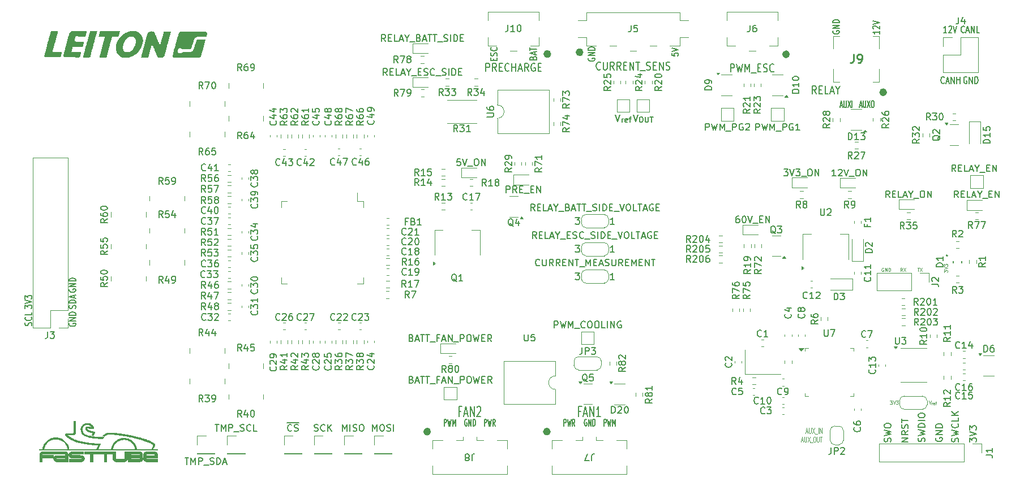
<source format=gbr>
%TF.GenerationSoftware,KiCad,Pcbnew,8.0.1*%
%TF.CreationDate,2024-04-26T19:22:47+02:00*%
%TF.ProjectId,MVBMS_Test_FT24,4d56424d-535f-4546-9573-745f46543234,rev?*%
%TF.SameCoordinates,Original*%
%TF.FileFunction,Legend,Top*%
%TF.FilePolarity,Positive*%
%FSLAX46Y46*%
G04 Gerber Fmt 4.6, Leading zero omitted, Abs format (unit mm)*
G04 Created by KiCad (PCBNEW 8.0.1) date 2024-04-26 19:22:47*
%MOMM*%
%LPD*%
G01*
G04 APERTURE LIST*
%ADD10C,0.200000*%
%ADD11C,0.150000*%
%ADD12C,0.100000*%
%ADD13C,0.254000*%
%ADD14C,0.120000*%
%ADD15C,0.560000*%
%ADD16C,0.000000*%
%ADD17C,0.010000*%
%ADD18C,0.127000*%
G04 APERTURE END LIST*
D10*
X261004600Y-184861904D02*
X261052219Y-184719047D01*
X261052219Y-184719047D02*
X261052219Y-184480952D01*
X261052219Y-184480952D02*
X261004600Y-184385714D01*
X261004600Y-184385714D02*
X260956980Y-184338095D01*
X260956980Y-184338095D02*
X260861742Y-184290476D01*
X260861742Y-184290476D02*
X260766504Y-184290476D01*
X260766504Y-184290476D02*
X260671266Y-184338095D01*
X260671266Y-184338095D02*
X260623647Y-184385714D01*
X260623647Y-184385714D02*
X260576028Y-184480952D01*
X260576028Y-184480952D02*
X260528409Y-184671428D01*
X260528409Y-184671428D02*
X260480790Y-184766666D01*
X260480790Y-184766666D02*
X260433171Y-184814285D01*
X260433171Y-184814285D02*
X260337933Y-184861904D01*
X260337933Y-184861904D02*
X260242695Y-184861904D01*
X260242695Y-184861904D02*
X260147457Y-184814285D01*
X260147457Y-184814285D02*
X260099838Y-184766666D01*
X260099838Y-184766666D02*
X260052219Y-184671428D01*
X260052219Y-184671428D02*
X260052219Y-184433333D01*
X260052219Y-184433333D02*
X260099838Y-184290476D01*
X260052219Y-183957142D02*
X261052219Y-183719047D01*
X261052219Y-183719047D02*
X260337933Y-183528571D01*
X260337933Y-183528571D02*
X261052219Y-183338095D01*
X261052219Y-183338095D02*
X260052219Y-183100000D01*
X260956980Y-182147619D02*
X261004600Y-182195238D01*
X261004600Y-182195238D02*
X261052219Y-182338095D01*
X261052219Y-182338095D02*
X261052219Y-182433333D01*
X261052219Y-182433333D02*
X261004600Y-182576190D01*
X261004600Y-182576190D02*
X260909361Y-182671428D01*
X260909361Y-182671428D02*
X260814123Y-182719047D01*
X260814123Y-182719047D02*
X260623647Y-182766666D01*
X260623647Y-182766666D02*
X260480790Y-182766666D01*
X260480790Y-182766666D02*
X260290314Y-182719047D01*
X260290314Y-182719047D02*
X260195076Y-182671428D01*
X260195076Y-182671428D02*
X260099838Y-182576190D01*
X260099838Y-182576190D02*
X260052219Y-182433333D01*
X260052219Y-182433333D02*
X260052219Y-182338095D01*
X260052219Y-182338095D02*
X260099838Y-182195238D01*
X260099838Y-182195238D02*
X260147457Y-182147619D01*
X261052219Y-181242857D02*
X261052219Y-181719047D01*
X261052219Y-181719047D02*
X260052219Y-181719047D01*
X261052219Y-180909523D02*
X260052219Y-180909523D01*
X261052219Y-180338095D02*
X260480790Y-180766666D01*
X260052219Y-180338095D02*
X260623647Y-180909523D01*
X129004600Y-164871428D02*
X129052219Y-164757142D01*
X129052219Y-164757142D02*
X129052219Y-164566666D01*
X129052219Y-164566666D02*
X129004600Y-164490475D01*
X129004600Y-164490475D02*
X128956980Y-164452380D01*
X128956980Y-164452380D02*
X128861742Y-164414285D01*
X128861742Y-164414285D02*
X128766504Y-164414285D01*
X128766504Y-164414285D02*
X128671266Y-164452380D01*
X128671266Y-164452380D02*
X128623647Y-164490475D01*
X128623647Y-164490475D02*
X128576028Y-164566666D01*
X128576028Y-164566666D02*
X128528409Y-164719047D01*
X128528409Y-164719047D02*
X128480790Y-164795237D01*
X128480790Y-164795237D02*
X128433171Y-164833332D01*
X128433171Y-164833332D02*
X128337933Y-164871428D01*
X128337933Y-164871428D02*
X128242695Y-164871428D01*
X128242695Y-164871428D02*
X128147457Y-164833332D01*
X128147457Y-164833332D02*
X128099838Y-164795237D01*
X128099838Y-164795237D02*
X128052219Y-164719047D01*
X128052219Y-164719047D02*
X128052219Y-164528570D01*
X128052219Y-164528570D02*
X128099838Y-164414285D01*
X129052219Y-164071427D02*
X128052219Y-164071427D01*
X128052219Y-164071427D02*
X128052219Y-163880951D01*
X128052219Y-163880951D02*
X128099838Y-163766665D01*
X128099838Y-163766665D02*
X128195076Y-163690475D01*
X128195076Y-163690475D02*
X128290314Y-163652380D01*
X128290314Y-163652380D02*
X128480790Y-163614284D01*
X128480790Y-163614284D02*
X128623647Y-163614284D01*
X128623647Y-163614284D02*
X128814123Y-163652380D01*
X128814123Y-163652380D02*
X128909361Y-163690475D01*
X128909361Y-163690475D02*
X129004600Y-163766665D01*
X129004600Y-163766665D02*
X129052219Y-163880951D01*
X129052219Y-163880951D02*
X129052219Y-164071427D01*
X128766504Y-163309523D02*
X128766504Y-162928570D01*
X129052219Y-163385713D02*
X128052219Y-163119046D01*
X128052219Y-163119046D02*
X129052219Y-162852380D01*
D11*
X208041541Y-182469819D02*
X208041541Y-181469819D01*
X208041541Y-181469819D02*
X208270112Y-181469819D01*
X208270112Y-181469819D02*
X208327255Y-181517438D01*
X208327255Y-181517438D02*
X208355826Y-181565057D01*
X208355826Y-181565057D02*
X208384398Y-181660295D01*
X208384398Y-181660295D02*
X208384398Y-181803152D01*
X208384398Y-181803152D02*
X208355826Y-181898390D01*
X208355826Y-181898390D02*
X208327255Y-181946009D01*
X208327255Y-181946009D02*
X208270112Y-181993628D01*
X208270112Y-181993628D02*
X208041541Y-181993628D01*
X208584398Y-181469819D02*
X208727255Y-182469819D01*
X208727255Y-182469819D02*
X208841541Y-181755533D01*
X208841541Y-181755533D02*
X208955826Y-182469819D01*
X208955826Y-182469819D02*
X209098684Y-181469819D01*
X209327255Y-182469819D02*
X209327255Y-181469819D01*
X209327255Y-181469819D02*
X209527255Y-182184104D01*
X209527255Y-182184104D02*
X209727255Y-181469819D01*
X209727255Y-181469819D02*
X209727255Y-182469819D01*
D10*
X128099838Y-167109523D02*
X128052219Y-167185713D01*
X128052219Y-167185713D02*
X128052219Y-167299999D01*
X128052219Y-167299999D02*
X128099838Y-167414285D01*
X128099838Y-167414285D02*
X128195076Y-167490475D01*
X128195076Y-167490475D02*
X128290314Y-167528570D01*
X128290314Y-167528570D02*
X128480790Y-167566666D01*
X128480790Y-167566666D02*
X128623647Y-167566666D01*
X128623647Y-167566666D02*
X128814123Y-167528570D01*
X128814123Y-167528570D02*
X128909361Y-167490475D01*
X128909361Y-167490475D02*
X129004600Y-167414285D01*
X129004600Y-167414285D02*
X129052219Y-167299999D01*
X129052219Y-167299999D02*
X129052219Y-167223808D01*
X129052219Y-167223808D02*
X129004600Y-167109523D01*
X129004600Y-167109523D02*
X128956980Y-167071427D01*
X128956980Y-167071427D02*
X128623647Y-167071427D01*
X128623647Y-167071427D02*
X128623647Y-167223808D01*
X129052219Y-166728570D02*
X128052219Y-166728570D01*
X128052219Y-166728570D02*
X129052219Y-166271427D01*
X129052219Y-166271427D02*
X128052219Y-166271427D01*
X129052219Y-165890475D02*
X128052219Y-165890475D01*
X128052219Y-165890475D02*
X128052219Y-165699999D01*
X128052219Y-165699999D02*
X128099838Y-165585713D01*
X128099838Y-165585713D02*
X128195076Y-165509523D01*
X128195076Y-165509523D02*
X128290314Y-165471428D01*
X128290314Y-165471428D02*
X128480790Y-165433332D01*
X128480790Y-165433332D02*
X128623647Y-165433332D01*
X128623647Y-165433332D02*
X128814123Y-165471428D01*
X128814123Y-165471428D02*
X128909361Y-165509523D01*
X128909361Y-165509523D02*
X129004600Y-165585713D01*
X129004600Y-165585713D02*
X129052219Y-165699999D01*
X129052219Y-165699999D02*
X129052219Y-165890475D01*
D11*
X205717438Y-127391792D02*
X205669819Y-127467982D01*
X205669819Y-127467982D02*
X205669819Y-127582268D01*
X205669819Y-127582268D02*
X205717438Y-127696554D01*
X205717438Y-127696554D02*
X205812676Y-127772744D01*
X205812676Y-127772744D02*
X205907914Y-127810839D01*
X205907914Y-127810839D02*
X206098390Y-127848935D01*
X206098390Y-127848935D02*
X206241247Y-127848935D01*
X206241247Y-127848935D02*
X206431723Y-127810839D01*
X206431723Y-127810839D02*
X206526961Y-127772744D01*
X206526961Y-127772744D02*
X206622200Y-127696554D01*
X206622200Y-127696554D02*
X206669819Y-127582268D01*
X206669819Y-127582268D02*
X206669819Y-127506077D01*
X206669819Y-127506077D02*
X206622200Y-127391792D01*
X206622200Y-127391792D02*
X206574580Y-127353696D01*
X206574580Y-127353696D02*
X206241247Y-127353696D01*
X206241247Y-127353696D02*
X206241247Y-127506077D01*
X206669819Y-127010839D02*
X205669819Y-127010839D01*
X205669819Y-127010839D02*
X206669819Y-126553696D01*
X206669819Y-126553696D02*
X205669819Y-126553696D01*
X206669819Y-126172744D02*
X205669819Y-126172744D01*
X205669819Y-126172744D02*
X205669819Y-125982268D01*
X205669819Y-125982268D02*
X205717438Y-125867982D01*
X205717438Y-125867982D02*
X205812676Y-125791792D01*
X205812676Y-125791792D02*
X205907914Y-125753697D01*
X205907914Y-125753697D02*
X206098390Y-125715601D01*
X206098390Y-125715601D02*
X206241247Y-125715601D01*
X206241247Y-125715601D02*
X206431723Y-125753697D01*
X206431723Y-125753697D02*
X206526961Y-125791792D01*
X206526961Y-125791792D02*
X206622200Y-125867982D01*
X206622200Y-125867982D02*
X206669819Y-125982268D01*
X206669819Y-125982268D02*
X206669819Y-126172744D01*
X258946303Y-131074580D02*
X258908207Y-131122200D01*
X258908207Y-131122200D02*
X258793922Y-131169819D01*
X258793922Y-131169819D02*
X258717731Y-131169819D01*
X258717731Y-131169819D02*
X258603445Y-131122200D01*
X258603445Y-131122200D02*
X258527255Y-131026961D01*
X258527255Y-131026961D02*
X258489160Y-130931723D01*
X258489160Y-130931723D02*
X258451064Y-130741247D01*
X258451064Y-130741247D02*
X258451064Y-130598390D01*
X258451064Y-130598390D02*
X258489160Y-130407914D01*
X258489160Y-130407914D02*
X258527255Y-130312676D01*
X258527255Y-130312676D02*
X258603445Y-130217438D01*
X258603445Y-130217438D02*
X258717731Y-130169819D01*
X258717731Y-130169819D02*
X258793922Y-130169819D01*
X258793922Y-130169819D02*
X258908207Y-130217438D01*
X258908207Y-130217438D02*
X258946303Y-130265057D01*
X259251064Y-130884104D02*
X259632017Y-130884104D01*
X259174874Y-131169819D02*
X259441541Y-130169819D01*
X259441541Y-130169819D02*
X259708207Y-131169819D01*
X259974874Y-131169819D02*
X259974874Y-130169819D01*
X259974874Y-130169819D02*
X260432017Y-131169819D01*
X260432017Y-131169819D02*
X260432017Y-130169819D01*
X260812969Y-131169819D02*
X260812969Y-130169819D01*
X260812969Y-130646009D02*
X261270112Y-130646009D01*
X261270112Y-131169819D02*
X261270112Y-130169819D01*
D12*
X258933609Y-159462782D02*
X258933609Y-159153258D01*
X258933609Y-159153258D02*
X259124085Y-159319925D01*
X259124085Y-159319925D02*
X259124085Y-159248496D01*
X259124085Y-159248496D02*
X259147895Y-159200877D01*
X259147895Y-159200877D02*
X259171704Y-159177068D01*
X259171704Y-159177068D02*
X259219323Y-159153258D01*
X259219323Y-159153258D02*
X259338371Y-159153258D01*
X259338371Y-159153258D02*
X259385990Y-159177068D01*
X259385990Y-159177068D02*
X259409800Y-159200877D01*
X259409800Y-159200877D02*
X259433609Y-159248496D01*
X259433609Y-159248496D02*
X259433609Y-159391353D01*
X259433609Y-159391353D02*
X259409800Y-159438972D01*
X259409800Y-159438972D02*
X259385990Y-159462782D01*
X258933609Y-159010401D02*
X259433609Y-158843735D01*
X259433609Y-158843735D02*
X258933609Y-158677068D01*
X258933609Y-158558021D02*
X258933609Y-158248497D01*
X258933609Y-158248497D02*
X259124085Y-158415164D01*
X259124085Y-158415164D02*
X259124085Y-158343735D01*
X259124085Y-158343735D02*
X259147895Y-158296116D01*
X259147895Y-158296116D02*
X259171704Y-158272307D01*
X259171704Y-158272307D02*
X259219323Y-158248497D01*
X259219323Y-158248497D02*
X259338371Y-158248497D01*
X259338371Y-158248497D02*
X259385990Y-158272307D01*
X259385990Y-158272307D02*
X259409800Y-158296116D01*
X259409800Y-158296116D02*
X259433609Y-158343735D01*
X259433609Y-158343735D02*
X259433609Y-158486592D01*
X259433609Y-158486592D02*
X259409800Y-158534211D01*
X259409800Y-158534211D02*
X259385990Y-158558021D01*
D11*
X187555826Y-181517438D02*
X187498684Y-181469819D01*
X187498684Y-181469819D02*
X187412969Y-181469819D01*
X187412969Y-181469819D02*
X187327255Y-181517438D01*
X187327255Y-181517438D02*
X187270112Y-181612676D01*
X187270112Y-181612676D02*
X187241541Y-181707914D01*
X187241541Y-181707914D02*
X187212969Y-181898390D01*
X187212969Y-181898390D02*
X187212969Y-182041247D01*
X187212969Y-182041247D02*
X187241541Y-182231723D01*
X187241541Y-182231723D02*
X187270112Y-182326961D01*
X187270112Y-182326961D02*
X187327255Y-182422200D01*
X187327255Y-182422200D02*
X187412969Y-182469819D01*
X187412969Y-182469819D02*
X187470112Y-182469819D01*
X187470112Y-182469819D02*
X187555826Y-182422200D01*
X187555826Y-182422200D02*
X187584398Y-182374580D01*
X187584398Y-182374580D02*
X187584398Y-182041247D01*
X187584398Y-182041247D02*
X187470112Y-182041247D01*
X187841541Y-182469819D02*
X187841541Y-181469819D01*
X187841541Y-181469819D02*
X188184398Y-182469819D01*
X188184398Y-182469819D02*
X188184398Y-181469819D01*
X188470112Y-182469819D02*
X188470112Y-181469819D01*
X188470112Y-181469819D02*
X188612969Y-181469819D01*
X188612969Y-181469819D02*
X188698683Y-181517438D01*
X188698683Y-181517438D02*
X188755826Y-181612676D01*
X188755826Y-181612676D02*
X188784397Y-181707914D01*
X188784397Y-181707914D02*
X188812969Y-181898390D01*
X188812969Y-181898390D02*
X188812969Y-182041247D01*
X188812969Y-182041247D02*
X188784397Y-182231723D01*
X188784397Y-182231723D02*
X188755826Y-182326961D01*
X188755826Y-182326961D02*
X188698683Y-182422200D01*
X188698683Y-182422200D02*
X188612969Y-182469819D01*
X188612969Y-182469819D02*
X188470112Y-182469819D01*
X243412969Y-134484104D02*
X243698684Y-134484104D01*
X243355826Y-134769819D02*
X243555826Y-133769819D01*
X243555826Y-133769819D02*
X243755826Y-134769819D01*
X243955827Y-133769819D02*
X243955827Y-134579342D01*
X243955827Y-134579342D02*
X243984398Y-134674580D01*
X243984398Y-134674580D02*
X244012970Y-134722200D01*
X244012970Y-134722200D02*
X244070112Y-134769819D01*
X244070112Y-134769819D02*
X244184398Y-134769819D01*
X244184398Y-134769819D02*
X244241541Y-134722200D01*
X244241541Y-134722200D02*
X244270112Y-134674580D01*
X244270112Y-134674580D02*
X244298684Y-134579342D01*
X244298684Y-134579342D02*
X244298684Y-133769819D01*
X244527255Y-133769819D02*
X244927255Y-134769819D01*
X244927255Y-133769819D02*
X244527255Y-134769819D01*
X245155827Y-134769819D02*
X245155827Y-133769819D01*
D10*
X121452219Y-164890476D02*
X121452219Y-164395238D01*
X121452219Y-164395238D02*
X121833171Y-164661904D01*
X121833171Y-164661904D02*
X121833171Y-164547619D01*
X121833171Y-164547619D02*
X121880790Y-164471428D01*
X121880790Y-164471428D02*
X121928409Y-164433333D01*
X121928409Y-164433333D02*
X122023647Y-164395238D01*
X122023647Y-164395238D02*
X122261742Y-164395238D01*
X122261742Y-164395238D02*
X122356980Y-164433333D01*
X122356980Y-164433333D02*
X122404600Y-164471428D01*
X122404600Y-164471428D02*
X122452219Y-164547619D01*
X122452219Y-164547619D02*
X122452219Y-164776190D01*
X122452219Y-164776190D02*
X122404600Y-164852381D01*
X122404600Y-164852381D02*
X122356980Y-164890476D01*
X121452219Y-164166666D02*
X122452219Y-163899999D01*
X122452219Y-163899999D02*
X121452219Y-163633333D01*
X121452219Y-163442857D02*
X121452219Y-162947619D01*
X121452219Y-162947619D02*
X121833171Y-163214285D01*
X121833171Y-163214285D02*
X121833171Y-163100000D01*
X121833171Y-163100000D02*
X121880790Y-163023809D01*
X121880790Y-163023809D02*
X121928409Y-162985714D01*
X121928409Y-162985714D02*
X122023647Y-162947619D01*
X122023647Y-162947619D02*
X122261742Y-162947619D01*
X122261742Y-162947619D02*
X122356980Y-162985714D01*
X122356980Y-162985714D02*
X122404600Y-163023809D01*
X122404600Y-163023809D02*
X122452219Y-163100000D01*
X122452219Y-163100000D02*
X122452219Y-163328571D01*
X122452219Y-163328571D02*
X122404600Y-163404762D01*
X122404600Y-163404762D02*
X122356980Y-163442857D01*
X122404600Y-167452381D02*
X122452219Y-167338095D01*
X122452219Y-167338095D02*
X122452219Y-167147619D01*
X122452219Y-167147619D02*
X122404600Y-167071428D01*
X122404600Y-167071428D02*
X122356980Y-167033333D01*
X122356980Y-167033333D02*
X122261742Y-166995238D01*
X122261742Y-166995238D02*
X122166504Y-166995238D01*
X122166504Y-166995238D02*
X122071266Y-167033333D01*
X122071266Y-167033333D02*
X122023647Y-167071428D01*
X122023647Y-167071428D02*
X121976028Y-167147619D01*
X121976028Y-167147619D02*
X121928409Y-167300000D01*
X121928409Y-167300000D02*
X121880790Y-167376190D01*
X121880790Y-167376190D02*
X121833171Y-167414285D01*
X121833171Y-167414285D02*
X121737933Y-167452381D01*
X121737933Y-167452381D02*
X121642695Y-167452381D01*
X121642695Y-167452381D02*
X121547457Y-167414285D01*
X121547457Y-167414285D02*
X121499838Y-167376190D01*
X121499838Y-167376190D02*
X121452219Y-167300000D01*
X121452219Y-167300000D02*
X121452219Y-167109523D01*
X121452219Y-167109523D02*
X121499838Y-166995238D01*
X122356980Y-166195237D02*
X122404600Y-166233333D01*
X122404600Y-166233333D02*
X122452219Y-166347618D01*
X122452219Y-166347618D02*
X122452219Y-166423809D01*
X122452219Y-166423809D02*
X122404600Y-166538095D01*
X122404600Y-166538095D02*
X122309361Y-166614285D01*
X122309361Y-166614285D02*
X122214123Y-166652380D01*
X122214123Y-166652380D02*
X122023647Y-166690476D01*
X122023647Y-166690476D02*
X121880790Y-166690476D01*
X121880790Y-166690476D02*
X121690314Y-166652380D01*
X121690314Y-166652380D02*
X121595076Y-166614285D01*
X121595076Y-166614285D02*
X121499838Y-166538095D01*
X121499838Y-166538095D02*
X121452219Y-166423809D01*
X121452219Y-166423809D02*
X121452219Y-166347618D01*
X121452219Y-166347618D02*
X121499838Y-166233333D01*
X121499838Y-166233333D02*
X121547457Y-166195237D01*
X122452219Y-165471428D02*
X122452219Y-165852380D01*
X122452219Y-165852380D02*
X121452219Y-165852380D01*
D11*
X205455826Y-181517438D02*
X205398684Y-181469819D01*
X205398684Y-181469819D02*
X205312969Y-181469819D01*
X205312969Y-181469819D02*
X205227255Y-181517438D01*
X205227255Y-181517438D02*
X205170112Y-181612676D01*
X205170112Y-181612676D02*
X205141541Y-181707914D01*
X205141541Y-181707914D02*
X205112969Y-181898390D01*
X205112969Y-181898390D02*
X205112969Y-182041247D01*
X205112969Y-182041247D02*
X205141541Y-182231723D01*
X205141541Y-182231723D02*
X205170112Y-182326961D01*
X205170112Y-182326961D02*
X205227255Y-182422200D01*
X205227255Y-182422200D02*
X205312969Y-182469819D01*
X205312969Y-182469819D02*
X205370112Y-182469819D01*
X205370112Y-182469819D02*
X205455826Y-182422200D01*
X205455826Y-182422200D02*
X205484398Y-182374580D01*
X205484398Y-182374580D02*
X205484398Y-182041247D01*
X205484398Y-182041247D02*
X205370112Y-182041247D01*
X205741541Y-182469819D02*
X205741541Y-181469819D01*
X205741541Y-181469819D02*
X206084398Y-182469819D01*
X206084398Y-182469819D02*
X206084398Y-181469819D01*
X206370112Y-182469819D02*
X206370112Y-181469819D01*
X206370112Y-181469819D02*
X206512969Y-181469819D01*
X206512969Y-181469819D02*
X206598683Y-181517438D01*
X206598683Y-181517438D02*
X206655826Y-181612676D01*
X206655826Y-181612676D02*
X206684397Y-181707914D01*
X206684397Y-181707914D02*
X206712969Y-181898390D01*
X206712969Y-181898390D02*
X206712969Y-182041247D01*
X206712969Y-182041247D02*
X206684397Y-182231723D01*
X206684397Y-182231723D02*
X206655826Y-182326961D01*
X206655826Y-182326961D02*
X206598683Y-182422200D01*
X206598683Y-182422200D02*
X206512969Y-182469819D01*
X206512969Y-182469819D02*
X206370112Y-182469819D01*
D12*
X256613408Y-178733609D02*
X256780074Y-179233609D01*
X256780074Y-179233609D02*
X256946741Y-178733609D01*
X257089598Y-179288847D02*
X257089598Y-179022180D01*
X257089598Y-179098371D02*
X257108645Y-179060276D01*
X257108645Y-179060276D02*
X257127693Y-179041228D01*
X257127693Y-179041228D02*
X257165788Y-179022180D01*
X257165788Y-179022180D02*
X257203883Y-179022180D01*
X257489598Y-179269800D02*
X257451502Y-179288847D01*
X257451502Y-179288847D02*
X257375312Y-179288847D01*
X257375312Y-179288847D02*
X257337217Y-179269800D01*
X257337217Y-179269800D02*
X257318169Y-179231704D01*
X257318169Y-179231704D02*
X257318169Y-179079323D01*
X257318169Y-179079323D02*
X257337217Y-179041228D01*
X257337217Y-179041228D02*
X257375312Y-179022180D01*
X257375312Y-179022180D02*
X257451502Y-179022180D01*
X257451502Y-179022180D02*
X257489598Y-179041228D01*
X257489598Y-179041228D02*
X257508645Y-179079323D01*
X257508645Y-179079323D02*
X257508645Y-179117419D01*
X257508645Y-179117419D02*
X257318169Y-179155514D01*
X257622931Y-179022180D02*
X257775312Y-179022180D01*
X257680074Y-179288847D02*
X257680074Y-178945990D01*
X257680074Y-178945990D02*
X257699121Y-178907895D01*
X257699121Y-178907895D02*
X257737216Y-178888847D01*
X257737216Y-178888847D02*
X257775312Y-178888847D01*
D11*
X184141541Y-182469819D02*
X184141541Y-181469819D01*
X184141541Y-181469819D02*
X184370112Y-181469819D01*
X184370112Y-181469819D02*
X184427255Y-181517438D01*
X184427255Y-181517438D02*
X184455826Y-181565057D01*
X184455826Y-181565057D02*
X184484398Y-181660295D01*
X184484398Y-181660295D02*
X184484398Y-181803152D01*
X184484398Y-181803152D02*
X184455826Y-181898390D01*
X184455826Y-181898390D02*
X184427255Y-181946009D01*
X184427255Y-181946009D02*
X184370112Y-181993628D01*
X184370112Y-181993628D02*
X184141541Y-181993628D01*
X184684398Y-181469819D02*
X184827255Y-182469819D01*
X184827255Y-182469819D02*
X184941541Y-181755533D01*
X184941541Y-181755533D02*
X185055826Y-182469819D01*
X185055826Y-182469819D02*
X185198684Y-181469819D01*
X185427255Y-182469819D02*
X185427255Y-181469819D01*
X185427255Y-181469819D02*
X185627255Y-182184104D01*
X185627255Y-182184104D02*
X185827255Y-181469819D01*
X185827255Y-181469819D02*
X185827255Y-182469819D01*
X202041541Y-182469819D02*
X202041541Y-181469819D01*
X202041541Y-181469819D02*
X202270112Y-181469819D01*
X202270112Y-181469819D02*
X202327255Y-181517438D01*
X202327255Y-181517438D02*
X202355826Y-181565057D01*
X202355826Y-181565057D02*
X202384398Y-181660295D01*
X202384398Y-181660295D02*
X202384398Y-181803152D01*
X202384398Y-181803152D02*
X202355826Y-181898390D01*
X202355826Y-181898390D02*
X202327255Y-181946009D01*
X202327255Y-181946009D02*
X202270112Y-181993628D01*
X202270112Y-181993628D02*
X202041541Y-181993628D01*
X202584398Y-181469819D02*
X202727255Y-182469819D01*
X202727255Y-182469819D02*
X202841541Y-181755533D01*
X202841541Y-181755533D02*
X202955826Y-182469819D01*
X202955826Y-182469819D02*
X203098684Y-181469819D01*
X203670112Y-182469819D02*
X203470112Y-181993628D01*
X203327255Y-182469819D02*
X203327255Y-181469819D01*
X203327255Y-181469819D02*
X203555826Y-181469819D01*
X203555826Y-181469819D02*
X203612969Y-181517438D01*
X203612969Y-181517438D02*
X203641540Y-181565057D01*
X203641540Y-181565057D02*
X203670112Y-181660295D01*
X203670112Y-181660295D02*
X203670112Y-181803152D01*
X203670112Y-181803152D02*
X203641540Y-181898390D01*
X203641540Y-181898390D02*
X203612969Y-181946009D01*
X203612969Y-181946009D02*
X203555826Y-181993628D01*
X203555826Y-181993628D02*
X203327255Y-181993628D01*
X191546009Y-127710839D02*
X191546009Y-127444173D01*
X192069819Y-127329887D02*
X192069819Y-127710839D01*
X192069819Y-127710839D02*
X191069819Y-127710839D01*
X191069819Y-127710839D02*
X191069819Y-127329887D01*
X192022200Y-127025125D02*
X192069819Y-126910839D01*
X192069819Y-126910839D02*
X192069819Y-126720363D01*
X192069819Y-126720363D02*
X192022200Y-126644172D01*
X192022200Y-126644172D02*
X191974580Y-126606077D01*
X191974580Y-126606077D02*
X191879342Y-126567982D01*
X191879342Y-126567982D02*
X191784104Y-126567982D01*
X191784104Y-126567982D02*
X191688866Y-126606077D01*
X191688866Y-126606077D02*
X191641247Y-126644172D01*
X191641247Y-126644172D02*
X191593628Y-126720363D01*
X191593628Y-126720363D02*
X191546009Y-126872744D01*
X191546009Y-126872744D02*
X191498390Y-126948934D01*
X191498390Y-126948934D02*
X191450771Y-126987029D01*
X191450771Y-126987029D02*
X191355533Y-127025125D01*
X191355533Y-127025125D02*
X191260295Y-127025125D01*
X191260295Y-127025125D02*
X191165057Y-126987029D01*
X191165057Y-126987029D02*
X191117438Y-126948934D01*
X191117438Y-126948934D02*
X191069819Y-126872744D01*
X191069819Y-126872744D02*
X191069819Y-126682267D01*
X191069819Y-126682267D02*
X191117438Y-126567982D01*
X191974580Y-125767981D02*
X192022200Y-125806077D01*
X192022200Y-125806077D02*
X192069819Y-125920362D01*
X192069819Y-125920362D02*
X192069819Y-125996553D01*
X192069819Y-125996553D02*
X192022200Y-126110839D01*
X192022200Y-126110839D02*
X191926961Y-126187029D01*
X191926961Y-126187029D02*
X191831723Y-126225124D01*
X191831723Y-126225124D02*
X191641247Y-126263220D01*
X191641247Y-126263220D02*
X191498390Y-126263220D01*
X191498390Y-126263220D02*
X191307914Y-126225124D01*
X191307914Y-126225124D02*
X191212676Y-126187029D01*
X191212676Y-126187029D02*
X191117438Y-126110839D01*
X191117438Y-126110839D02*
X191069819Y-125996553D01*
X191069819Y-125996553D02*
X191069819Y-125920362D01*
X191069819Y-125920362D02*
X191117438Y-125806077D01*
X191117438Y-125806077D02*
X191165057Y-125767981D01*
X249269819Y-123291792D02*
X249269819Y-123748935D01*
X249269819Y-123520363D02*
X248269819Y-123520363D01*
X248269819Y-123520363D02*
X248412676Y-123596554D01*
X248412676Y-123596554D02*
X248507914Y-123672744D01*
X248507914Y-123672744D02*
X248555533Y-123748935D01*
X248365057Y-122987030D02*
X248317438Y-122948934D01*
X248317438Y-122948934D02*
X248269819Y-122872744D01*
X248269819Y-122872744D02*
X248269819Y-122682268D01*
X248269819Y-122682268D02*
X248317438Y-122606077D01*
X248317438Y-122606077D02*
X248365057Y-122567982D01*
X248365057Y-122567982D02*
X248460295Y-122529887D01*
X248460295Y-122529887D02*
X248555533Y-122529887D01*
X248555533Y-122529887D02*
X248698390Y-122567982D01*
X248698390Y-122567982D02*
X249269819Y-123025125D01*
X249269819Y-123025125D02*
X249269819Y-122529887D01*
X248269819Y-122301315D02*
X249269819Y-122034648D01*
X249269819Y-122034648D02*
X248269819Y-121767982D01*
D10*
X250904600Y-184880951D02*
X250952219Y-184738094D01*
X250952219Y-184738094D02*
X250952219Y-184499999D01*
X250952219Y-184499999D02*
X250904600Y-184404761D01*
X250904600Y-184404761D02*
X250856980Y-184357142D01*
X250856980Y-184357142D02*
X250761742Y-184309523D01*
X250761742Y-184309523D02*
X250666504Y-184309523D01*
X250666504Y-184309523D02*
X250571266Y-184357142D01*
X250571266Y-184357142D02*
X250523647Y-184404761D01*
X250523647Y-184404761D02*
X250476028Y-184499999D01*
X250476028Y-184499999D02*
X250428409Y-184690475D01*
X250428409Y-184690475D02*
X250380790Y-184785713D01*
X250380790Y-184785713D02*
X250333171Y-184833332D01*
X250333171Y-184833332D02*
X250237933Y-184880951D01*
X250237933Y-184880951D02*
X250142695Y-184880951D01*
X250142695Y-184880951D02*
X250047457Y-184833332D01*
X250047457Y-184833332D02*
X249999838Y-184785713D01*
X249999838Y-184785713D02*
X249952219Y-184690475D01*
X249952219Y-184690475D02*
X249952219Y-184452380D01*
X249952219Y-184452380D02*
X249999838Y-184309523D01*
X249952219Y-183976189D02*
X250952219Y-183738094D01*
X250952219Y-183738094D02*
X250237933Y-183547618D01*
X250237933Y-183547618D02*
X250952219Y-183357142D01*
X250952219Y-183357142D02*
X249952219Y-183119047D01*
X249952219Y-182547618D02*
X249952219Y-182357142D01*
X249952219Y-182357142D02*
X249999838Y-182261904D01*
X249999838Y-182261904D02*
X250095076Y-182166666D01*
X250095076Y-182166666D02*
X250285552Y-182119047D01*
X250285552Y-182119047D02*
X250618885Y-182119047D01*
X250618885Y-182119047D02*
X250809361Y-182166666D01*
X250809361Y-182166666D02*
X250904600Y-182261904D01*
X250904600Y-182261904D02*
X250952219Y-182357142D01*
X250952219Y-182357142D02*
X250952219Y-182547618D01*
X250952219Y-182547618D02*
X250904600Y-182642856D01*
X250904600Y-182642856D02*
X250809361Y-182738094D01*
X250809361Y-182738094D02*
X250618885Y-182785713D01*
X250618885Y-182785713D02*
X250285552Y-182785713D01*
X250285552Y-182785713D02*
X250095076Y-182738094D01*
X250095076Y-182738094D02*
X249999838Y-182642856D01*
X249999838Y-182642856D02*
X249952219Y-182547618D01*
D11*
X190141541Y-182469819D02*
X190141541Y-181469819D01*
X190141541Y-181469819D02*
X190370112Y-181469819D01*
X190370112Y-181469819D02*
X190427255Y-181517438D01*
X190427255Y-181517438D02*
X190455826Y-181565057D01*
X190455826Y-181565057D02*
X190484398Y-181660295D01*
X190484398Y-181660295D02*
X190484398Y-181803152D01*
X190484398Y-181803152D02*
X190455826Y-181898390D01*
X190455826Y-181898390D02*
X190427255Y-181946009D01*
X190427255Y-181946009D02*
X190370112Y-181993628D01*
X190370112Y-181993628D02*
X190141541Y-181993628D01*
X190684398Y-181469819D02*
X190827255Y-182469819D01*
X190827255Y-182469819D02*
X190941541Y-181755533D01*
X190941541Y-181755533D02*
X191055826Y-182469819D01*
X191055826Y-182469819D02*
X191198684Y-181469819D01*
X191770112Y-182469819D02*
X191570112Y-181993628D01*
X191427255Y-182469819D02*
X191427255Y-181469819D01*
X191427255Y-181469819D02*
X191655826Y-181469819D01*
X191655826Y-181469819D02*
X191712969Y-181517438D01*
X191712969Y-181517438D02*
X191741540Y-181565057D01*
X191741540Y-181565057D02*
X191770112Y-181660295D01*
X191770112Y-181660295D02*
X191770112Y-181803152D01*
X191770112Y-181803152D02*
X191741540Y-181898390D01*
X191741540Y-181898390D02*
X191712969Y-181946009D01*
X191712969Y-181946009D02*
X191655826Y-181993628D01*
X191655826Y-181993628D02*
X191427255Y-181993628D01*
D12*
X254913408Y-158833609D02*
X255199122Y-158833609D01*
X255056265Y-159333609D02*
X255056265Y-158833609D01*
X255318169Y-158833609D02*
X255651502Y-159333609D01*
X255651502Y-158833609D02*
X255318169Y-159333609D01*
D11*
X242317438Y-123291792D02*
X242269819Y-123367982D01*
X242269819Y-123367982D02*
X242269819Y-123482268D01*
X242269819Y-123482268D02*
X242317438Y-123596554D01*
X242317438Y-123596554D02*
X242412676Y-123672744D01*
X242412676Y-123672744D02*
X242507914Y-123710839D01*
X242507914Y-123710839D02*
X242698390Y-123748935D01*
X242698390Y-123748935D02*
X242841247Y-123748935D01*
X242841247Y-123748935D02*
X243031723Y-123710839D01*
X243031723Y-123710839D02*
X243126961Y-123672744D01*
X243126961Y-123672744D02*
X243222200Y-123596554D01*
X243222200Y-123596554D02*
X243269819Y-123482268D01*
X243269819Y-123482268D02*
X243269819Y-123406077D01*
X243269819Y-123406077D02*
X243222200Y-123291792D01*
X243222200Y-123291792D02*
X243174580Y-123253696D01*
X243174580Y-123253696D02*
X242841247Y-123253696D01*
X242841247Y-123253696D02*
X242841247Y-123406077D01*
X243269819Y-122910839D02*
X242269819Y-122910839D01*
X242269819Y-122910839D02*
X243269819Y-122453696D01*
X243269819Y-122453696D02*
X242269819Y-122453696D01*
X243269819Y-122072744D02*
X242269819Y-122072744D01*
X242269819Y-122072744D02*
X242269819Y-121882268D01*
X242269819Y-121882268D02*
X242317438Y-121767982D01*
X242317438Y-121767982D02*
X242412676Y-121691792D01*
X242412676Y-121691792D02*
X242507914Y-121653697D01*
X242507914Y-121653697D02*
X242698390Y-121615601D01*
X242698390Y-121615601D02*
X242841247Y-121615601D01*
X242841247Y-121615601D02*
X243031723Y-121653697D01*
X243031723Y-121653697D02*
X243126961Y-121691792D01*
X243126961Y-121691792D02*
X243222200Y-121767982D01*
X243222200Y-121767982D02*
X243269819Y-121882268D01*
X243269819Y-121882268D02*
X243269819Y-122072744D01*
X246312969Y-134484104D02*
X246598684Y-134484104D01*
X246255826Y-134769819D02*
X246455826Y-133769819D01*
X246455826Y-133769819D02*
X246655826Y-134769819D01*
X246855827Y-133769819D02*
X246855827Y-134579342D01*
X246855827Y-134579342D02*
X246884398Y-134674580D01*
X246884398Y-134674580D02*
X246912970Y-134722200D01*
X246912970Y-134722200D02*
X246970112Y-134769819D01*
X246970112Y-134769819D02*
X247084398Y-134769819D01*
X247084398Y-134769819D02*
X247141541Y-134722200D01*
X247141541Y-134722200D02*
X247170112Y-134674580D01*
X247170112Y-134674580D02*
X247198684Y-134579342D01*
X247198684Y-134579342D02*
X247198684Y-133769819D01*
X247427255Y-133769819D02*
X247827255Y-134769819D01*
X247827255Y-133769819D02*
X247427255Y-134769819D01*
X248170112Y-133769819D02*
X248284398Y-133769819D01*
X248284398Y-133769819D02*
X248341541Y-133817438D01*
X248341541Y-133817438D02*
X248398684Y-133912676D01*
X248398684Y-133912676D02*
X248427255Y-134103152D01*
X248427255Y-134103152D02*
X248427255Y-134436485D01*
X248427255Y-134436485D02*
X248398684Y-134626961D01*
X248398684Y-134626961D02*
X248341541Y-134722200D01*
X248341541Y-134722200D02*
X248284398Y-134769819D01*
X248284398Y-134769819D02*
X248170112Y-134769819D01*
X248170112Y-134769819D02*
X248112970Y-134722200D01*
X248112970Y-134722200D02*
X248055827Y-134626961D01*
X248055827Y-134626961D02*
X248027255Y-134436485D01*
X248027255Y-134436485D02*
X248027255Y-134103152D01*
X248027255Y-134103152D02*
X248055827Y-133912676D01*
X248055827Y-133912676D02*
X248112970Y-133817438D01*
X248112970Y-133817438D02*
X248170112Y-133769819D01*
D10*
X256004600Y-184819046D02*
X256052219Y-184676189D01*
X256052219Y-184676189D02*
X256052219Y-184438094D01*
X256052219Y-184438094D02*
X256004600Y-184342856D01*
X256004600Y-184342856D02*
X255956980Y-184295237D01*
X255956980Y-184295237D02*
X255861742Y-184247618D01*
X255861742Y-184247618D02*
X255766504Y-184247618D01*
X255766504Y-184247618D02*
X255671266Y-184295237D01*
X255671266Y-184295237D02*
X255623647Y-184342856D01*
X255623647Y-184342856D02*
X255576028Y-184438094D01*
X255576028Y-184438094D02*
X255528409Y-184628570D01*
X255528409Y-184628570D02*
X255480790Y-184723808D01*
X255480790Y-184723808D02*
X255433171Y-184771427D01*
X255433171Y-184771427D02*
X255337933Y-184819046D01*
X255337933Y-184819046D02*
X255242695Y-184819046D01*
X255242695Y-184819046D02*
X255147457Y-184771427D01*
X255147457Y-184771427D02*
X255099838Y-184723808D01*
X255099838Y-184723808D02*
X255052219Y-184628570D01*
X255052219Y-184628570D02*
X255052219Y-184390475D01*
X255052219Y-184390475D02*
X255099838Y-184247618D01*
X255052219Y-183914284D02*
X256052219Y-183676189D01*
X256052219Y-183676189D02*
X255337933Y-183485713D01*
X255337933Y-183485713D02*
X256052219Y-183295237D01*
X256052219Y-183295237D02*
X255052219Y-183057142D01*
X256052219Y-182676189D02*
X255052219Y-182676189D01*
X255052219Y-182676189D02*
X255052219Y-182438094D01*
X255052219Y-182438094D02*
X255099838Y-182295237D01*
X255099838Y-182295237D02*
X255195076Y-182199999D01*
X255195076Y-182199999D02*
X255290314Y-182152380D01*
X255290314Y-182152380D02*
X255480790Y-182104761D01*
X255480790Y-182104761D02*
X255623647Y-182104761D01*
X255623647Y-182104761D02*
X255814123Y-182152380D01*
X255814123Y-182152380D02*
X255909361Y-182199999D01*
X255909361Y-182199999D02*
X256004600Y-182295237D01*
X256004600Y-182295237D02*
X256052219Y-182438094D01*
X256052219Y-182438094D02*
X256052219Y-182676189D01*
X256052219Y-181676189D02*
X255052219Y-181676189D01*
X255052219Y-181009523D02*
X255052219Y-180819047D01*
X255052219Y-180819047D02*
X255099838Y-180723809D01*
X255099838Y-180723809D02*
X255195076Y-180628571D01*
X255195076Y-180628571D02*
X255385552Y-180580952D01*
X255385552Y-180580952D02*
X255718885Y-180580952D01*
X255718885Y-180580952D02*
X255909361Y-180628571D01*
X255909361Y-180628571D02*
X256004600Y-180723809D01*
X256004600Y-180723809D02*
X256052219Y-180819047D01*
X256052219Y-180819047D02*
X256052219Y-181009523D01*
X256052219Y-181009523D02*
X256004600Y-181104761D01*
X256004600Y-181104761D02*
X255909361Y-181199999D01*
X255909361Y-181199999D02*
X255718885Y-181247618D01*
X255718885Y-181247618D02*
X255385552Y-181247618D01*
X255385552Y-181247618D02*
X255195076Y-181199999D01*
X255195076Y-181199999D02*
X255099838Y-181104761D01*
X255099838Y-181104761D02*
X255052219Y-181009523D01*
D12*
X238261027Y-183368323D02*
X238499122Y-183368323D01*
X238213408Y-183596895D02*
X238380074Y-182796895D01*
X238380074Y-182796895D02*
X238546741Y-183596895D01*
X238713407Y-182796895D02*
X238713407Y-183444514D01*
X238713407Y-183444514D02*
X238737217Y-183520704D01*
X238737217Y-183520704D02*
X238761026Y-183558800D01*
X238761026Y-183558800D02*
X238808645Y-183596895D01*
X238808645Y-183596895D02*
X238903883Y-183596895D01*
X238903883Y-183596895D02*
X238951502Y-183558800D01*
X238951502Y-183558800D02*
X238975312Y-183520704D01*
X238975312Y-183520704D02*
X238999121Y-183444514D01*
X238999121Y-183444514D02*
X238999121Y-182796895D01*
X239189598Y-182796895D02*
X239522931Y-183596895D01*
X239522931Y-182796895D02*
X239189598Y-183596895D01*
X239594360Y-183673085D02*
X239975312Y-183673085D01*
X240094359Y-183596895D02*
X240094359Y-182796895D01*
X240332454Y-183596895D02*
X240332454Y-182796895D01*
X240332454Y-182796895D02*
X240618168Y-183596895D01*
X240618168Y-183596895D02*
X240618168Y-182796895D01*
D10*
X262732219Y-184895564D02*
X262732219Y-184276517D01*
X262732219Y-184276517D02*
X263113171Y-184609850D01*
X263113171Y-184609850D02*
X263113171Y-184466993D01*
X263113171Y-184466993D02*
X263160790Y-184371755D01*
X263160790Y-184371755D02*
X263208409Y-184324136D01*
X263208409Y-184324136D02*
X263303647Y-184276517D01*
X263303647Y-184276517D02*
X263541742Y-184276517D01*
X263541742Y-184276517D02*
X263636980Y-184324136D01*
X263636980Y-184324136D02*
X263684600Y-184371755D01*
X263684600Y-184371755D02*
X263732219Y-184466993D01*
X263732219Y-184466993D02*
X263732219Y-184752707D01*
X263732219Y-184752707D02*
X263684600Y-184847945D01*
X263684600Y-184847945D02*
X263636980Y-184895564D01*
X262732219Y-183990802D02*
X263732219Y-183657469D01*
X263732219Y-183657469D02*
X262732219Y-183324136D01*
X262732219Y-183086040D02*
X262732219Y-182466993D01*
X262732219Y-182466993D02*
X263113171Y-182800326D01*
X263113171Y-182800326D02*
X263113171Y-182657469D01*
X263113171Y-182657469D02*
X263160790Y-182562231D01*
X263160790Y-182562231D02*
X263208409Y-182514612D01*
X263208409Y-182514612D02*
X263303647Y-182466993D01*
X263303647Y-182466993D02*
X263541742Y-182466993D01*
X263541742Y-182466993D02*
X263636980Y-182514612D01*
X263636980Y-182514612D02*
X263684600Y-182562231D01*
X263684600Y-182562231D02*
X263732219Y-182657469D01*
X263732219Y-182657469D02*
X263732219Y-182943183D01*
X263732219Y-182943183D02*
X263684600Y-183038421D01*
X263684600Y-183038421D02*
X263636980Y-183086040D01*
X257699838Y-184261904D02*
X257652219Y-184357142D01*
X257652219Y-184357142D02*
X257652219Y-184499999D01*
X257652219Y-184499999D02*
X257699838Y-184642856D01*
X257699838Y-184642856D02*
X257795076Y-184738094D01*
X257795076Y-184738094D02*
X257890314Y-184785713D01*
X257890314Y-184785713D02*
X258080790Y-184833332D01*
X258080790Y-184833332D02*
X258223647Y-184833332D01*
X258223647Y-184833332D02*
X258414123Y-184785713D01*
X258414123Y-184785713D02*
X258509361Y-184738094D01*
X258509361Y-184738094D02*
X258604600Y-184642856D01*
X258604600Y-184642856D02*
X258652219Y-184499999D01*
X258652219Y-184499999D02*
X258652219Y-184404761D01*
X258652219Y-184404761D02*
X258604600Y-184261904D01*
X258604600Y-184261904D02*
X258556980Y-184214285D01*
X258556980Y-184214285D02*
X258223647Y-184214285D01*
X258223647Y-184214285D02*
X258223647Y-184404761D01*
X258652219Y-183785713D02*
X257652219Y-183785713D01*
X257652219Y-183785713D02*
X258652219Y-183214285D01*
X258652219Y-183214285D02*
X257652219Y-183214285D01*
X258652219Y-182738094D02*
X257652219Y-182738094D01*
X257652219Y-182738094D02*
X257652219Y-182499999D01*
X257652219Y-182499999D02*
X257699838Y-182357142D01*
X257699838Y-182357142D02*
X257795076Y-182261904D01*
X257795076Y-182261904D02*
X257890314Y-182214285D01*
X257890314Y-182214285D02*
X258080790Y-182166666D01*
X258080790Y-182166666D02*
X258223647Y-182166666D01*
X258223647Y-182166666D02*
X258414123Y-182214285D01*
X258414123Y-182214285D02*
X258509361Y-182261904D01*
X258509361Y-182261904D02*
X258604600Y-182357142D01*
X258604600Y-182357142D02*
X258652219Y-182499999D01*
X258652219Y-182499999D02*
X258652219Y-182738094D01*
X128099838Y-162009523D02*
X128052219Y-162085713D01*
X128052219Y-162085713D02*
X128052219Y-162199999D01*
X128052219Y-162199999D02*
X128099838Y-162314285D01*
X128099838Y-162314285D02*
X128195076Y-162390475D01*
X128195076Y-162390475D02*
X128290314Y-162428570D01*
X128290314Y-162428570D02*
X128480790Y-162466666D01*
X128480790Y-162466666D02*
X128623647Y-162466666D01*
X128623647Y-162466666D02*
X128814123Y-162428570D01*
X128814123Y-162428570D02*
X128909361Y-162390475D01*
X128909361Y-162390475D02*
X129004600Y-162314285D01*
X129004600Y-162314285D02*
X129052219Y-162199999D01*
X129052219Y-162199999D02*
X129052219Y-162123808D01*
X129052219Y-162123808D02*
X129004600Y-162009523D01*
X129004600Y-162009523D02*
X128956980Y-161971427D01*
X128956980Y-161971427D02*
X128623647Y-161971427D01*
X128623647Y-161971427D02*
X128623647Y-162123808D01*
X129052219Y-161628570D02*
X128052219Y-161628570D01*
X128052219Y-161628570D02*
X129052219Y-161171427D01*
X129052219Y-161171427D02*
X128052219Y-161171427D01*
X129052219Y-160790475D02*
X128052219Y-160790475D01*
X128052219Y-160790475D02*
X128052219Y-160599999D01*
X128052219Y-160599999D02*
X128099838Y-160485713D01*
X128099838Y-160485713D02*
X128195076Y-160409523D01*
X128195076Y-160409523D02*
X128290314Y-160371428D01*
X128290314Y-160371428D02*
X128480790Y-160333332D01*
X128480790Y-160333332D02*
X128623647Y-160333332D01*
X128623647Y-160333332D02*
X128814123Y-160371428D01*
X128814123Y-160371428D02*
X128909361Y-160409523D01*
X128909361Y-160409523D02*
X129004600Y-160485713D01*
X129004600Y-160485713D02*
X129052219Y-160599999D01*
X129052219Y-160599999D02*
X129052219Y-160790475D01*
D11*
X261946303Y-123474580D02*
X261908207Y-123522200D01*
X261908207Y-123522200D02*
X261793922Y-123569819D01*
X261793922Y-123569819D02*
X261717731Y-123569819D01*
X261717731Y-123569819D02*
X261603445Y-123522200D01*
X261603445Y-123522200D02*
X261527255Y-123426961D01*
X261527255Y-123426961D02*
X261489160Y-123331723D01*
X261489160Y-123331723D02*
X261451064Y-123141247D01*
X261451064Y-123141247D02*
X261451064Y-122998390D01*
X261451064Y-122998390D02*
X261489160Y-122807914D01*
X261489160Y-122807914D02*
X261527255Y-122712676D01*
X261527255Y-122712676D02*
X261603445Y-122617438D01*
X261603445Y-122617438D02*
X261717731Y-122569819D01*
X261717731Y-122569819D02*
X261793922Y-122569819D01*
X261793922Y-122569819D02*
X261908207Y-122617438D01*
X261908207Y-122617438D02*
X261946303Y-122665057D01*
X262251064Y-123284104D02*
X262632017Y-123284104D01*
X262174874Y-123569819D02*
X262441541Y-122569819D01*
X262441541Y-122569819D02*
X262708207Y-123569819D01*
X262974874Y-123569819D02*
X262974874Y-122569819D01*
X262974874Y-122569819D02*
X263432017Y-123569819D01*
X263432017Y-123569819D02*
X263432017Y-122569819D01*
X264193921Y-123569819D02*
X263812969Y-123569819D01*
X263812969Y-123569819D02*
X263812969Y-122569819D01*
X259308207Y-123569819D02*
X258851064Y-123569819D01*
X259079636Y-123569819D02*
X259079636Y-122569819D01*
X259079636Y-122569819D02*
X259003445Y-122712676D01*
X259003445Y-122712676D02*
X258927255Y-122807914D01*
X258927255Y-122807914D02*
X258851064Y-122855533D01*
X259612969Y-122665057D02*
X259651065Y-122617438D01*
X259651065Y-122617438D02*
X259727255Y-122569819D01*
X259727255Y-122569819D02*
X259917731Y-122569819D01*
X259917731Y-122569819D02*
X259993922Y-122617438D01*
X259993922Y-122617438D02*
X260032017Y-122665057D01*
X260032017Y-122665057D02*
X260070112Y-122760295D01*
X260070112Y-122760295D02*
X260070112Y-122855533D01*
X260070112Y-122855533D02*
X260032017Y-122998390D01*
X260032017Y-122998390D02*
X259574874Y-123569819D01*
X259574874Y-123569819D02*
X260070112Y-123569819D01*
X260298684Y-122569819D02*
X260565351Y-123569819D01*
X260565351Y-123569819D02*
X260832017Y-122569819D01*
D10*
X253552219Y-184842856D02*
X252552219Y-184842856D01*
X252552219Y-184842856D02*
X253552219Y-184271428D01*
X253552219Y-184271428D02*
X252552219Y-184271428D01*
X253552219Y-183223809D02*
X253076028Y-183557142D01*
X253552219Y-183795237D02*
X252552219Y-183795237D01*
X252552219Y-183795237D02*
X252552219Y-183414285D01*
X252552219Y-183414285D02*
X252599838Y-183319047D01*
X252599838Y-183319047D02*
X252647457Y-183271428D01*
X252647457Y-183271428D02*
X252742695Y-183223809D01*
X252742695Y-183223809D02*
X252885552Y-183223809D01*
X252885552Y-183223809D02*
X252980790Y-183271428D01*
X252980790Y-183271428D02*
X253028409Y-183319047D01*
X253028409Y-183319047D02*
X253076028Y-183414285D01*
X253076028Y-183414285D02*
X253076028Y-183795237D01*
X253504600Y-182842856D02*
X253552219Y-182699999D01*
X253552219Y-182699999D02*
X253552219Y-182461904D01*
X253552219Y-182461904D02*
X253504600Y-182366666D01*
X253504600Y-182366666D02*
X253456980Y-182319047D01*
X253456980Y-182319047D02*
X253361742Y-182271428D01*
X253361742Y-182271428D02*
X253266504Y-182271428D01*
X253266504Y-182271428D02*
X253171266Y-182319047D01*
X253171266Y-182319047D02*
X253123647Y-182366666D01*
X253123647Y-182366666D02*
X253076028Y-182461904D01*
X253076028Y-182461904D02*
X253028409Y-182652380D01*
X253028409Y-182652380D02*
X252980790Y-182747618D01*
X252980790Y-182747618D02*
X252933171Y-182795237D01*
X252933171Y-182795237D02*
X252837933Y-182842856D01*
X252837933Y-182842856D02*
X252742695Y-182842856D01*
X252742695Y-182842856D02*
X252647457Y-182795237D01*
X252647457Y-182795237D02*
X252599838Y-182747618D01*
X252599838Y-182747618D02*
X252552219Y-182652380D01*
X252552219Y-182652380D02*
X252552219Y-182414285D01*
X252552219Y-182414285D02*
X252599838Y-182271428D01*
X252552219Y-181985713D02*
X252552219Y-181414285D01*
X253552219Y-181699999D02*
X252552219Y-181699999D01*
D11*
X218169819Y-126629887D02*
X218169819Y-127010839D01*
X218169819Y-127010839D02*
X218646009Y-127048935D01*
X218646009Y-127048935D02*
X218598390Y-127010839D01*
X218598390Y-127010839D02*
X218550771Y-126934649D01*
X218550771Y-126934649D02*
X218550771Y-126744173D01*
X218550771Y-126744173D02*
X218598390Y-126667982D01*
X218598390Y-126667982D02*
X218646009Y-126629887D01*
X218646009Y-126629887D02*
X218741247Y-126591792D01*
X218741247Y-126591792D02*
X218979342Y-126591792D01*
X218979342Y-126591792D02*
X219074580Y-126629887D01*
X219074580Y-126629887D02*
X219122200Y-126667982D01*
X219122200Y-126667982D02*
X219169819Y-126744173D01*
X219169819Y-126744173D02*
X219169819Y-126934649D01*
X219169819Y-126934649D02*
X219122200Y-127010839D01*
X219122200Y-127010839D02*
X219074580Y-127048935D01*
X218169819Y-126363220D02*
X219169819Y-126096553D01*
X219169819Y-126096553D02*
X218169819Y-125829887D01*
D12*
X250837217Y-178733609D02*
X251146741Y-178733609D01*
X251146741Y-178733609D02*
X250980074Y-178924085D01*
X250980074Y-178924085D02*
X251051503Y-178924085D01*
X251051503Y-178924085D02*
X251099122Y-178947895D01*
X251099122Y-178947895D02*
X251122931Y-178971704D01*
X251122931Y-178971704D02*
X251146741Y-179019323D01*
X251146741Y-179019323D02*
X251146741Y-179138371D01*
X251146741Y-179138371D02*
X251122931Y-179185990D01*
X251122931Y-179185990D02*
X251099122Y-179209800D01*
X251099122Y-179209800D02*
X251051503Y-179233609D01*
X251051503Y-179233609D02*
X250908646Y-179233609D01*
X250908646Y-179233609D02*
X250861027Y-179209800D01*
X250861027Y-179209800D02*
X250837217Y-179185990D01*
X251289598Y-178733609D02*
X251456264Y-179233609D01*
X251456264Y-179233609D02*
X251622931Y-178733609D01*
X251741978Y-178733609D02*
X252051502Y-178733609D01*
X252051502Y-178733609D02*
X251884835Y-178924085D01*
X251884835Y-178924085D02*
X251956264Y-178924085D01*
X251956264Y-178924085D02*
X252003883Y-178947895D01*
X252003883Y-178947895D02*
X252027692Y-178971704D01*
X252027692Y-178971704D02*
X252051502Y-179019323D01*
X252051502Y-179019323D02*
X252051502Y-179138371D01*
X252051502Y-179138371D02*
X252027692Y-179185990D01*
X252027692Y-179185990D02*
X252003883Y-179209800D01*
X252003883Y-179209800D02*
X251956264Y-179233609D01*
X251956264Y-179233609D02*
X251813407Y-179233609D01*
X251813407Y-179233609D02*
X251765788Y-179209800D01*
X251765788Y-179209800D02*
X251741978Y-179185990D01*
D11*
X197446009Y-127344173D02*
X197493628Y-127229887D01*
X197493628Y-127229887D02*
X197541247Y-127191792D01*
X197541247Y-127191792D02*
X197636485Y-127153696D01*
X197636485Y-127153696D02*
X197779342Y-127153696D01*
X197779342Y-127153696D02*
X197874580Y-127191792D01*
X197874580Y-127191792D02*
X197922200Y-127229887D01*
X197922200Y-127229887D02*
X197969819Y-127306077D01*
X197969819Y-127306077D02*
X197969819Y-127610839D01*
X197969819Y-127610839D02*
X196969819Y-127610839D01*
X196969819Y-127610839D02*
X196969819Y-127344173D01*
X196969819Y-127344173D02*
X197017438Y-127267982D01*
X197017438Y-127267982D02*
X197065057Y-127229887D01*
X197065057Y-127229887D02*
X197160295Y-127191792D01*
X197160295Y-127191792D02*
X197255533Y-127191792D01*
X197255533Y-127191792D02*
X197350771Y-127229887D01*
X197350771Y-127229887D02*
X197398390Y-127267982D01*
X197398390Y-127267982D02*
X197446009Y-127344173D01*
X197446009Y-127344173D02*
X197446009Y-127610839D01*
X197684104Y-126848935D02*
X197684104Y-126467982D01*
X197969819Y-126925125D02*
X196969819Y-126658458D01*
X196969819Y-126658458D02*
X197969819Y-126391792D01*
X196969819Y-126239411D02*
X196969819Y-125782268D01*
X197969819Y-126010840D02*
X196969819Y-126010840D01*
X262308207Y-130217438D02*
X262232017Y-130169819D01*
X262232017Y-130169819D02*
X262117731Y-130169819D01*
X262117731Y-130169819D02*
X262003445Y-130217438D01*
X262003445Y-130217438D02*
X261927255Y-130312676D01*
X261927255Y-130312676D02*
X261889160Y-130407914D01*
X261889160Y-130407914D02*
X261851064Y-130598390D01*
X261851064Y-130598390D02*
X261851064Y-130741247D01*
X261851064Y-130741247D02*
X261889160Y-130931723D01*
X261889160Y-130931723D02*
X261927255Y-131026961D01*
X261927255Y-131026961D02*
X262003445Y-131122200D01*
X262003445Y-131122200D02*
X262117731Y-131169819D01*
X262117731Y-131169819D02*
X262193922Y-131169819D01*
X262193922Y-131169819D02*
X262308207Y-131122200D01*
X262308207Y-131122200D02*
X262346303Y-131074580D01*
X262346303Y-131074580D02*
X262346303Y-130741247D01*
X262346303Y-130741247D02*
X262193922Y-130741247D01*
X262689160Y-131169819D02*
X262689160Y-130169819D01*
X262689160Y-130169819D02*
X263146303Y-131169819D01*
X263146303Y-131169819D02*
X263146303Y-130169819D01*
X263527255Y-131169819D02*
X263527255Y-130169819D01*
X263527255Y-130169819D02*
X263717731Y-130169819D01*
X263717731Y-130169819D02*
X263832017Y-130217438D01*
X263832017Y-130217438D02*
X263908207Y-130312676D01*
X263908207Y-130312676D02*
X263946302Y-130407914D01*
X263946302Y-130407914D02*
X263984398Y-130598390D01*
X263984398Y-130598390D02*
X263984398Y-130741247D01*
X263984398Y-130741247D02*
X263946302Y-130931723D01*
X263946302Y-130931723D02*
X263908207Y-131026961D01*
X263908207Y-131026961D02*
X263832017Y-131122200D01*
X263832017Y-131122200D02*
X263717731Y-131169819D01*
X263717731Y-131169819D02*
X263527255Y-131169819D01*
D12*
X252670550Y-159333609D02*
X252503884Y-159095514D01*
X252384836Y-159333609D02*
X252384836Y-158833609D01*
X252384836Y-158833609D02*
X252575312Y-158833609D01*
X252575312Y-158833609D02*
X252622931Y-158857419D01*
X252622931Y-158857419D02*
X252646741Y-158881228D01*
X252646741Y-158881228D02*
X252670550Y-158928847D01*
X252670550Y-158928847D02*
X252670550Y-159000276D01*
X252670550Y-159000276D02*
X252646741Y-159047895D01*
X252646741Y-159047895D02*
X252622931Y-159071704D01*
X252622931Y-159071704D02*
X252575312Y-159095514D01*
X252575312Y-159095514D02*
X252384836Y-159095514D01*
X252837217Y-158833609D02*
X253170550Y-159333609D01*
X253170550Y-158833609D02*
X252837217Y-159333609D01*
X237561027Y-184668323D02*
X237799122Y-184668323D01*
X237513408Y-184896895D02*
X237680074Y-184096895D01*
X237680074Y-184096895D02*
X237846741Y-184896895D01*
X238013407Y-184096895D02*
X238013407Y-184744514D01*
X238013407Y-184744514D02*
X238037217Y-184820704D01*
X238037217Y-184820704D02*
X238061026Y-184858800D01*
X238061026Y-184858800D02*
X238108645Y-184896895D01*
X238108645Y-184896895D02*
X238203883Y-184896895D01*
X238203883Y-184896895D02*
X238251502Y-184858800D01*
X238251502Y-184858800D02*
X238275312Y-184820704D01*
X238275312Y-184820704D02*
X238299121Y-184744514D01*
X238299121Y-184744514D02*
X238299121Y-184096895D01*
X238489598Y-184096895D02*
X238822931Y-184896895D01*
X238822931Y-184096895D02*
X238489598Y-184896895D01*
X238894360Y-184973085D02*
X239275312Y-184973085D01*
X239489597Y-184096895D02*
X239584835Y-184096895D01*
X239584835Y-184096895D02*
X239632454Y-184134990D01*
X239632454Y-184134990D02*
X239680073Y-184211180D01*
X239680073Y-184211180D02*
X239703883Y-184363561D01*
X239703883Y-184363561D02*
X239703883Y-184630228D01*
X239703883Y-184630228D02*
X239680073Y-184782609D01*
X239680073Y-184782609D02*
X239632454Y-184858800D01*
X239632454Y-184858800D02*
X239584835Y-184896895D01*
X239584835Y-184896895D02*
X239489597Y-184896895D01*
X239489597Y-184896895D02*
X239441978Y-184858800D01*
X239441978Y-184858800D02*
X239394359Y-184782609D01*
X239394359Y-184782609D02*
X239370550Y-184630228D01*
X239370550Y-184630228D02*
X239370550Y-184363561D01*
X239370550Y-184363561D02*
X239394359Y-184211180D01*
X239394359Y-184211180D02*
X239441978Y-184134990D01*
X239441978Y-184134990D02*
X239489597Y-184096895D01*
X239918169Y-184096895D02*
X239918169Y-184744514D01*
X239918169Y-184744514D02*
X239941979Y-184820704D01*
X239941979Y-184820704D02*
X239965788Y-184858800D01*
X239965788Y-184858800D02*
X240013407Y-184896895D01*
X240013407Y-184896895D02*
X240108645Y-184896895D01*
X240108645Y-184896895D02*
X240156264Y-184858800D01*
X240156264Y-184858800D02*
X240180074Y-184820704D01*
X240180074Y-184820704D02*
X240203883Y-184744514D01*
X240203883Y-184744514D02*
X240203883Y-184096895D01*
X240370551Y-184096895D02*
X240656265Y-184096895D01*
X240513408Y-184896895D02*
X240513408Y-184096895D01*
X249846741Y-158857419D02*
X249799122Y-158833609D01*
X249799122Y-158833609D02*
X249727693Y-158833609D01*
X249727693Y-158833609D02*
X249656265Y-158857419D01*
X249656265Y-158857419D02*
X249608646Y-158905038D01*
X249608646Y-158905038D02*
X249584836Y-158952657D01*
X249584836Y-158952657D02*
X249561027Y-159047895D01*
X249561027Y-159047895D02*
X249561027Y-159119323D01*
X249561027Y-159119323D02*
X249584836Y-159214561D01*
X249584836Y-159214561D02*
X249608646Y-159262180D01*
X249608646Y-159262180D02*
X249656265Y-159309800D01*
X249656265Y-159309800D02*
X249727693Y-159333609D01*
X249727693Y-159333609D02*
X249775312Y-159333609D01*
X249775312Y-159333609D02*
X249846741Y-159309800D01*
X249846741Y-159309800D02*
X249870550Y-159285990D01*
X249870550Y-159285990D02*
X249870550Y-159119323D01*
X249870550Y-159119323D02*
X249775312Y-159119323D01*
X250084836Y-159333609D02*
X250084836Y-158833609D01*
X250084836Y-158833609D02*
X250370550Y-159333609D01*
X250370550Y-159333609D02*
X250370550Y-158833609D01*
X250608646Y-159333609D02*
X250608646Y-158833609D01*
X250608646Y-158833609D02*
X250727694Y-158833609D01*
X250727694Y-158833609D02*
X250799122Y-158857419D01*
X250799122Y-158857419D02*
X250846741Y-158905038D01*
X250846741Y-158905038D02*
X250870551Y-158952657D01*
X250870551Y-158952657D02*
X250894360Y-159047895D01*
X250894360Y-159047895D02*
X250894360Y-159119323D01*
X250894360Y-159119323D02*
X250870551Y-159214561D01*
X250870551Y-159214561D02*
X250846741Y-159262180D01*
X250846741Y-159262180D02*
X250799122Y-159309800D01*
X250799122Y-159309800D02*
X250727694Y-159333609D01*
X250727694Y-159333609D02*
X250608646Y-159333609D01*
D11*
X148457142Y-144159580D02*
X148409523Y-144207200D01*
X148409523Y-144207200D02*
X148266666Y-144254819D01*
X148266666Y-144254819D02*
X148171428Y-144254819D01*
X148171428Y-144254819D02*
X148028571Y-144207200D01*
X148028571Y-144207200D02*
X147933333Y-144111961D01*
X147933333Y-144111961D02*
X147885714Y-144016723D01*
X147885714Y-144016723D02*
X147838095Y-143826247D01*
X147838095Y-143826247D02*
X147838095Y-143683390D01*
X147838095Y-143683390D02*
X147885714Y-143492914D01*
X147885714Y-143492914D02*
X147933333Y-143397676D01*
X147933333Y-143397676D02*
X148028571Y-143302438D01*
X148028571Y-143302438D02*
X148171428Y-143254819D01*
X148171428Y-143254819D02*
X148266666Y-143254819D01*
X148266666Y-143254819D02*
X148409523Y-143302438D01*
X148409523Y-143302438D02*
X148457142Y-143350057D01*
X149314285Y-143588152D02*
X149314285Y-144254819D01*
X149076190Y-143207200D02*
X148838095Y-143921485D01*
X148838095Y-143921485D02*
X149457142Y-143921485D01*
X150361904Y-144254819D02*
X149790476Y-144254819D01*
X150076190Y-144254819D02*
X150076190Y-143254819D01*
X150076190Y-143254819D02*
X149980952Y-143397676D01*
X149980952Y-143397676D02*
X149885714Y-143492914D01*
X149885714Y-143492914D02*
X149790476Y-143540533D01*
X167782142Y-166559580D02*
X167734523Y-166607200D01*
X167734523Y-166607200D02*
X167591666Y-166654819D01*
X167591666Y-166654819D02*
X167496428Y-166654819D01*
X167496428Y-166654819D02*
X167353571Y-166607200D01*
X167353571Y-166607200D02*
X167258333Y-166511961D01*
X167258333Y-166511961D02*
X167210714Y-166416723D01*
X167210714Y-166416723D02*
X167163095Y-166226247D01*
X167163095Y-166226247D02*
X167163095Y-166083390D01*
X167163095Y-166083390D02*
X167210714Y-165892914D01*
X167210714Y-165892914D02*
X167258333Y-165797676D01*
X167258333Y-165797676D02*
X167353571Y-165702438D01*
X167353571Y-165702438D02*
X167496428Y-165654819D01*
X167496428Y-165654819D02*
X167591666Y-165654819D01*
X167591666Y-165654819D02*
X167734523Y-165702438D01*
X167734523Y-165702438D02*
X167782142Y-165750057D01*
X168163095Y-165750057D02*
X168210714Y-165702438D01*
X168210714Y-165702438D02*
X168305952Y-165654819D01*
X168305952Y-165654819D02*
X168544047Y-165654819D01*
X168544047Y-165654819D02*
X168639285Y-165702438D01*
X168639285Y-165702438D02*
X168686904Y-165750057D01*
X168686904Y-165750057D02*
X168734523Y-165845295D01*
X168734523Y-165845295D02*
X168734523Y-165940533D01*
X168734523Y-165940533D02*
X168686904Y-166083390D01*
X168686904Y-166083390D02*
X168115476Y-166654819D01*
X168115476Y-166654819D02*
X168734523Y-166654819D01*
X169115476Y-165750057D02*
X169163095Y-165702438D01*
X169163095Y-165702438D02*
X169258333Y-165654819D01*
X169258333Y-165654819D02*
X169496428Y-165654819D01*
X169496428Y-165654819D02*
X169591666Y-165702438D01*
X169591666Y-165702438D02*
X169639285Y-165750057D01*
X169639285Y-165750057D02*
X169686904Y-165845295D01*
X169686904Y-165845295D02*
X169686904Y-165940533D01*
X169686904Y-165940533D02*
X169639285Y-166083390D01*
X169639285Y-166083390D02*
X169067857Y-166654819D01*
X169067857Y-166654819D02*
X169686904Y-166654819D01*
X255055952Y-167384819D02*
X254722619Y-166908628D01*
X254484524Y-167384819D02*
X254484524Y-166384819D01*
X254484524Y-166384819D02*
X254865476Y-166384819D01*
X254865476Y-166384819D02*
X254960714Y-166432438D01*
X254960714Y-166432438D02*
X255008333Y-166480057D01*
X255008333Y-166480057D02*
X255055952Y-166575295D01*
X255055952Y-166575295D02*
X255055952Y-166718152D01*
X255055952Y-166718152D02*
X255008333Y-166813390D01*
X255008333Y-166813390D02*
X254960714Y-166861009D01*
X254960714Y-166861009D02*
X254865476Y-166908628D01*
X254865476Y-166908628D02*
X254484524Y-166908628D01*
X255436905Y-166480057D02*
X255484524Y-166432438D01*
X255484524Y-166432438D02*
X255579762Y-166384819D01*
X255579762Y-166384819D02*
X255817857Y-166384819D01*
X255817857Y-166384819D02*
X255913095Y-166432438D01*
X255913095Y-166432438D02*
X255960714Y-166480057D01*
X255960714Y-166480057D02*
X256008333Y-166575295D01*
X256008333Y-166575295D02*
X256008333Y-166670533D01*
X256008333Y-166670533D02*
X255960714Y-166813390D01*
X255960714Y-166813390D02*
X255389286Y-167384819D01*
X255389286Y-167384819D02*
X256008333Y-167384819D01*
X256627381Y-166384819D02*
X256722619Y-166384819D01*
X256722619Y-166384819D02*
X256817857Y-166432438D01*
X256817857Y-166432438D02*
X256865476Y-166480057D01*
X256865476Y-166480057D02*
X256913095Y-166575295D01*
X256913095Y-166575295D02*
X256960714Y-166765771D01*
X256960714Y-166765771D02*
X256960714Y-167003866D01*
X256960714Y-167003866D02*
X256913095Y-167194342D01*
X256913095Y-167194342D02*
X256865476Y-167289580D01*
X256865476Y-167289580D02*
X256817857Y-167337200D01*
X256817857Y-167337200D02*
X256722619Y-167384819D01*
X256722619Y-167384819D02*
X256627381Y-167384819D01*
X256627381Y-167384819D02*
X256532143Y-167337200D01*
X256532143Y-167337200D02*
X256484524Y-167289580D01*
X256484524Y-167289580D02*
X256436905Y-167194342D01*
X256436905Y-167194342D02*
X256389286Y-167003866D01*
X256389286Y-167003866D02*
X256389286Y-166765771D01*
X256389286Y-166765771D02*
X256436905Y-166575295D01*
X256436905Y-166575295D02*
X256484524Y-166480057D01*
X256484524Y-166480057D02*
X256532143Y-166432438D01*
X256532143Y-166432438D02*
X256627381Y-166384819D01*
X257294048Y-166384819D02*
X257913095Y-166384819D01*
X257913095Y-166384819D02*
X257579762Y-166765771D01*
X257579762Y-166765771D02*
X257722619Y-166765771D01*
X257722619Y-166765771D02*
X257817857Y-166813390D01*
X257817857Y-166813390D02*
X257865476Y-166861009D01*
X257865476Y-166861009D02*
X257913095Y-166956247D01*
X257913095Y-166956247D02*
X257913095Y-167194342D01*
X257913095Y-167194342D02*
X257865476Y-167289580D01*
X257865476Y-167289580D02*
X257817857Y-167337200D01*
X257817857Y-167337200D02*
X257722619Y-167384819D01*
X257722619Y-167384819D02*
X257436905Y-167384819D01*
X257436905Y-167384819D02*
X257341667Y-167337200D01*
X257341667Y-167337200D02*
X257294048Y-167289580D01*
X240024819Y-166614763D02*
X239548628Y-166948096D01*
X240024819Y-167186191D02*
X239024819Y-167186191D01*
X239024819Y-167186191D02*
X239024819Y-166805239D01*
X239024819Y-166805239D02*
X239072438Y-166710001D01*
X239072438Y-166710001D02*
X239120057Y-166662382D01*
X239120057Y-166662382D02*
X239215295Y-166614763D01*
X239215295Y-166614763D02*
X239358152Y-166614763D01*
X239358152Y-166614763D02*
X239453390Y-166662382D01*
X239453390Y-166662382D02*
X239501009Y-166710001D01*
X239501009Y-166710001D02*
X239548628Y-166805239D01*
X239548628Y-166805239D02*
X239548628Y-167186191D01*
X239024819Y-165757620D02*
X239024819Y-165948096D01*
X239024819Y-165948096D02*
X239072438Y-166043334D01*
X239072438Y-166043334D02*
X239120057Y-166090953D01*
X239120057Y-166090953D02*
X239262914Y-166186191D01*
X239262914Y-166186191D02*
X239453390Y-166233810D01*
X239453390Y-166233810D02*
X239834342Y-166233810D01*
X239834342Y-166233810D02*
X239929580Y-166186191D01*
X239929580Y-166186191D02*
X239977200Y-166138572D01*
X239977200Y-166138572D02*
X240024819Y-166043334D01*
X240024819Y-166043334D02*
X240024819Y-165852858D01*
X240024819Y-165852858D02*
X239977200Y-165757620D01*
X239977200Y-165757620D02*
X239929580Y-165710001D01*
X239929580Y-165710001D02*
X239834342Y-165662382D01*
X239834342Y-165662382D02*
X239596247Y-165662382D01*
X239596247Y-165662382D02*
X239501009Y-165710001D01*
X239501009Y-165710001D02*
X239453390Y-165757620D01*
X239453390Y-165757620D02*
X239405771Y-165852858D01*
X239405771Y-165852858D02*
X239405771Y-166043334D01*
X239405771Y-166043334D02*
X239453390Y-166138572D01*
X239453390Y-166138572D02*
X239501009Y-166186191D01*
X239501009Y-166186191D02*
X239596247Y-166233810D01*
X170454819Y-173467857D02*
X169978628Y-173801190D01*
X170454819Y-174039285D02*
X169454819Y-174039285D01*
X169454819Y-174039285D02*
X169454819Y-173658333D01*
X169454819Y-173658333D02*
X169502438Y-173563095D01*
X169502438Y-173563095D02*
X169550057Y-173515476D01*
X169550057Y-173515476D02*
X169645295Y-173467857D01*
X169645295Y-173467857D02*
X169788152Y-173467857D01*
X169788152Y-173467857D02*
X169883390Y-173515476D01*
X169883390Y-173515476D02*
X169931009Y-173563095D01*
X169931009Y-173563095D02*
X169978628Y-173658333D01*
X169978628Y-173658333D02*
X169978628Y-174039285D01*
X169454819Y-173134523D02*
X169454819Y-172515476D01*
X169454819Y-172515476D02*
X169835771Y-172848809D01*
X169835771Y-172848809D02*
X169835771Y-172705952D01*
X169835771Y-172705952D02*
X169883390Y-172610714D01*
X169883390Y-172610714D02*
X169931009Y-172563095D01*
X169931009Y-172563095D02*
X170026247Y-172515476D01*
X170026247Y-172515476D02*
X170264342Y-172515476D01*
X170264342Y-172515476D02*
X170359580Y-172563095D01*
X170359580Y-172563095D02*
X170407200Y-172610714D01*
X170407200Y-172610714D02*
X170454819Y-172705952D01*
X170454819Y-172705952D02*
X170454819Y-172991666D01*
X170454819Y-172991666D02*
X170407200Y-173086904D01*
X170407200Y-173086904D02*
X170359580Y-173134523D01*
X169454819Y-172182142D02*
X169454819Y-171515476D01*
X169454819Y-171515476D02*
X170454819Y-171944047D01*
X148457142Y-165054819D02*
X148123809Y-164578628D01*
X147885714Y-165054819D02*
X147885714Y-164054819D01*
X147885714Y-164054819D02*
X148266666Y-164054819D01*
X148266666Y-164054819D02*
X148361904Y-164102438D01*
X148361904Y-164102438D02*
X148409523Y-164150057D01*
X148409523Y-164150057D02*
X148457142Y-164245295D01*
X148457142Y-164245295D02*
X148457142Y-164388152D01*
X148457142Y-164388152D02*
X148409523Y-164483390D01*
X148409523Y-164483390D02*
X148361904Y-164531009D01*
X148361904Y-164531009D02*
X148266666Y-164578628D01*
X148266666Y-164578628D02*
X147885714Y-164578628D01*
X149314285Y-164388152D02*
X149314285Y-165054819D01*
X149076190Y-164007200D02*
X148838095Y-164721485D01*
X148838095Y-164721485D02*
X149457142Y-164721485D01*
X149980952Y-164483390D02*
X149885714Y-164435771D01*
X149885714Y-164435771D02*
X149838095Y-164388152D01*
X149838095Y-164388152D02*
X149790476Y-164292914D01*
X149790476Y-164292914D02*
X149790476Y-164245295D01*
X149790476Y-164245295D02*
X149838095Y-164150057D01*
X149838095Y-164150057D02*
X149885714Y-164102438D01*
X149885714Y-164102438D02*
X149980952Y-164054819D01*
X149980952Y-164054819D02*
X150171428Y-164054819D01*
X150171428Y-164054819D02*
X150266666Y-164102438D01*
X150266666Y-164102438D02*
X150314285Y-164150057D01*
X150314285Y-164150057D02*
X150361904Y-164245295D01*
X150361904Y-164245295D02*
X150361904Y-164292914D01*
X150361904Y-164292914D02*
X150314285Y-164388152D01*
X150314285Y-164388152D02*
X150266666Y-164435771D01*
X150266666Y-164435771D02*
X150171428Y-164483390D01*
X150171428Y-164483390D02*
X149980952Y-164483390D01*
X149980952Y-164483390D02*
X149885714Y-164531009D01*
X149885714Y-164531009D02*
X149838095Y-164578628D01*
X149838095Y-164578628D02*
X149790476Y-164673866D01*
X149790476Y-164673866D02*
X149790476Y-164864342D01*
X149790476Y-164864342D02*
X149838095Y-164959580D01*
X149838095Y-164959580D02*
X149885714Y-165007200D01*
X149885714Y-165007200D02*
X149980952Y-165054819D01*
X149980952Y-165054819D02*
X150171428Y-165054819D01*
X150171428Y-165054819D02*
X150266666Y-165007200D01*
X150266666Y-165007200D02*
X150314285Y-164959580D01*
X150314285Y-164959580D02*
X150361904Y-164864342D01*
X150361904Y-164864342D02*
X150361904Y-164673866D01*
X150361904Y-164673866D02*
X150314285Y-164578628D01*
X150314285Y-164578628D02*
X150266666Y-164531009D01*
X150266666Y-164531009D02*
X150171428Y-164483390D01*
X244633333Y-149804819D02*
X244300000Y-149328628D01*
X244061905Y-149804819D02*
X244061905Y-148804819D01*
X244061905Y-148804819D02*
X244442857Y-148804819D01*
X244442857Y-148804819D02*
X244538095Y-148852438D01*
X244538095Y-148852438D02*
X244585714Y-148900057D01*
X244585714Y-148900057D02*
X244633333Y-148995295D01*
X244633333Y-148995295D02*
X244633333Y-149138152D01*
X244633333Y-149138152D02*
X244585714Y-149233390D01*
X244585714Y-149233390D02*
X244538095Y-149281009D01*
X244538095Y-149281009D02*
X244442857Y-149328628D01*
X244442857Y-149328628D02*
X244061905Y-149328628D01*
X245109524Y-149804819D02*
X245300000Y-149804819D01*
X245300000Y-149804819D02*
X245395238Y-149757200D01*
X245395238Y-149757200D02*
X245442857Y-149709580D01*
X245442857Y-149709580D02*
X245538095Y-149566723D01*
X245538095Y-149566723D02*
X245585714Y-149376247D01*
X245585714Y-149376247D02*
X245585714Y-148995295D01*
X245585714Y-148995295D02*
X245538095Y-148900057D01*
X245538095Y-148900057D02*
X245490476Y-148852438D01*
X245490476Y-148852438D02*
X245395238Y-148804819D01*
X245395238Y-148804819D02*
X245204762Y-148804819D01*
X245204762Y-148804819D02*
X245109524Y-148852438D01*
X245109524Y-148852438D02*
X245061905Y-148900057D01*
X245061905Y-148900057D02*
X245014286Y-148995295D01*
X245014286Y-148995295D02*
X245014286Y-149233390D01*
X245014286Y-149233390D02*
X245061905Y-149328628D01*
X245061905Y-149328628D02*
X245109524Y-149376247D01*
X245109524Y-149376247D02*
X245204762Y-149423866D01*
X245204762Y-149423866D02*
X245395238Y-149423866D01*
X245395238Y-149423866D02*
X245490476Y-149376247D01*
X245490476Y-149376247D02*
X245538095Y-149328628D01*
X245538095Y-149328628D02*
X245585714Y-149233390D01*
X196138095Y-168754819D02*
X196138095Y-169564342D01*
X196138095Y-169564342D02*
X196185714Y-169659580D01*
X196185714Y-169659580D02*
X196233333Y-169707200D01*
X196233333Y-169707200D02*
X196328571Y-169754819D01*
X196328571Y-169754819D02*
X196519047Y-169754819D01*
X196519047Y-169754819D02*
X196614285Y-169707200D01*
X196614285Y-169707200D02*
X196661904Y-169659580D01*
X196661904Y-169659580D02*
X196709523Y-169564342D01*
X196709523Y-169564342D02*
X196709523Y-168754819D01*
X197661904Y-168754819D02*
X197185714Y-168754819D01*
X197185714Y-168754819D02*
X197138095Y-169231009D01*
X197138095Y-169231009D02*
X197185714Y-169183390D01*
X197185714Y-169183390D02*
X197280952Y-169135771D01*
X197280952Y-169135771D02*
X197519047Y-169135771D01*
X197519047Y-169135771D02*
X197614285Y-169183390D01*
X197614285Y-169183390D02*
X197661904Y-169231009D01*
X197661904Y-169231009D02*
X197709523Y-169326247D01*
X197709523Y-169326247D02*
X197709523Y-169564342D01*
X197709523Y-169564342D02*
X197661904Y-169659580D01*
X197661904Y-169659580D02*
X197614285Y-169707200D01*
X197614285Y-169707200D02*
X197519047Y-169754819D01*
X197519047Y-169754819D02*
X197280952Y-169754819D01*
X197280952Y-169754819D02*
X197185714Y-169707200D01*
X197185714Y-169707200D02*
X197138095Y-169659580D01*
X178457142Y-159779580D02*
X178409523Y-159827200D01*
X178409523Y-159827200D02*
X178266666Y-159874819D01*
X178266666Y-159874819D02*
X178171428Y-159874819D01*
X178171428Y-159874819D02*
X178028571Y-159827200D01*
X178028571Y-159827200D02*
X177933333Y-159731961D01*
X177933333Y-159731961D02*
X177885714Y-159636723D01*
X177885714Y-159636723D02*
X177838095Y-159446247D01*
X177838095Y-159446247D02*
X177838095Y-159303390D01*
X177838095Y-159303390D02*
X177885714Y-159112914D01*
X177885714Y-159112914D02*
X177933333Y-159017676D01*
X177933333Y-159017676D02*
X178028571Y-158922438D01*
X178028571Y-158922438D02*
X178171428Y-158874819D01*
X178171428Y-158874819D02*
X178266666Y-158874819D01*
X178266666Y-158874819D02*
X178409523Y-158922438D01*
X178409523Y-158922438D02*
X178457142Y-158970057D01*
X179409523Y-159874819D02*
X178838095Y-159874819D01*
X179123809Y-159874819D02*
X179123809Y-158874819D01*
X179123809Y-158874819D02*
X179028571Y-159017676D01*
X179028571Y-159017676D02*
X178933333Y-159112914D01*
X178933333Y-159112914D02*
X178838095Y-159160533D01*
X179885714Y-159874819D02*
X180076190Y-159874819D01*
X180076190Y-159874819D02*
X180171428Y-159827200D01*
X180171428Y-159827200D02*
X180219047Y-159779580D01*
X180219047Y-159779580D02*
X180314285Y-159636723D01*
X180314285Y-159636723D02*
X180361904Y-159446247D01*
X180361904Y-159446247D02*
X180361904Y-159065295D01*
X180361904Y-159065295D02*
X180314285Y-158970057D01*
X180314285Y-158970057D02*
X180266666Y-158922438D01*
X180266666Y-158922438D02*
X180171428Y-158874819D01*
X180171428Y-158874819D02*
X179980952Y-158874819D01*
X179980952Y-158874819D02*
X179885714Y-158922438D01*
X179885714Y-158922438D02*
X179838095Y-158970057D01*
X179838095Y-158970057D02*
X179790476Y-159065295D01*
X179790476Y-159065295D02*
X179790476Y-159303390D01*
X179790476Y-159303390D02*
X179838095Y-159398628D01*
X179838095Y-159398628D02*
X179885714Y-159446247D01*
X179885714Y-159446247D02*
X179980952Y-159493866D01*
X179980952Y-159493866D02*
X180171428Y-159493866D01*
X180171428Y-159493866D02*
X180266666Y-159446247D01*
X180266666Y-159446247D02*
X180314285Y-159398628D01*
X180314285Y-159398628D02*
X180361904Y-159303390D01*
X230738095Y-138179819D02*
X230738095Y-137179819D01*
X230738095Y-137179819D02*
X231119047Y-137179819D01*
X231119047Y-137179819D02*
X231214285Y-137227438D01*
X231214285Y-137227438D02*
X231261904Y-137275057D01*
X231261904Y-137275057D02*
X231309523Y-137370295D01*
X231309523Y-137370295D02*
X231309523Y-137513152D01*
X231309523Y-137513152D02*
X231261904Y-137608390D01*
X231261904Y-137608390D02*
X231214285Y-137656009D01*
X231214285Y-137656009D02*
X231119047Y-137703628D01*
X231119047Y-137703628D02*
X230738095Y-137703628D01*
X231642857Y-137179819D02*
X231880952Y-138179819D01*
X231880952Y-138179819D02*
X232071428Y-137465533D01*
X232071428Y-137465533D02*
X232261904Y-138179819D01*
X232261904Y-138179819D02*
X232500000Y-137179819D01*
X232880952Y-138179819D02*
X232880952Y-137179819D01*
X232880952Y-137179819D02*
X233214285Y-137894104D01*
X233214285Y-137894104D02*
X233547618Y-137179819D01*
X233547618Y-137179819D02*
X233547618Y-138179819D01*
X233785714Y-138275057D02*
X234547618Y-138275057D01*
X234785714Y-138179819D02*
X234785714Y-137179819D01*
X234785714Y-137179819D02*
X235166666Y-137179819D01*
X235166666Y-137179819D02*
X235261904Y-137227438D01*
X235261904Y-137227438D02*
X235309523Y-137275057D01*
X235309523Y-137275057D02*
X235357142Y-137370295D01*
X235357142Y-137370295D02*
X235357142Y-137513152D01*
X235357142Y-137513152D02*
X235309523Y-137608390D01*
X235309523Y-137608390D02*
X235261904Y-137656009D01*
X235261904Y-137656009D02*
X235166666Y-137703628D01*
X235166666Y-137703628D02*
X234785714Y-137703628D01*
X236309523Y-137227438D02*
X236214285Y-137179819D01*
X236214285Y-137179819D02*
X236071428Y-137179819D01*
X236071428Y-137179819D02*
X235928571Y-137227438D01*
X235928571Y-137227438D02*
X235833333Y-137322676D01*
X235833333Y-137322676D02*
X235785714Y-137417914D01*
X235785714Y-137417914D02*
X235738095Y-137608390D01*
X235738095Y-137608390D02*
X235738095Y-137751247D01*
X235738095Y-137751247D02*
X235785714Y-137941723D01*
X235785714Y-137941723D02*
X235833333Y-138036961D01*
X235833333Y-138036961D02*
X235928571Y-138132200D01*
X235928571Y-138132200D02*
X236071428Y-138179819D01*
X236071428Y-138179819D02*
X236166666Y-138179819D01*
X236166666Y-138179819D02*
X236309523Y-138132200D01*
X236309523Y-138132200D02*
X236357142Y-138084580D01*
X236357142Y-138084580D02*
X236357142Y-137751247D01*
X236357142Y-137751247D02*
X236166666Y-137751247D01*
X237309523Y-138179819D02*
X236738095Y-138179819D01*
X237023809Y-138179819D02*
X237023809Y-137179819D01*
X237023809Y-137179819D02*
X236928571Y-137322676D01*
X236928571Y-137322676D02*
X236833333Y-137417914D01*
X236833333Y-137417914D02*
X236738095Y-137465533D01*
X246322233Y-182714763D02*
X246369853Y-182762382D01*
X246369853Y-182762382D02*
X246417472Y-182905239D01*
X246417472Y-182905239D02*
X246417472Y-183000477D01*
X246417472Y-183000477D02*
X246369853Y-183143334D01*
X246369853Y-183143334D02*
X246274614Y-183238572D01*
X246274614Y-183238572D02*
X246179376Y-183286191D01*
X246179376Y-183286191D02*
X245988900Y-183333810D01*
X245988900Y-183333810D02*
X245846043Y-183333810D01*
X245846043Y-183333810D02*
X245655567Y-183286191D01*
X245655567Y-183286191D02*
X245560329Y-183238572D01*
X245560329Y-183238572D02*
X245465091Y-183143334D01*
X245465091Y-183143334D02*
X245417472Y-183000477D01*
X245417472Y-183000477D02*
X245417472Y-182905239D01*
X245417472Y-182905239D02*
X245465091Y-182762382D01*
X245465091Y-182762382D02*
X245512710Y-182714763D01*
X245417472Y-181857620D02*
X245417472Y-182048096D01*
X245417472Y-182048096D02*
X245465091Y-182143334D01*
X245465091Y-182143334D02*
X245512710Y-182190953D01*
X245512710Y-182190953D02*
X245655567Y-182286191D01*
X245655567Y-182286191D02*
X245846043Y-182333810D01*
X245846043Y-182333810D02*
X246226995Y-182333810D01*
X246226995Y-182333810D02*
X246322233Y-182286191D01*
X246322233Y-182286191D02*
X246369853Y-182238572D01*
X246369853Y-182238572D02*
X246417472Y-182143334D01*
X246417472Y-182143334D02*
X246417472Y-181952858D01*
X246417472Y-181952858D02*
X246369853Y-181857620D01*
X246369853Y-181857620D02*
X246322233Y-181810001D01*
X246322233Y-181810001D02*
X246226995Y-181762382D01*
X246226995Y-181762382D02*
X245988900Y-181762382D01*
X245988900Y-181762382D02*
X245893662Y-181810001D01*
X245893662Y-181810001D02*
X245846043Y-181857620D01*
X245846043Y-181857620D02*
X245798424Y-181952858D01*
X245798424Y-181952858D02*
X245798424Y-182143334D01*
X245798424Y-182143334D02*
X245846043Y-182238572D01*
X245846043Y-182238572D02*
X245893662Y-182286191D01*
X245893662Y-182286191D02*
X245988900Y-182333810D01*
X187557142Y-148529580D02*
X187509523Y-148577200D01*
X187509523Y-148577200D02*
X187366666Y-148624819D01*
X187366666Y-148624819D02*
X187271428Y-148624819D01*
X187271428Y-148624819D02*
X187128571Y-148577200D01*
X187128571Y-148577200D02*
X187033333Y-148481961D01*
X187033333Y-148481961D02*
X186985714Y-148386723D01*
X186985714Y-148386723D02*
X186938095Y-148196247D01*
X186938095Y-148196247D02*
X186938095Y-148053390D01*
X186938095Y-148053390D02*
X186985714Y-147862914D01*
X186985714Y-147862914D02*
X187033333Y-147767676D01*
X187033333Y-147767676D02*
X187128571Y-147672438D01*
X187128571Y-147672438D02*
X187271428Y-147624819D01*
X187271428Y-147624819D02*
X187366666Y-147624819D01*
X187366666Y-147624819D02*
X187509523Y-147672438D01*
X187509523Y-147672438D02*
X187557142Y-147720057D01*
X188509523Y-148624819D02*
X187938095Y-148624819D01*
X188223809Y-148624819D02*
X188223809Y-147624819D01*
X188223809Y-147624819D02*
X188128571Y-147767676D01*
X188128571Y-147767676D02*
X188033333Y-147862914D01*
X188033333Y-147862914D02*
X187938095Y-147910533D01*
X188842857Y-147624819D02*
X189509523Y-147624819D01*
X189509523Y-147624819D02*
X189080952Y-148624819D01*
X261257142Y-178310177D02*
X261209523Y-178357797D01*
X261209523Y-178357797D02*
X261066666Y-178405416D01*
X261066666Y-178405416D02*
X260971428Y-178405416D01*
X260971428Y-178405416D02*
X260828571Y-178357797D01*
X260828571Y-178357797D02*
X260733333Y-178262558D01*
X260733333Y-178262558D02*
X260685714Y-178167320D01*
X260685714Y-178167320D02*
X260638095Y-177976844D01*
X260638095Y-177976844D02*
X260638095Y-177833987D01*
X260638095Y-177833987D02*
X260685714Y-177643511D01*
X260685714Y-177643511D02*
X260733333Y-177548273D01*
X260733333Y-177548273D02*
X260828571Y-177453035D01*
X260828571Y-177453035D02*
X260971428Y-177405416D01*
X260971428Y-177405416D02*
X261066666Y-177405416D01*
X261066666Y-177405416D02*
X261209523Y-177453035D01*
X261209523Y-177453035D02*
X261257142Y-177500654D01*
X262209523Y-178405416D02*
X261638095Y-178405416D01*
X261923809Y-178405416D02*
X261923809Y-177405416D01*
X261923809Y-177405416D02*
X261828571Y-177548273D01*
X261828571Y-177548273D02*
X261733333Y-177643511D01*
X261733333Y-177643511D02*
X261638095Y-177691130D01*
X263114285Y-177405416D02*
X262638095Y-177405416D01*
X262638095Y-177405416D02*
X262590476Y-177881606D01*
X262590476Y-177881606D02*
X262638095Y-177833987D01*
X262638095Y-177833987D02*
X262733333Y-177786368D01*
X262733333Y-177786368D02*
X262971428Y-177786368D01*
X262971428Y-177786368D02*
X263066666Y-177833987D01*
X263066666Y-177833987D02*
X263114285Y-177881606D01*
X263114285Y-177881606D02*
X263161904Y-177976844D01*
X263161904Y-177976844D02*
X263161904Y-178214939D01*
X263161904Y-178214939D02*
X263114285Y-178310177D01*
X263114285Y-178310177D02*
X263066666Y-178357797D01*
X263066666Y-178357797D02*
X262971428Y-178405416D01*
X262971428Y-178405416D02*
X262733333Y-178405416D01*
X262733333Y-178405416D02*
X262638095Y-178357797D01*
X262638095Y-178357797D02*
X262590476Y-178310177D01*
X255219819Y-139530357D02*
X254743628Y-139863690D01*
X255219819Y-140101785D02*
X254219819Y-140101785D01*
X254219819Y-140101785D02*
X254219819Y-139720833D01*
X254219819Y-139720833D02*
X254267438Y-139625595D01*
X254267438Y-139625595D02*
X254315057Y-139577976D01*
X254315057Y-139577976D02*
X254410295Y-139530357D01*
X254410295Y-139530357D02*
X254553152Y-139530357D01*
X254553152Y-139530357D02*
X254648390Y-139577976D01*
X254648390Y-139577976D02*
X254696009Y-139625595D01*
X254696009Y-139625595D02*
X254743628Y-139720833D01*
X254743628Y-139720833D02*
X254743628Y-140101785D01*
X254219819Y-139197023D02*
X254219819Y-138577976D01*
X254219819Y-138577976D02*
X254600771Y-138911309D01*
X254600771Y-138911309D02*
X254600771Y-138768452D01*
X254600771Y-138768452D02*
X254648390Y-138673214D01*
X254648390Y-138673214D02*
X254696009Y-138625595D01*
X254696009Y-138625595D02*
X254791247Y-138577976D01*
X254791247Y-138577976D02*
X255029342Y-138577976D01*
X255029342Y-138577976D02*
X255124580Y-138625595D01*
X255124580Y-138625595D02*
X255172200Y-138673214D01*
X255172200Y-138673214D02*
X255219819Y-138768452D01*
X255219819Y-138768452D02*
X255219819Y-139054166D01*
X255219819Y-139054166D02*
X255172200Y-139149404D01*
X255172200Y-139149404D02*
X255124580Y-139197023D01*
X254315057Y-138197023D02*
X254267438Y-138149404D01*
X254267438Y-138149404D02*
X254219819Y-138054166D01*
X254219819Y-138054166D02*
X254219819Y-137816071D01*
X254219819Y-137816071D02*
X254267438Y-137720833D01*
X254267438Y-137720833D02*
X254315057Y-137673214D01*
X254315057Y-137673214D02*
X254410295Y-137625595D01*
X254410295Y-137625595D02*
X254505533Y-137625595D01*
X254505533Y-137625595D02*
X254648390Y-137673214D01*
X254648390Y-137673214D02*
X255219819Y-138244642D01*
X255219819Y-138244642D02*
X255219819Y-137625595D01*
X161333333Y-183159580D02*
X161285714Y-183207200D01*
X161285714Y-183207200D02*
X161142857Y-183254819D01*
X161142857Y-183254819D02*
X161047619Y-183254819D01*
X161047619Y-183254819D02*
X160904762Y-183207200D01*
X160904762Y-183207200D02*
X160809524Y-183111961D01*
X160809524Y-183111961D02*
X160761905Y-183016723D01*
X160761905Y-183016723D02*
X160714286Y-182826247D01*
X160714286Y-182826247D02*
X160714286Y-182683390D01*
X160714286Y-182683390D02*
X160761905Y-182492914D01*
X160761905Y-182492914D02*
X160809524Y-182397676D01*
X160809524Y-182397676D02*
X160904762Y-182302438D01*
X160904762Y-182302438D02*
X161047619Y-182254819D01*
X161047619Y-182254819D02*
X161142857Y-182254819D01*
X161142857Y-182254819D02*
X161285714Y-182302438D01*
X161285714Y-182302438D02*
X161333333Y-182350057D01*
X161714286Y-183207200D02*
X161857143Y-183254819D01*
X161857143Y-183254819D02*
X162095238Y-183254819D01*
X162095238Y-183254819D02*
X162190476Y-183207200D01*
X162190476Y-183207200D02*
X162238095Y-183159580D01*
X162238095Y-183159580D02*
X162285714Y-183064342D01*
X162285714Y-183064342D02*
X162285714Y-182969104D01*
X162285714Y-182969104D02*
X162238095Y-182873866D01*
X162238095Y-182873866D02*
X162190476Y-182826247D01*
X162190476Y-182826247D02*
X162095238Y-182778628D01*
X162095238Y-182778628D02*
X161904762Y-182731009D01*
X161904762Y-182731009D02*
X161809524Y-182683390D01*
X161809524Y-182683390D02*
X161761905Y-182635771D01*
X161761905Y-182635771D02*
X161714286Y-182540533D01*
X161714286Y-182540533D02*
X161714286Y-182445295D01*
X161714286Y-182445295D02*
X161761905Y-182350057D01*
X161761905Y-182350057D02*
X161809524Y-182302438D01*
X161809524Y-182302438D02*
X161904762Y-182254819D01*
X161904762Y-182254819D02*
X162142857Y-182254819D01*
X162142857Y-182254819D02*
X162285714Y-182302438D01*
X160623810Y-181977200D02*
X162376191Y-181977200D01*
X232095986Y-180572678D02*
X232048367Y-180620298D01*
X232048367Y-180620298D02*
X231905510Y-180667917D01*
X231905510Y-180667917D02*
X231810272Y-180667917D01*
X231810272Y-180667917D02*
X231667415Y-180620298D01*
X231667415Y-180620298D02*
X231572177Y-180525059D01*
X231572177Y-180525059D02*
X231524558Y-180429821D01*
X231524558Y-180429821D02*
X231476939Y-180239345D01*
X231476939Y-180239345D02*
X231476939Y-180096488D01*
X231476939Y-180096488D02*
X231524558Y-179906012D01*
X231524558Y-179906012D02*
X231572177Y-179810774D01*
X231572177Y-179810774D02*
X231667415Y-179715536D01*
X231667415Y-179715536D02*
X231810272Y-179667917D01*
X231810272Y-179667917D02*
X231905510Y-179667917D01*
X231905510Y-179667917D02*
X232048367Y-179715536D01*
X232048367Y-179715536D02*
X232095986Y-179763155D01*
X232429320Y-179667917D02*
X233048367Y-179667917D01*
X233048367Y-179667917D02*
X232715034Y-180048869D01*
X232715034Y-180048869D02*
X232857891Y-180048869D01*
X232857891Y-180048869D02*
X232953129Y-180096488D01*
X232953129Y-180096488D02*
X233000748Y-180144107D01*
X233000748Y-180144107D02*
X233048367Y-180239345D01*
X233048367Y-180239345D02*
X233048367Y-180477440D01*
X233048367Y-180477440D02*
X233000748Y-180572678D01*
X233000748Y-180572678D02*
X232953129Y-180620298D01*
X232953129Y-180620298D02*
X232857891Y-180667917D01*
X232857891Y-180667917D02*
X232572177Y-180667917D01*
X232572177Y-180667917D02*
X232476939Y-180620298D01*
X232476939Y-180620298D02*
X232429320Y-180572678D01*
D10*
X179240475Y-175528409D02*
X179383332Y-175576028D01*
X179383332Y-175576028D02*
X179430951Y-175623647D01*
X179430951Y-175623647D02*
X179478570Y-175718885D01*
X179478570Y-175718885D02*
X179478570Y-175861742D01*
X179478570Y-175861742D02*
X179430951Y-175956980D01*
X179430951Y-175956980D02*
X179383332Y-176004600D01*
X179383332Y-176004600D02*
X179288094Y-176052219D01*
X179288094Y-176052219D02*
X178907142Y-176052219D01*
X178907142Y-176052219D02*
X178907142Y-175052219D01*
X178907142Y-175052219D02*
X179240475Y-175052219D01*
X179240475Y-175052219D02*
X179335713Y-175099838D01*
X179335713Y-175099838D02*
X179383332Y-175147457D01*
X179383332Y-175147457D02*
X179430951Y-175242695D01*
X179430951Y-175242695D02*
X179430951Y-175337933D01*
X179430951Y-175337933D02*
X179383332Y-175433171D01*
X179383332Y-175433171D02*
X179335713Y-175480790D01*
X179335713Y-175480790D02*
X179240475Y-175528409D01*
X179240475Y-175528409D02*
X178907142Y-175528409D01*
X179859523Y-175766504D02*
X180335713Y-175766504D01*
X179764285Y-176052219D02*
X180097618Y-175052219D01*
X180097618Y-175052219D02*
X180430951Y-176052219D01*
X180621428Y-175052219D02*
X181192856Y-175052219D01*
X180907142Y-176052219D02*
X180907142Y-175052219D01*
X181383333Y-175052219D02*
X181954761Y-175052219D01*
X181669047Y-176052219D02*
X181669047Y-175052219D01*
X182050000Y-176147457D02*
X182811904Y-176147457D01*
X183383333Y-175528409D02*
X183050000Y-175528409D01*
X183050000Y-176052219D02*
X183050000Y-175052219D01*
X183050000Y-175052219D02*
X183526190Y-175052219D01*
X183859524Y-175766504D02*
X184335714Y-175766504D01*
X183764286Y-176052219D02*
X184097619Y-175052219D01*
X184097619Y-175052219D02*
X184430952Y-176052219D01*
X184764286Y-176052219D02*
X184764286Y-175052219D01*
X184764286Y-175052219D02*
X185335714Y-176052219D01*
X185335714Y-176052219D02*
X185335714Y-175052219D01*
X185573810Y-176147457D02*
X186335714Y-176147457D01*
X186573810Y-176052219D02*
X186573810Y-175052219D01*
X186573810Y-175052219D02*
X186954762Y-175052219D01*
X186954762Y-175052219D02*
X187050000Y-175099838D01*
X187050000Y-175099838D02*
X187097619Y-175147457D01*
X187097619Y-175147457D02*
X187145238Y-175242695D01*
X187145238Y-175242695D02*
X187145238Y-175385552D01*
X187145238Y-175385552D02*
X187097619Y-175480790D01*
X187097619Y-175480790D02*
X187050000Y-175528409D01*
X187050000Y-175528409D02*
X186954762Y-175576028D01*
X186954762Y-175576028D02*
X186573810Y-175576028D01*
X187764286Y-175052219D02*
X187954762Y-175052219D01*
X187954762Y-175052219D02*
X188050000Y-175099838D01*
X188050000Y-175099838D02*
X188145238Y-175195076D01*
X188145238Y-175195076D02*
X188192857Y-175385552D01*
X188192857Y-175385552D02*
X188192857Y-175718885D01*
X188192857Y-175718885D02*
X188145238Y-175909361D01*
X188145238Y-175909361D02*
X188050000Y-176004600D01*
X188050000Y-176004600D02*
X187954762Y-176052219D01*
X187954762Y-176052219D02*
X187764286Y-176052219D01*
X187764286Y-176052219D02*
X187669048Y-176004600D01*
X187669048Y-176004600D02*
X187573810Y-175909361D01*
X187573810Y-175909361D02*
X187526191Y-175718885D01*
X187526191Y-175718885D02*
X187526191Y-175385552D01*
X187526191Y-175385552D02*
X187573810Y-175195076D01*
X187573810Y-175195076D02*
X187669048Y-175099838D01*
X187669048Y-175099838D02*
X187764286Y-175052219D01*
X188526191Y-175052219D02*
X188764286Y-176052219D01*
X188764286Y-176052219D02*
X188954762Y-175337933D01*
X188954762Y-175337933D02*
X189145238Y-176052219D01*
X189145238Y-176052219D02*
X189383334Y-175052219D01*
X189764286Y-175528409D02*
X190097619Y-175528409D01*
X190240476Y-176052219D02*
X189764286Y-176052219D01*
X189764286Y-176052219D02*
X189764286Y-175052219D01*
X189764286Y-175052219D02*
X190240476Y-175052219D01*
X191240476Y-176052219D02*
X190907143Y-175576028D01*
X190669048Y-176052219D02*
X190669048Y-175052219D01*
X190669048Y-175052219D02*
X191050000Y-175052219D01*
X191050000Y-175052219D02*
X191145238Y-175099838D01*
X191145238Y-175099838D02*
X191192857Y-175147457D01*
X191192857Y-175147457D02*
X191240476Y-175242695D01*
X191240476Y-175242695D02*
X191240476Y-175385552D01*
X191240476Y-175385552D02*
X191192857Y-175480790D01*
X191192857Y-175480790D02*
X191145238Y-175528409D01*
X191145238Y-175528409D02*
X191050000Y-175576028D01*
X191050000Y-175576028D02*
X190669048Y-175576028D01*
D11*
X198754819Y-143842857D02*
X198278628Y-144176190D01*
X198754819Y-144414285D02*
X197754819Y-144414285D01*
X197754819Y-144414285D02*
X197754819Y-144033333D01*
X197754819Y-144033333D02*
X197802438Y-143938095D01*
X197802438Y-143938095D02*
X197850057Y-143890476D01*
X197850057Y-143890476D02*
X197945295Y-143842857D01*
X197945295Y-143842857D02*
X198088152Y-143842857D01*
X198088152Y-143842857D02*
X198183390Y-143890476D01*
X198183390Y-143890476D02*
X198231009Y-143938095D01*
X198231009Y-143938095D02*
X198278628Y-144033333D01*
X198278628Y-144033333D02*
X198278628Y-144414285D01*
X197754819Y-143509523D02*
X197754819Y-142842857D01*
X197754819Y-142842857D02*
X198754819Y-143271428D01*
X198754819Y-141938095D02*
X198754819Y-142509523D01*
X198754819Y-142223809D02*
X197754819Y-142223809D01*
X197754819Y-142223809D02*
X197897676Y-142319047D01*
X197897676Y-142319047D02*
X197992914Y-142414285D01*
X197992914Y-142414285D02*
X198040533Y-142509523D01*
D10*
X175638094Y-129952219D02*
X175304761Y-129476028D01*
X175066666Y-129952219D02*
X175066666Y-128952219D01*
X175066666Y-128952219D02*
X175447618Y-128952219D01*
X175447618Y-128952219D02*
X175542856Y-128999838D01*
X175542856Y-128999838D02*
X175590475Y-129047457D01*
X175590475Y-129047457D02*
X175638094Y-129142695D01*
X175638094Y-129142695D02*
X175638094Y-129285552D01*
X175638094Y-129285552D02*
X175590475Y-129380790D01*
X175590475Y-129380790D02*
X175542856Y-129428409D01*
X175542856Y-129428409D02*
X175447618Y-129476028D01*
X175447618Y-129476028D02*
X175066666Y-129476028D01*
X176066666Y-129428409D02*
X176399999Y-129428409D01*
X176542856Y-129952219D02*
X176066666Y-129952219D01*
X176066666Y-129952219D02*
X176066666Y-128952219D01*
X176066666Y-128952219D02*
X176542856Y-128952219D01*
X177447618Y-129952219D02*
X176971428Y-129952219D01*
X176971428Y-129952219D02*
X176971428Y-128952219D01*
X177733333Y-129666504D02*
X178209523Y-129666504D01*
X177638095Y-129952219D02*
X177971428Y-128952219D01*
X177971428Y-128952219D02*
X178304761Y-129952219D01*
X178828571Y-129476028D02*
X178828571Y-129952219D01*
X178495238Y-128952219D02*
X178828571Y-129476028D01*
X178828571Y-129476028D02*
X179161904Y-128952219D01*
X179257143Y-130047457D02*
X180019047Y-130047457D01*
X180257143Y-129428409D02*
X180590476Y-129428409D01*
X180733333Y-129952219D02*
X180257143Y-129952219D01*
X180257143Y-129952219D02*
X180257143Y-128952219D01*
X180257143Y-128952219D02*
X180733333Y-128952219D01*
X181114286Y-129904600D02*
X181257143Y-129952219D01*
X181257143Y-129952219D02*
X181495238Y-129952219D01*
X181495238Y-129952219D02*
X181590476Y-129904600D01*
X181590476Y-129904600D02*
X181638095Y-129856980D01*
X181638095Y-129856980D02*
X181685714Y-129761742D01*
X181685714Y-129761742D02*
X181685714Y-129666504D01*
X181685714Y-129666504D02*
X181638095Y-129571266D01*
X181638095Y-129571266D02*
X181590476Y-129523647D01*
X181590476Y-129523647D02*
X181495238Y-129476028D01*
X181495238Y-129476028D02*
X181304762Y-129428409D01*
X181304762Y-129428409D02*
X181209524Y-129380790D01*
X181209524Y-129380790D02*
X181161905Y-129333171D01*
X181161905Y-129333171D02*
X181114286Y-129237933D01*
X181114286Y-129237933D02*
X181114286Y-129142695D01*
X181114286Y-129142695D02*
X181161905Y-129047457D01*
X181161905Y-129047457D02*
X181209524Y-128999838D01*
X181209524Y-128999838D02*
X181304762Y-128952219D01*
X181304762Y-128952219D02*
X181542857Y-128952219D01*
X181542857Y-128952219D02*
X181685714Y-128999838D01*
X182685714Y-129856980D02*
X182638095Y-129904600D01*
X182638095Y-129904600D02*
X182495238Y-129952219D01*
X182495238Y-129952219D02*
X182400000Y-129952219D01*
X182400000Y-129952219D02*
X182257143Y-129904600D01*
X182257143Y-129904600D02*
X182161905Y-129809361D01*
X182161905Y-129809361D02*
X182114286Y-129714123D01*
X182114286Y-129714123D02*
X182066667Y-129523647D01*
X182066667Y-129523647D02*
X182066667Y-129380790D01*
X182066667Y-129380790D02*
X182114286Y-129190314D01*
X182114286Y-129190314D02*
X182161905Y-129095076D01*
X182161905Y-129095076D02*
X182257143Y-128999838D01*
X182257143Y-128999838D02*
X182400000Y-128952219D01*
X182400000Y-128952219D02*
X182495238Y-128952219D01*
X182495238Y-128952219D02*
X182638095Y-128999838D01*
X182638095Y-128999838D02*
X182685714Y-129047457D01*
X182876191Y-130047457D02*
X183638095Y-130047457D01*
X183828572Y-129904600D02*
X183971429Y-129952219D01*
X183971429Y-129952219D02*
X184209524Y-129952219D01*
X184209524Y-129952219D02*
X184304762Y-129904600D01*
X184304762Y-129904600D02*
X184352381Y-129856980D01*
X184352381Y-129856980D02*
X184400000Y-129761742D01*
X184400000Y-129761742D02*
X184400000Y-129666504D01*
X184400000Y-129666504D02*
X184352381Y-129571266D01*
X184352381Y-129571266D02*
X184304762Y-129523647D01*
X184304762Y-129523647D02*
X184209524Y-129476028D01*
X184209524Y-129476028D02*
X184019048Y-129428409D01*
X184019048Y-129428409D02*
X183923810Y-129380790D01*
X183923810Y-129380790D02*
X183876191Y-129333171D01*
X183876191Y-129333171D02*
X183828572Y-129237933D01*
X183828572Y-129237933D02*
X183828572Y-129142695D01*
X183828572Y-129142695D02*
X183876191Y-129047457D01*
X183876191Y-129047457D02*
X183923810Y-128999838D01*
X183923810Y-128999838D02*
X184019048Y-128952219D01*
X184019048Y-128952219D02*
X184257143Y-128952219D01*
X184257143Y-128952219D02*
X184400000Y-128999838D01*
X184828572Y-129952219D02*
X184828572Y-128952219D01*
X185304762Y-129952219D02*
X185304762Y-128952219D01*
X185304762Y-128952219D02*
X185542857Y-128952219D01*
X185542857Y-128952219D02*
X185685714Y-128999838D01*
X185685714Y-128999838D02*
X185780952Y-129095076D01*
X185780952Y-129095076D02*
X185828571Y-129190314D01*
X185828571Y-129190314D02*
X185876190Y-129380790D01*
X185876190Y-129380790D02*
X185876190Y-129523647D01*
X185876190Y-129523647D02*
X185828571Y-129714123D01*
X185828571Y-129714123D02*
X185780952Y-129809361D01*
X185780952Y-129809361D02*
X185685714Y-129904600D01*
X185685714Y-129904600D02*
X185542857Y-129952219D01*
X185542857Y-129952219D02*
X185304762Y-129952219D01*
X186304762Y-129428409D02*
X186638095Y-129428409D01*
X186780952Y-129952219D02*
X186304762Y-129952219D01*
X186304762Y-129952219D02*
X186304762Y-128952219D01*
X186304762Y-128952219D02*
X186780952Y-128952219D01*
D11*
X223238095Y-138179819D02*
X223238095Y-137179819D01*
X223238095Y-137179819D02*
X223619047Y-137179819D01*
X223619047Y-137179819D02*
X223714285Y-137227438D01*
X223714285Y-137227438D02*
X223761904Y-137275057D01*
X223761904Y-137275057D02*
X223809523Y-137370295D01*
X223809523Y-137370295D02*
X223809523Y-137513152D01*
X223809523Y-137513152D02*
X223761904Y-137608390D01*
X223761904Y-137608390D02*
X223714285Y-137656009D01*
X223714285Y-137656009D02*
X223619047Y-137703628D01*
X223619047Y-137703628D02*
X223238095Y-137703628D01*
X224142857Y-137179819D02*
X224380952Y-138179819D01*
X224380952Y-138179819D02*
X224571428Y-137465533D01*
X224571428Y-137465533D02*
X224761904Y-138179819D01*
X224761904Y-138179819D02*
X225000000Y-137179819D01*
X225380952Y-138179819D02*
X225380952Y-137179819D01*
X225380952Y-137179819D02*
X225714285Y-137894104D01*
X225714285Y-137894104D02*
X226047618Y-137179819D01*
X226047618Y-137179819D02*
X226047618Y-138179819D01*
X226285714Y-138275057D02*
X227047618Y-138275057D01*
X227285714Y-138179819D02*
X227285714Y-137179819D01*
X227285714Y-137179819D02*
X227666666Y-137179819D01*
X227666666Y-137179819D02*
X227761904Y-137227438D01*
X227761904Y-137227438D02*
X227809523Y-137275057D01*
X227809523Y-137275057D02*
X227857142Y-137370295D01*
X227857142Y-137370295D02*
X227857142Y-137513152D01*
X227857142Y-137513152D02*
X227809523Y-137608390D01*
X227809523Y-137608390D02*
X227761904Y-137656009D01*
X227761904Y-137656009D02*
X227666666Y-137703628D01*
X227666666Y-137703628D02*
X227285714Y-137703628D01*
X228809523Y-137227438D02*
X228714285Y-137179819D01*
X228714285Y-137179819D02*
X228571428Y-137179819D01*
X228571428Y-137179819D02*
X228428571Y-137227438D01*
X228428571Y-137227438D02*
X228333333Y-137322676D01*
X228333333Y-137322676D02*
X228285714Y-137417914D01*
X228285714Y-137417914D02*
X228238095Y-137608390D01*
X228238095Y-137608390D02*
X228238095Y-137751247D01*
X228238095Y-137751247D02*
X228285714Y-137941723D01*
X228285714Y-137941723D02*
X228333333Y-138036961D01*
X228333333Y-138036961D02*
X228428571Y-138132200D01*
X228428571Y-138132200D02*
X228571428Y-138179819D01*
X228571428Y-138179819D02*
X228666666Y-138179819D01*
X228666666Y-138179819D02*
X228809523Y-138132200D01*
X228809523Y-138132200D02*
X228857142Y-138084580D01*
X228857142Y-138084580D02*
X228857142Y-137751247D01*
X228857142Y-137751247D02*
X228666666Y-137751247D01*
X229238095Y-137275057D02*
X229285714Y-137227438D01*
X229285714Y-137227438D02*
X229380952Y-137179819D01*
X229380952Y-137179819D02*
X229619047Y-137179819D01*
X229619047Y-137179819D02*
X229714285Y-137227438D01*
X229714285Y-137227438D02*
X229761904Y-137275057D01*
X229761904Y-137275057D02*
X229809523Y-137370295D01*
X229809523Y-137370295D02*
X229809523Y-137465533D01*
X229809523Y-137465533D02*
X229761904Y-137608390D01*
X229761904Y-137608390D02*
X229190476Y-138179819D01*
X229190476Y-138179819D02*
X229809523Y-138179819D01*
X265079819Y-158061666D02*
X264603628Y-158394999D01*
X265079819Y-158633094D02*
X264079819Y-158633094D01*
X264079819Y-158633094D02*
X264079819Y-158252142D01*
X264079819Y-158252142D02*
X264127438Y-158156904D01*
X264127438Y-158156904D02*
X264175057Y-158109285D01*
X264175057Y-158109285D02*
X264270295Y-158061666D01*
X264270295Y-158061666D02*
X264413152Y-158061666D01*
X264413152Y-158061666D02*
X264508390Y-158109285D01*
X264508390Y-158109285D02*
X264556009Y-158156904D01*
X264556009Y-158156904D02*
X264603628Y-158252142D01*
X264603628Y-158252142D02*
X264603628Y-158633094D01*
X265079819Y-157109285D02*
X265079819Y-157680713D01*
X265079819Y-157394999D02*
X264079819Y-157394999D01*
X264079819Y-157394999D02*
X264222676Y-157490237D01*
X264222676Y-157490237D02*
X264317914Y-157585475D01*
X264317914Y-157585475D02*
X264365533Y-157680713D01*
X162254819Y-136792857D02*
X161778628Y-137126190D01*
X162254819Y-137364285D02*
X161254819Y-137364285D01*
X161254819Y-137364285D02*
X161254819Y-136983333D01*
X161254819Y-136983333D02*
X161302438Y-136888095D01*
X161302438Y-136888095D02*
X161350057Y-136840476D01*
X161350057Y-136840476D02*
X161445295Y-136792857D01*
X161445295Y-136792857D02*
X161588152Y-136792857D01*
X161588152Y-136792857D02*
X161683390Y-136840476D01*
X161683390Y-136840476D02*
X161731009Y-136888095D01*
X161731009Y-136888095D02*
X161778628Y-136983333D01*
X161778628Y-136983333D02*
X161778628Y-137364285D01*
X161254819Y-135935714D02*
X161254819Y-136126190D01*
X161254819Y-136126190D02*
X161302438Y-136221428D01*
X161302438Y-136221428D02*
X161350057Y-136269047D01*
X161350057Y-136269047D02*
X161492914Y-136364285D01*
X161492914Y-136364285D02*
X161683390Y-136411904D01*
X161683390Y-136411904D02*
X162064342Y-136411904D01*
X162064342Y-136411904D02*
X162159580Y-136364285D01*
X162159580Y-136364285D02*
X162207200Y-136316666D01*
X162207200Y-136316666D02*
X162254819Y-136221428D01*
X162254819Y-136221428D02*
X162254819Y-136030952D01*
X162254819Y-136030952D02*
X162207200Y-135935714D01*
X162207200Y-135935714D02*
X162159580Y-135888095D01*
X162159580Y-135888095D02*
X162064342Y-135840476D01*
X162064342Y-135840476D02*
X161826247Y-135840476D01*
X161826247Y-135840476D02*
X161731009Y-135888095D01*
X161731009Y-135888095D02*
X161683390Y-135935714D01*
X161683390Y-135935714D02*
X161635771Y-136030952D01*
X161635771Y-136030952D02*
X161635771Y-136221428D01*
X161635771Y-136221428D02*
X161683390Y-136316666D01*
X161683390Y-136316666D02*
X161731009Y-136364285D01*
X161731009Y-136364285D02*
X161826247Y-136411904D01*
X161350057Y-135459523D02*
X161302438Y-135411904D01*
X161302438Y-135411904D02*
X161254819Y-135316666D01*
X161254819Y-135316666D02*
X161254819Y-135078571D01*
X161254819Y-135078571D02*
X161302438Y-134983333D01*
X161302438Y-134983333D02*
X161350057Y-134935714D01*
X161350057Y-134935714D02*
X161445295Y-134888095D01*
X161445295Y-134888095D02*
X161540533Y-134888095D01*
X161540533Y-134888095D02*
X161683390Y-134935714D01*
X161683390Y-134935714D02*
X162254819Y-135507142D01*
X162254819Y-135507142D02*
X162254819Y-134888095D01*
X211254819Y-173742857D02*
X210778628Y-174076190D01*
X211254819Y-174314285D02*
X210254819Y-174314285D01*
X210254819Y-174314285D02*
X210254819Y-173933333D01*
X210254819Y-173933333D02*
X210302438Y-173838095D01*
X210302438Y-173838095D02*
X210350057Y-173790476D01*
X210350057Y-173790476D02*
X210445295Y-173742857D01*
X210445295Y-173742857D02*
X210588152Y-173742857D01*
X210588152Y-173742857D02*
X210683390Y-173790476D01*
X210683390Y-173790476D02*
X210731009Y-173838095D01*
X210731009Y-173838095D02*
X210778628Y-173933333D01*
X210778628Y-173933333D02*
X210778628Y-174314285D01*
X210683390Y-173171428D02*
X210635771Y-173266666D01*
X210635771Y-173266666D02*
X210588152Y-173314285D01*
X210588152Y-173314285D02*
X210492914Y-173361904D01*
X210492914Y-173361904D02*
X210445295Y-173361904D01*
X210445295Y-173361904D02*
X210350057Y-173314285D01*
X210350057Y-173314285D02*
X210302438Y-173266666D01*
X210302438Y-173266666D02*
X210254819Y-173171428D01*
X210254819Y-173171428D02*
X210254819Y-172980952D01*
X210254819Y-172980952D02*
X210302438Y-172885714D01*
X210302438Y-172885714D02*
X210350057Y-172838095D01*
X210350057Y-172838095D02*
X210445295Y-172790476D01*
X210445295Y-172790476D02*
X210492914Y-172790476D01*
X210492914Y-172790476D02*
X210588152Y-172838095D01*
X210588152Y-172838095D02*
X210635771Y-172885714D01*
X210635771Y-172885714D02*
X210683390Y-172980952D01*
X210683390Y-172980952D02*
X210683390Y-173171428D01*
X210683390Y-173171428D02*
X210731009Y-173266666D01*
X210731009Y-173266666D02*
X210778628Y-173314285D01*
X210778628Y-173314285D02*
X210873866Y-173361904D01*
X210873866Y-173361904D02*
X211064342Y-173361904D01*
X211064342Y-173361904D02*
X211159580Y-173314285D01*
X211159580Y-173314285D02*
X211207200Y-173266666D01*
X211207200Y-173266666D02*
X211254819Y-173171428D01*
X211254819Y-173171428D02*
X211254819Y-172980952D01*
X211254819Y-172980952D02*
X211207200Y-172885714D01*
X211207200Y-172885714D02*
X211159580Y-172838095D01*
X211159580Y-172838095D02*
X211064342Y-172790476D01*
X211064342Y-172790476D02*
X210873866Y-172790476D01*
X210873866Y-172790476D02*
X210778628Y-172838095D01*
X210778628Y-172838095D02*
X210731009Y-172885714D01*
X210731009Y-172885714D02*
X210683390Y-172980952D01*
X210350057Y-172409523D02*
X210302438Y-172361904D01*
X210302438Y-172361904D02*
X210254819Y-172266666D01*
X210254819Y-172266666D02*
X210254819Y-172028571D01*
X210254819Y-172028571D02*
X210302438Y-171933333D01*
X210302438Y-171933333D02*
X210350057Y-171885714D01*
X210350057Y-171885714D02*
X210445295Y-171838095D01*
X210445295Y-171838095D02*
X210540533Y-171838095D01*
X210540533Y-171838095D02*
X210683390Y-171885714D01*
X210683390Y-171885714D02*
X211254819Y-172457142D01*
X211254819Y-172457142D02*
X211254819Y-171838095D01*
X148432142Y-155444819D02*
X148098809Y-154968628D01*
X147860714Y-155444819D02*
X147860714Y-154444819D01*
X147860714Y-154444819D02*
X148241666Y-154444819D01*
X148241666Y-154444819D02*
X148336904Y-154492438D01*
X148336904Y-154492438D02*
X148384523Y-154540057D01*
X148384523Y-154540057D02*
X148432142Y-154635295D01*
X148432142Y-154635295D02*
X148432142Y-154778152D01*
X148432142Y-154778152D02*
X148384523Y-154873390D01*
X148384523Y-154873390D02*
X148336904Y-154921009D01*
X148336904Y-154921009D02*
X148241666Y-154968628D01*
X148241666Y-154968628D02*
X147860714Y-154968628D01*
X149336904Y-154444819D02*
X148860714Y-154444819D01*
X148860714Y-154444819D02*
X148813095Y-154921009D01*
X148813095Y-154921009D02*
X148860714Y-154873390D01*
X148860714Y-154873390D02*
X148955952Y-154825771D01*
X148955952Y-154825771D02*
X149194047Y-154825771D01*
X149194047Y-154825771D02*
X149289285Y-154873390D01*
X149289285Y-154873390D02*
X149336904Y-154921009D01*
X149336904Y-154921009D02*
X149384523Y-155016247D01*
X149384523Y-155016247D02*
X149384523Y-155254342D01*
X149384523Y-155254342D02*
X149336904Y-155349580D01*
X149336904Y-155349580D02*
X149289285Y-155397200D01*
X149289285Y-155397200D02*
X149194047Y-155444819D01*
X149194047Y-155444819D02*
X148955952Y-155444819D01*
X148955952Y-155444819D02*
X148860714Y-155397200D01*
X148860714Y-155397200D02*
X148813095Y-155349580D01*
X149765476Y-154540057D02*
X149813095Y-154492438D01*
X149813095Y-154492438D02*
X149908333Y-154444819D01*
X149908333Y-154444819D02*
X150146428Y-154444819D01*
X150146428Y-154444819D02*
X150241666Y-154492438D01*
X150241666Y-154492438D02*
X150289285Y-154540057D01*
X150289285Y-154540057D02*
X150336904Y-154635295D01*
X150336904Y-154635295D02*
X150336904Y-154730533D01*
X150336904Y-154730533D02*
X150289285Y-154873390D01*
X150289285Y-154873390D02*
X149717857Y-155444819D01*
X149717857Y-155444819D02*
X150336904Y-155444819D01*
X156159580Y-165242857D02*
X156207200Y-165290476D01*
X156207200Y-165290476D02*
X156254819Y-165433333D01*
X156254819Y-165433333D02*
X156254819Y-165528571D01*
X156254819Y-165528571D02*
X156207200Y-165671428D01*
X156207200Y-165671428D02*
X156111961Y-165766666D01*
X156111961Y-165766666D02*
X156016723Y-165814285D01*
X156016723Y-165814285D02*
X155826247Y-165861904D01*
X155826247Y-165861904D02*
X155683390Y-165861904D01*
X155683390Y-165861904D02*
X155492914Y-165814285D01*
X155492914Y-165814285D02*
X155397676Y-165766666D01*
X155397676Y-165766666D02*
X155302438Y-165671428D01*
X155302438Y-165671428D02*
X155254819Y-165528571D01*
X155254819Y-165528571D02*
X155254819Y-165433333D01*
X155254819Y-165433333D02*
X155302438Y-165290476D01*
X155302438Y-165290476D02*
X155350057Y-165242857D01*
X155254819Y-164909523D02*
X155254819Y-164290476D01*
X155254819Y-164290476D02*
X155635771Y-164623809D01*
X155635771Y-164623809D02*
X155635771Y-164480952D01*
X155635771Y-164480952D02*
X155683390Y-164385714D01*
X155683390Y-164385714D02*
X155731009Y-164338095D01*
X155731009Y-164338095D02*
X155826247Y-164290476D01*
X155826247Y-164290476D02*
X156064342Y-164290476D01*
X156064342Y-164290476D02*
X156159580Y-164338095D01*
X156159580Y-164338095D02*
X156207200Y-164385714D01*
X156207200Y-164385714D02*
X156254819Y-164480952D01*
X156254819Y-164480952D02*
X156254819Y-164766666D01*
X156254819Y-164766666D02*
X156207200Y-164861904D01*
X156207200Y-164861904D02*
X156159580Y-164909523D01*
X156254819Y-163338095D02*
X156254819Y-163909523D01*
X156254819Y-163623809D02*
X155254819Y-163623809D01*
X155254819Y-163623809D02*
X155397676Y-163719047D01*
X155397676Y-163719047D02*
X155492914Y-163814285D01*
X155492914Y-163814285D02*
X155540533Y-163909523D01*
X168864819Y-173467857D02*
X168388628Y-173801190D01*
X168864819Y-174039285D02*
X167864819Y-174039285D01*
X167864819Y-174039285D02*
X167864819Y-173658333D01*
X167864819Y-173658333D02*
X167912438Y-173563095D01*
X167912438Y-173563095D02*
X167960057Y-173515476D01*
X167960057Y-173515476D02*
X168055295Y-173467857D01*
X168055295Y-173467857D02*
X168198152Y-173467857D01*
X168198152Y-173467857D02*
X168293390Y-173515476D01*
X168293390Y-173515476D02*
X168341009Y-173563095D01*
X168341009Y-173563095D02*
X168388628Y-173658333D01*
X168388628Y-173658333D02*
X168388628Y-174039285D01*
X167864819Y-173134523D02*
X167864819Y-172515476D01*
X167864819Y-172515476D02*
X168245771Y-172848809D01*
X168245771Y-172848809D02*
X168245771Y-172705952D01*
X168245771Y-172705952D02*
X168293390Y-172610714D01*
X168293390Y-172610714D02*
X168341009Y-172563095D01*
X168341009Y-172563095D02*
X168436247Y-172515476D01*
X168436247Y-172515476D02*
X168674342Y-172515476D01*
X168674342Y-172515476D02*
X168769580Y-172563095D01*
X168769580Y-172563095D02*
X168817200Y-172610714D01*
X168817200Y-172610714D02*
X168864819Y-172705952D01*
X168864819Y-172705952D02*
X168864819Y-172991666D01*
X168864819Y-172991666D02*
X168817200Y-173086904D01*
X168817200Y-173086904D02*
X168769580Y-173134523D01*
X167864819Y-171658333D02*
X167864819Y-171848809D01*
X167864819Y-171848809D02*
X167912438Y-171944047D01*
X167912438Y-171944047D02*
X167960057Y-171991666D01*
X167960057Y-171991666D02*
X168102914Y-172086904D01*
X168102914Y-172086904D02*
X168293390Y-172134523D01*
X168293390Y-172134523D02*
X168674342Y-172134523D01*
X168674342Y-172134523D02*
X168769580Y-172086904D01*
X168769580Y-172086904D02*
X168817200Y-172039285D01*
X168817200Y-172039285D02*
X168864819Y-171944047D01*
X168864819Y-171944047D02*
X168864819Y-171753571D01*
X168864819Y-171753571D02*
X168817200Y-171658333D01*
X168817200Y-171658333D02*
X168769580Y-171610714D01*
X168769580Y-171610714D02*
X168674342Y-171563095D01*
X168674342Y-171563095D02*
X168436247Y-171563095D01*
X168436247Y-171563095D02*
X168341009Y-171610714D01*
X168341009Y-171610714D02*
X168293390Y-171658333D01*
X168293390Y-171658333D02*
X168245771Y-171753571D01*
X168245771Y-171753571D02*
X168245771Y-171944047D01*
X168245771Y-171944047D02*
X168293390Y-172039285D01*
X168293390Y-172039285D02*
X168341009Y-172086904D01*
X168341009Y-172086904D02*
X168436247Y-172134523D01*
X193685476Y-122404819D02*
X193685476Y-123119104D01*
X193685476Y-123119104D02*
X193637857Y-123261961D01*
X193637857Y-123261961D02*
X193542619Y-123357200D01*
X193542619Y-123357200D02*
X193399762Y-123404819D01*
X193399762Y-123404819D02*
X193304524Y-123404819D01*
X194685476Y-123404819D02*
X194114048Y-123404819D01*
X194399762Y-123404819D02*
X194399762Y-122404819D01*
X194399762Y-122404819D02*
X194304524Y-122547676D01*
X194304524Y-122547676D02*
X194209286Y-122642914D01*
X194209286Y-122642914D02*
X194114048Y-122690533D01*
X195304524Y-122404819D02*
X195399762Y-122404819D01*
X195399762Y-122404819D02*
X195495000Y-122452438D01*
X195495000Y-122452438D02*
X195542619Y-122500057D01*
X195542619Y-122500057D02*
X195590238Y-122595295D01*
X195590238Y-122595295D02*
X195637857Y-122785771D01*
X195637857Y-122785771D02*
X195637857Y-123023866D01*
X195637857Y-123023866D02*
X195590238Y-123214342D01*
X195590238Y-123214342D02*
X195542619Y-123309580D01*
X195542619Y-123309580D02*
X195495000Y-123357200D01*
X195495000Y-123357200D02*
X195399762Y-123404819D01*
X195399762Y-123404819D02*
X195304524Y-123404819D01*
X195304524Y-123404819D02*
X195209286Y-123357200D01*
X195209286Y-123357200D02*
X195161667Y-123309580D01*
X195161667Y-123309580D02*
X195114048Y-123214342D01*
X195114048Y-123214342D02*
X195066429Y-123023866D01*
X195066429Y-123023866D02*
X195066429Y-122785771D01*
X195066429Y-122785771D02*
X195114048Y-122595295D01*
X195114048Y-122595295D02*
X195161667Y-122500057D01*
X195161667Y-122500057D02*
X195209286Y-122452438D01*
X195209286Y-122452438D02*
X195304524Y-122404819D01*
D10*
X190380952Y-129344742D02*
X190380952Y-128144742D01*
X190380952Y-128144742D02*
X190761904Y-128144742D01*
X190761904Y-128144742D02*
X190857142Y-128201885D01*
X190857142Y-128201885D02*
X190904761Y-128259028D01*
X190904761Y-128259028D02*
X190952380Y-128373314D01*
X190952380Y-128373314D02*
X190952380Y-128544742D01*
X190952380Y-128544742D02*
X190904761Y-128659028D01*
X190904761Y-128659028D02*
X190857142Y-128716171D01*
X190857142Y-128716171D02*
X190761904Y-128773314D01*
X190761904Y-128773314D02*
X190380952Y-128773314D01*
X191952380Y-129344742D02*
X191619047Y-128773314D01*
X191380952Y-129344742D02*
X191380952Y-128144742D01*
X191380952Y-128144742D02*
X191761904Y-128144742D01*
X191761904Y-128144742D02*
X191857142Y-128201885D01*
X191857142Y-128201885D02*
X191904761Y-128259028D01*
X191904761Y-128259028D02*
X191952380Y-128373314D01*
X191952380Y-128373314D02*
X191952380Y-128544742D01*
X191952380Y-128544742D02*
X191904761Y-128659028D01*
X191904761Y-128659028D02*
X191857142Y-128716171D01*
X191857142Y-128716171D02*
X191761904Y-128773314D01*
X191761904Y-128773314D02*
X191380952Y-128773314D01*
X192380952Y-128716171D02*
X192714285Y-128716171D01*
X192857142Y-129344742D02*
X192380952Y-129344742D01*
X192380952Y-129344742D02*
X192380952Y-128144742D01*
X192380952Y-128144742D02*
X192857142Y-128144742D01*
X193857142Y-129230457D02*
X193809523Y-129287600D01*
X193809523Y-129287600D02*
X193666666Y-129344742D01*
X193666666Y-129344742D02*
X193571428Y-129344742D01*
X193571428Y-129344742D02*
X193428571Y-129287600D01*
X193428571Y-129287600D02*
X193333333Y-129173314D01*
X193333333Y-129173314D02*
X193285714Y-129059028D01*
X193285714Y-129059028D02*
X193238095Y-128830457D01*
X193238095Y-128830457D02*
X193238095Y-128659028D01*
X193238095Y-128659028D02*
X193285714Y-128430457D01*
X193285714Y-128430457D02*
X193333333Y-128316171D01*
X193333333Y-128316171D02*
X193428571Y-128201885D01*
X193428571Y-128201885D02*
X193571428Y-128144742D01*
X193571428Y-128144742D02*
X193666666Y-128144742D01*
X193666666Y-128144742D02*
X193809523Y-128201885D01*
X193809523Y-128201885D02*
X193857142Y-128259028D01*
X194285714Y-129344742D02*
X194285714Y-128144742D01*
X194285714Y-128716171D02*
X194857142Y-128716171D01*
X194857142Y-129344742D02*
X194857142Y-128144742D01*
X195285714Y-129001885D02*
X195761904Y-129001885D01*
X195190476Y-129344742D02*
X195523809Y-128144742D01*
X195523809Y-128144742D02*
X195857142Y-129344742D01*
X196761904Y-129344742D02*
X196428571Y-128773314D01*
X196190476Y-129344742D02*
X196190476Y-128144742D01*
X196190476Y-128144742D02*
X196571428Y-128144742D01*
X196571428Y-128144742D02*
X196666666Y-128201885D01*
X196666666Y-128201885D02*
X196714285Y-128259028D01*
X196714285Y-128259028D02*
X196761904Y-128373314D01*
X196761904Y-128373314D02*
X196761904Y-128544742D01*
X196761904Y-128544742D02*
X196714285Y-128659028D01*
X196714285Y-128659028D02*
X196666666Y-128716171D01*
X196666666Y-128716171D02*
X196571428Y-128773314D01*
X196571428Y-128773314D02*
X196190476Y-128773314D01*
X197714285Y-128201885D02*
X197619047Y-128144742D01*
X197619047Y-128144742D02*
X197476190Y-128144742D01*
X197476190Y-128144742D02*
X197333333Y-128201885D01*
X197333333Y-128201885D02*
X197238095Y-128316171D01*
X197238095Y-128316171D02*
X197190476Y-128430457D01*
X197190476Y-128430457D02*
X197142857Y-128659028D01*
X197142857Y-128659028D02*
X197142857Y-128830457D01*
X197142857Y-128830457D02*
X197190476Y-129059028D01*
X197190476Y-129059028D02*
X197238095Y-129173314D01*
X197238095Y-129173314D02*
X197333333Y-129287600D01*
X197333333Y-129287600D02*
X197476190Y-129344742D01*
X197476190Y-129344742D02*
X197571428Y-129344742D01*
X197571428Y-129344742D02*
X197714285Y-129287600D01*
X197714285Y-129287600D02*
X197761904Y-129230457D01*
X197761904Y-129230457D02*
X197761904Y-128830457D01*
X197761904Y-128830457D02*
X197571428Y-128830457D01*
X198190476Y-128716171D02*
X198523809Y-128716171D01*
X198666666Y-129344742D02*
X198190476Y-129344742D01*
X198190476Y-129344742D02*
X198190476Y-128144742D01*
X198190476Y-128144742D02*
X198666666Y-128144742D01*
D11*
X212066666Y-122454819D02*
X212066666Y-123169104D01*
X212066666Y-123169104D02*
X212019047Y-123311961D01*
X212019047Y-123311961D02*
X211923809Y-123407200D01*
X211923809Y-123407200D02*
X211780952Y-123454819D01*
X211780952Y-123454819D02*
X211685714Y-123454819D01*
X213019047Y-122454819D02*
X212542857Y-122454819D01*
X212542857Y-122454819D02*
X212495238Y-122931009D01*
X212495238Y-122931009D02*
X212542857Y-122883390D01*
X212542857Y-122883390D02*
X212638095Y-122835771D01*
X212638095Y-122835771D02*
X212876190Y-122835771D01*
X212876190Y-122835771D02*
X212971428Y-122883390D01*
X212971428Y-122883390D02*
X213019047Y-122931009D01*
X213019047Y-122931009D02*
X213066666Y-123026247D01*
X213066666Y-123026247D02*
X213066666Y-123264342D01*
X213066666Y-123264342D02*
X213019047Y-123359580D01*
X213019047Y-123359580D02*
X212971428Y-123407200D01*
X212971428Y-123407200D02*
X212876190Y-123454819D01*
X212876190Y-123454819D02*
X212638095Y-123454819D01*
X212638095Y-123454819D02*
X212542857Y-123407200D01*
X212542857Y-123407200D02*
X212495238Y-123359580D01*
D10*
X207519047Y-129030457D02*
X207471428Y-129087600D01*
X207471428Y-129087600D02*
X207328571Y-129144742D01*
X207328571Y-129144742D02*
X207233333Y-129144742D01*
X207233333Y-129144742D02*
X207090476Y-129087600D01*
X207090476Y-129087600D02*
X206995238Y-128973314D01*
X206995238Y-128973314D02*
X206947619Y-128859028D01*
X206947619Y-128859028D02*
X206900000Y-128630457D01*
X206900000Y-128630457D02*
X206900000Y-128459028D01*
X206900000Y-128459028D02*
X206947619Y-128230457D01*
X206947619Y-128230457D02*
X206995238Y-128116171D01*
X206995238Y-128116171D02*
X207090476Y-128001885D01*
X207090476Y-128001885D02*
X207233333Y-127944742D01*
X207233333Y-127944742D02*
X207328571Y-127944742D01*
X207328571Y-127944742D02*
X207471428Y-128001885D01*
X207471428Y-128001885D02*
X207519047Y-128059028D01*
X207947619Y-127944742D02*
X207947619Y-128916171D01*
X207947619Y-128916171D02*
X207995238Y-129030457D01*
X207995238Y-129030457D02*
X208042857Y-129087600D01*
X208042857Y-129087600D02*
X208138095Y-129144742D01*
X208138095Y-129144742D02*
X208328571Y-129144742D01*
X208328571Y-129144742D02*
X208423809Y-129087600D01*
X208423809Y-129087600D02*
X208471428Y-129030457D01*
X208471428Y-129030457D02*
X208519047Y-128916171D01*
X208519047Y-128916171D02*
X208519047Y-127944742D01*
X209566666Y-129144742D02*
X209233333Y-128573314D01*
X208995238Y-129144742D02*
X208995238Y-127944742D01*
X208995238Y-127944742D02*
X209376190Y-127944742D01*
X209376190Y-127944742D02*
X209471428Y-128001885D01*
X209471428Y-128001885D02*
X209519047Y-128059028D01*
X209519047Y-128059028D02*
X209566666Y-128173314D01*
X209566666Y-128173314D02*
X209566666Y-128344742D01*
X209566666Y-128344742D02*
X209519047Y-128459028D01*
X209519047Y-128459028D02*
X209471428Y-128516171D01*
X209471428Y-128516171D02*
X209376190Y-128573314D01*
X209376190Y-128573314D02*
X208995238Y-128573314D01*
X210566666Y-129144742D02*
X210233333Y-128573314D01*
X209995238Y-129144742D02*
X209995238Y-127944742D01*
X209995238Y-127944742D02*
X210376190Y-127944742D01*
X210376190Y-127944742D02*
X210471428Y-128001885D01*
X210471428Y-128001885D02*
X210519047Y-128059028D01*
X210519047Y-128059028D02*
X210566666Y-128173314D01*
X210566666Y-128173314D02*
X210566666Y-128344742D01*
X210566666Y-128344742D02*
X210519047Y-128459028D01*
X210519047Y-128459028D02*
X210471428Y-128516171D01*
X210471428Y-128516171D02*
X210376190Y-128573314D01*
X210376190Y-128573314D02*
X209995238Y-128573314D01*
X210995238Y-128516171D02*
X211328571Y-128516171D01*
X211471428Y-129144742D02*
X210995238Y-129144742D01*
X210995238Y-129144742D02*
X210995238Y-127944742D01*
X210995238Y-127944742D02*
X211471428Y-127944742D01*
X211900000Y-129144742D02*
X211900000Y-127944742D01*
X211900000Y-127944742D02*
X212471428Y-129144742D01*
X212471428Y-129144742D02*
X212471428Y-127944742D01*
X212804762Y-127944742D02*
X213376190Y-127944742D01*
X213090476Y-129144742D02*
X213090476Y-127944742D01*
X213471429Y-129259028D02*
X214233333Y-129259028D01*
X214423810Y-129087600D02*
X214566667Y-129144742D01*
X214566667Y-129144742D02*
X214804762Y-129144742D01*
X214804762Y-129144742D02*
X214900000Y-129087600D01*
X214900000Y-129087600D02*
X214947619Y-129030457D01*
X214947619Y-129030457D02*
X214995238Y-128916171D01*
X214995238Y-128916171D02*
X214995238Y-128801885D01*
X214995238Y-128801885D02*
X214947619Y-128687600D01*
X214947619Y-128687600D02*
X214900000Y-128630457D01*
X214900000Y-128630457D02*
X214804762Y-128573314D01*
X214804762Y-128573314D02*
X214614286Y-128516171D01*
X214614286Y-128516171D02*
X214519048Y-128459028D01*
X214519048Y-128459028D02*
X214471429Y-128401885D01*
X214471429Y-128401885D02*
X214423810Y-128287600D01*
X214423810Y-128287600D02*
X214423810Y-128173314D01*
X214423810Y-128173314D02*
X214471429Y-128059028D01*
X214471429Y-128059028D02*
X214519048Y-128001885D01*
X214519048Y-128001885D02*
X214614286Y-127944742D01*
X214614286Y-127944742D02*
X214852381Y-127944742D01*
X214852381Y-127944742D02*
X214995238Y-128001885D01*
X215423810Y-128516171D02*
X215757143Y-128516171D01*
X215900000Y-129144742D02*
X215423810Y-129144742D01*
X215423810Y-129144742D02*
X215423810Y-127944742D01*
X215423810Y-127944742D02*
X215900000Y-127944742D01*
X216328572Y-129144742D02*
X216328572Y-127944742D01*
X216328572Y-127944742D02*
X216900000Y-129144742D01*
X216900000Y-129144742D02*
X216900000Y-127944742D01*
X217328572Y-129087600D02*
X217471429Y-129144742D01*
X217471429Y-129144742D02*
X217709524Y-129144742D01*
X217709524Y-129144742D02*
X217804762Y-129087600D01*
X217804762Y-129087600D02*
X217852381Y-129030457D01*
X217852381Y-129030457D02*
X217900000Y-128916171D01*
X217900000Y-128916171D02*
X217900000Y-128801885D01*
X217900000Y-128801885D02*
X217852381Y-128687600D01*
X217852381Y-128687600D02*
X217804762Y-128630457D01*
X217804762Y-128630457D02*
X217709524Y-128573314D01*
X217709524Y-128573314D02*
X217519048Y-128516171D01*
X217519048Y-128516171D02*
X217423810Y-128459028D01*
X217423810Y-128459028D02*
X217376191Y-128401885D01*
X217376191Y-128401885D02*
X217328572Y-128287600D01*
X217328572Y-128287600D02*
X217328572Y-128173314D01*
X217328572Y-128173314D02*
X217376191Y-128059028D01*
X217376191Y-128059028D02*
X217423810Y-128001885D01*
X217423810Y-128001885D02*
X217519048Y-127944742D01*
X217519048Y-127944742D02*
X217757143Y-127944742D01*
X217757143Y-127944742D02*
X217900000Y-128001885D01*
D11*
X250766666Y-148254819D02*
X250433333Y-147778628D01*
X250195238Y-148254819D02*
X250195238Y-147254819D01*
X250195238Y-147254819D02*
X250576190Y-147254819D01*
X250576190Y-147254819D02*
X250671428Y-147302438D01*
X250671428Y-147302438D02*
X250719047Y-147350057D01*
X250719047Y-147350057D02*
X250766666Y-147445295D01*
X250766666Y-147445295D02*
X250766666Y-147588152D01*
X250766666Y-147588152D02*
X250719047Y-147683390D01*
X250719047Y-147683390D02*
X250671428Y-147731009D01*
X250671428Y-147731009D02*
X250576190Y-147778628D01*
X250576190Y-147778628D02*
X250195238Y-147778628D01*
X251195238Y-147731009D02*
X251528571Y-147731009D01*
X251671428Y-148254819D02*
X251195238Y-148254819D01*
X251195238Y-148254819D02*
X251195238Y-147254819D01*
X251195238Y-147254819D02*
X251671428Y-147254819D01*
X252576190Y-148254819D02*
X252100000Y-148254819D01*
X252100000Y-148254819D02*
X252100000Y-147254819D01*
X252861905Y-147969104D02*
X253338095Y-147969104D01*
X252766667Y-148254819D02*
X253100000Y-147254819D01*
X253100000Y-147254819D02*
X253433333Y-148254819D01*
X253957143Y-147778628D02*
X253957143Y-148254819D01*
X253623810Y-147254819D02*
X253957143Y-147778628D01*
X253957143Y-147778628D02*
X254290476Y-147254819D01*
X254385715Y-148350057D02*
X255147619Y-148350057D01*
X255576191Y-147254819D02*
X255766667Y-147254819D01*
X255766667Y-147254819D02*
X255861905Y-147302438D01*
X255861905Y-147302438D02*
X255957143Y-147397676D01*
X255957143Y-147397676D02*
X256004762Y-147588152D01*
X256004762Y-147588152D02*
X256004762Y-147921485D01*
X256004762Y-147921485D02*
X255957143Y-148111961D01*
X255957143Y-148111961D02*
X255861905Y-148207200D01*
X255861905Y-148207200D02*
X255766667Y-148254819D01*
X255766667Y-148254819D02*
X255576191Y-148254819D01*
X255576191Y-148254819D02*
X255480953Y-148207200D01*
X255480953Y-148207200D02*
X255385715Y-148111961D01*
X255385715Y-148111961D02*
X255338096Y-147921485D01*
X255338096Y-147921485D02*
X255338096Y-147588152D01*
X255338096Y-147588152D02*
X255385715Y-147397676D01*
X255385715Y-147397676D02*
X255480953Y-147302438D01*
X255480953Y-147302438D02*
X255576191Y-147254819D01*
X256433334Y-148254819D02*
X256433334Y-147254819D01*
X256433334Y-147254819D02*
X257004762Y-148254819D01*
X257004762Y-148254819D02*
X257004762Y-147254819D01*
X257084819Y-161233333D02*
X257799104Y-161233333D01*
X257799104Y-161233333D02*
X257941961Y-161280952D01*
X257941961Y-161280952D02*
X258037200Y-161376190D01*
X258037200Y-161376190D02*
X258084819Y-161519047D01*
X258084819Y-161519047D02*
X258084819Y-161614285D01*
X257180057Y-160804761D02*
X257132438Y-160757142D01*
X257132438Y-160757142D02*
X257084819Y-160661904D01*
X257084819Y-160661904D02*
X257084819Y-160423809D01*
X257084819Y-160423809D02*
X257132438Y-160328571D01*
X257132438Y-160328571D02*
X257180057Y-160280952D01*
X257180057Y-160280952D02*
X257275295Y-160233333D01*
X257275295Y-160233333D02*
X257370533Y-160233333D01*
X257370533Y-160233333D02*
X257513390Y-160280952D01*
X257513390Y-160280952D02*
X258084819Y-160852380D01*
X258084819Y-160852380D02*
X258084819Y-160233333D01*
X264861905Y-171390415D02*
X264861905Y-170390415D01*
X264861905Y-170390415D02*
X265100000Y-170390415D01*
X265100000Y-170390415D02*
X265242857Y-170438034D01*
X265242857Y-170438034D02*
X265338095Y-170533272D01*
X265338095Y-170533272D02*
X265385714Y-170628510D01*
X265385714Y-170628510D02*
X265433333Y-170818986D01*
X265433333Y-170818986D02*
X265433333Y-170961843D01*
X265433333Y-170961843D02*
X265385714Y-171152319D01*
X265385714Y-171152319D02*
X265338095Y-171247557D01*
X265338095Y-171247557D02*
X265242857Y-171342796D01*
X265242857Y-171342796D02*
X265100000Y-171390415D01*
X265100000Y-171390415D02*
X264861905Y-171390415D01*
X266290476Y-170390415D02*
X266100000Y-170390415D01*
X266100000Y-170390415D02*
X266004762Y-170438034D01*
X266004762Y-170438034D02*
X265957143Y-170485653D01*
X265957143Y-170485653D02*
X265861905Y-170628510D01*
X265861905Y-170628510D02*
X265814286Y-170818986D01*
X265814286Y-170818986D02*
X265814286Y-171199938D01*
X265814286Y-171199938D02*
X265861905Y-171295176D01*
X265861905Y-171295176D02*
X265909524Y-171342796D01*
X265909524Y-171342796D02*
X266004762Y-171390415D01*
X266004762Y-171390415D02*
X266195238Y-171390415D01*
X266195238Y-171390415D02*
X266290476Y-171342796D01*
X266290476Y-171342796D02*
X266338095Y-171295176D01*
X266338095Y-171295176D02*
X266385714Y-171199938D01*
X266385714Y-171199938D02*
X266385714Y-170961843D01*
X266385714Y-170961843D02*
X266338095Y-170866605D01*
X266338095Y-170866605D02*
X266290476Y-170818986D01*
X266290476Y-170818986D02*
X266195238Y-170771367D01*
X266195238Y-170771367D02*
X266004762Y-170771367D01*
X266004762Y-170771367D02*
X265909524Y-170818986D01*
X265909524Y-170818986D02*
X265861905Y-170866605D01*
X265861905Y-170866605D02*
X265814286Y-170961843D01*
X170957142Y-166559580D02*
X170909523Y-166607200D01*
X170909523Y-166607200D02*
X170766666Y-166654819D01*
X170766666Y-166654819D02*
X170671428Y-166654819D01*
X170671428Y-166654819D02*
X170528571Y-166607200D01*
X170528571Y-166607200D02*
X170433333Y-166511961D01*
X170433333Y-166511961D02*
X170385714Y-166416723D01*
X170385714Y-166416723D02*
X170338095Y-166226247D01*
X170338095Y-166226247D02*
X170338095Y-166083390D01*
X170338095Y-166083390D02*
X170385714Y-165892914D01*
X170385714Y-165892914D02*
X170433333Y-165797676D01*
X170433333Y-165797676D02*
X170528571Y-165702438D01*
X170528571Y-165702438D02*
X170671428Y-165654819D01*
X170671428Y-165654819D02*
X170766666Y-165654819D01*
X170766666Y-165654819D02*
X170909523Y-165702438D01*
X170909523Y-165702438D02*
X170957142Y-165750057D01*
X171338095Y-165750057D02*
X171385714Y-165702438D01*
X171385714Y-165702438D02*
X171480952Y-165654819D01*
X171480952Y-165654819D02*
X171719047Y-165654819D01*
X171719047Y-165654819D02*
X171814285Y-165702438D01*
X171814285Y-165702438D02*
X171861904Y-165750057D01*
X171861904Y-165750057D02*
X171909523Y-165845295D01*
X171909523Y-165845295D02*
X171909523Y-165940533D01*
X171909523Y-165940533D02*
X171861904Y-166083390D01*
X171861904Y-166083390D02*
X171290476Y-166654819D01*
X171290476Y-166654819D02*
X171909523Y-166654819D01*
X172242857Y-165654819D02*
X172861904Y-165654819D01*
X172861904Y-165654819D02*
X172528571Y-166035771D01*
X172528571Y-166035771D02*
X172671428Y-166035771D01*
X172671428Y-166035771D02*
X172766666Y-166083390D01*
X172766666Y-166083390D02*
X172814285Y-166131009D01*
X172814285Y-166131009D02*
X172861904Y-166226247D01*
X172861904Y-166226247D02*
X172861904Y-166464342D01*
X172861904Y-166464342D02*
X172814285Y-166559580D01*
X172814285Y-166559580D02*
X172766666Y-166607200D01*
X172766666Y-166607200D02*
X172671428Y-166654819D01*
X172671428Y-166654819D02*
X172385714Y-166654819D01*
X172385714Y-166654819D02*
X172290476Y-166607200D01*
X172290476Y-166607200D02*
X172242857Y-166559580D01*
X148057142Y-141854819D02*
X147723809Y-141378628D01*
X147485714Y-141854819D02*
X147485714Y-140854819D01*
X147485714Y-140854819D02*
X147866666Y-140854819D01*
X147866666Y-140854819D02*
X147961904Y-140902438D01*
X147961904Y-140902438D02*
X148009523Y-140950057D01*
X148009523Y-140950057D02*
X148057142Y-141045295D01*
X148057142Y-141045295D02*
X148057142Y-141188152D01*
X148057142Y-141188152D02*
X148009523Y-141283390D01*
X148009523Y-141283390D02*
X147961904Y-141331009D01*
X147961904Y-141331009D02*
X147866666Y-141378628D01*
X147866666Y-141378628D02*
X147485714Y-141378628D01*
X148914285Y-140854819D02*
X148723809Y-140854819D01*
X148723809Y-140854819D02*
X148628571Y-140902438D01*
X148628571Y-140902438D02*
X148580952Y-140950057D01*
X148580952Y-140950057D02*
X148485714Y-141092914D01*
X148485714Y-141092914D02*
X148438095Y-141283390D01*
X148438095Y-141283390D02*
X148438095Y-141664342D01*
X148438095Y-141664342D02*
X148485714Y-141759580D01*
X148485714Y-141759580D02*
X148533333Y-141807200D01*
X148533333Y-141807200D02*
X148628571Y-141854819D01*
X148628571Y-141854819D02*
X148819047Y-141854819D01*
X148819047Y-141854819D02*
X148914285Y-141807200D01*
X148914285Y-141807200D02*
X148961904Y-141759580D01*
X148961904Y-141759580D02*
X149009523Y-141664342D01*
X149009523Y-141664342D02*
X149009523Y-141426247D01*
X149009523Y-141426247D02*
X148961904Y-141331009D01*
X148961904Y-141331009D02*
X148914285Y-141283390D01*
X148914285Y-141283390D02*
X148819047Y-141235771D01*
X148819047Y-141235771D02*
X148628571Y-141235771D01*
X148628571Y-141235771D02*
X148533333Y-141283390D01*
X148533333Y-141283390D02*
X148485714Y-141331009D01*
X148485714Y-141331009D02*
X148438095Y-141426247D01*
X149914285Y-140854819D02*
X149438095Y-140854819D01*
X149438095Y-140854819D02*
X149390476Y-141331009D01*
X149390476Y-141331009D02*
X149438095Y-141283390D01*
X149438095Y-141283390D02*
X149533333Y-141235771D01*
X149533333Y-141235771D02*
X149771428Y-141235771D01*
X149771428Y-141235771D02*
X149866666Y-141283390D01*
X149866666Y-141283390D02*
X149914285Y-141331009D01*
X149914285Y-141331009D02*
X149961904Y-141426247D01*
X149961904Y-141426247D02*
X149961904Y-141664342D01*
X149961904Y-141664342D02*
X149914285Y-141759580D01*
X149914285Y-141759580D02*
X149866666Y-141807200D01*
X149866666Y-141807200D02*
X149771428Y-141854819D01*
X149771428Y-141854819D02*
X149533333Y-141854819D01*
X149533333Y-141854819D02*
X149438095Y-141807200D01*
X149438095Y-141807200D02*
X149390476Y-141759580D01*
X156159580Y-149242857D02*
X156207200Y-149290476D01*
X156207200Y-149290476D02*
X156254819Y-149433333D01*
X156254819Y-149433333D02*
X156254819Y-149528571D01*
X156254819Y-149528571D02*
X156207200Y-149671428D01*
X156207200Y-149671428D02*
X156111961Y-149766666D01*
X156111961Y-149766666D02*
X156016723Y-149814285D01*
X156016723Y-149814285D02*
X155826247Y-149861904D01*
X155826247Y-149861904D02*
X155683390Y-149861904D01*
X155683390Y-149861904D02*
X155492914Y-149814285D01*
X155492914Y-149814285D02*
X155397676Y-149766666D01*
X155397676Y-149766666D02*
X155302438Y-149671428D01*
X155302438Y-149671428D02*
X155254819Y-149528571D01*
X155254819Y-149528571D02*
X155254819Y-149433333D01*
X155254819Y-149433333D02*
X155302438Y-149290476D01*
X155302438Y-149290476D02*
X155350057Y-149242857D01*
X155254819Y-148909523D02*
X155254819Y-148290476D01*
X155254819Y-148290476D02*
X155635771Y-148623809D01*
X155635771Y-148623809D02*
X155635771Y-148480952D01*
X155635771Y-148480952D02*
X155683390Y-148385714D01*
X155683390Y-148385714D02*
X155731009Y-148338095D01*
X155731009Y-148338095D02*
X155826247Y-148290476D01*
X155826247Y-148290476D02*
X156064342Y-148290476D01*
X156064342Y-148290476D02*
X156159580Y-148338095D01*
X156159580Y-148338095D02*
X156207200Y-148385714D01*
X156207200Y-148385714D02*
X156254819Y-148480952D01*
X156254819Y-148480952D02*
X156254819Y-148766666D01*
X156254819Y-148766666D02*
X156207200Y-148861904D01*
X156207200Y-148861904D02*
X156159580Y-148909523D01*
X156254819Y-147814285D02*
X156254819Y-147623809D01*
X156254819Y-147623809D02*
X156207200Y-147528571D01*
X156207200Y-147528571D02*
X156159580Y-147480952D01*
X156159580Y-147480952D02*
X156016723Y-147385714D01*
X156016723Y-147385714D02*
X155826247Y-147338095D01*
X155826247Y-147338095D02*
X155445295Y-147338095D01*
X155445295Y-147338095D02*
X155350057Y-147385714D01*
X155350057Y-147385714D02*
X155302438Y-147433333D01*
X155302438Y-147433333D02*
X155254819Y-147528571D01*
X155254819Y-147528571D02*
X155254819Y-147719047D01*
X155254819Y-147719047D02*
X155302438Y-147814285D01*
X155302438Y-147814285D02*
X155350057Y-147861904D01*
X155350057Y-147861904D02*
X155445295Y-147909523D01*
X155445295Y-147909523D02*
X155683390Y-147909523D01*
X155683390Y-147909523D02*
X155778628Y-147861904D01*
X155778628Y-147861904D02*
X155826247Y-147814285D01*
X155826247Y-147814285D02*
X155873866Y-147719047D01*
X155873866Y-147719047D02*
X155873866Y-147528571D01*
X155873866Y-147528571D02*
X155826247Y-147433333D01*
X155826247Y-147433333D02*
X155778628Y-147385714D01*
X155778628Y-147385714D02*
X155683390Y-147338095D01*
X242029319Y-185702916D02*
X242029319Y-186417201D01*
X242029319Y-186417201D02*
X241981700Y-186560058D01*
X241981700Y-186560058D02*
X241886462Y-186655297D01*
X241886462Y-186655297D02*
X241743605Y-186702916D01*
X241743605Y-186702916D02*
X241648367Y-186702916D01*
X242505510Y-186702916D02*
X242505510Y-185702916D01*
X242505510Y-185702916D02*
X242886462Y-185702916D01*
X242886462Y-185702916D02*
X242981700Y-185750535D01*
X242981700Y-185750535D02*
X243029319Y-185798154D01*
X243029319Y-185798154D02*
X243076938Y-185893392D01*
X243076938Y-185893392D02*
X243076938Y-186036249D01*
X243076938Y-186036249D02*
X243029319Y-186131487D01*
X243029319Y-186131487D02*
X242981700Y-186179106D01*
X242981700Y-186179106D02*
X242886462Y-186226725D01*
X242886462Y-186226725D02*
X242505510Y-186226725D01*
X243457891Y-185798154D02*
X243505510Y-185750535D01*
X243505510Y-185750535D02*
X243600748Y-185702916D01*
X243600748Y-185702916D02*
X243838843Y-185702916D01*
X243838843Y-185702916D02*
X243934081Y-185750535D01*
X243934081Y-185750535D02*
X243981700Y-185798154D01*
X243981700Y-185798154D02*
X244029319Y-185893392D01*
X244029319Y-185893392D02*
X244029319Y-185988630D01*
X244029319Y-185988630D02*
X243981700Y-186131487D01*
X243981700Y-186131487D02*
X243410272Y-186702916D01*
X243410272Y-186702916D02*
X244029319Y-186702916D01*
X229954819Y-159042857D02*
X229478628Y-159376190D01*
X229954819Y-159614285D02*
X228954819Y-159614285D01*
X228954819Y-159614285D02*
X228954819Y-159233333D01*
X228954819Y-159233333D02*
X229002438Y-159138095D01*
X229002438Y-159138095D02*
X229050057Y-159090476D01*
X229050057Y-159090476D02*
X229145295Y-159042857D01*
X229145295Y-159042857D02*
X229288152Y-159042857D01*
X229288152Y-159042857D02*
X229383390Y-159090476D01*
X229383390Y-159090476D02*
X229431009Y-159138095D01*
X229431009Y-159138095D02*
X229478628Y-159233333D01*
X229478628Y-159233333D02*
X229478628Y-159614285D01*
X229954819Y-158090476D02*
X229954819Y-158661904D01*
X229954819Y-158376190D02*
X228954819Y-158376190D01*
X228954819Y-158376190D02*
X229097676Y-158471428D01*
X229097676Y-158471428D02*
X229192914Y-158566666D01*
X229192914Y-158566666D02*
X229240533Y-158661904D01*
X229954819Y-157614285D02*
X229954819Y-157423809D01*
X229954819Y-157423809D02*
X229907200Y-157328571D01*
X229907200Y-157328571D02*
X229859580Y-157280952D01*
X229859580Y-157280952D02*
X229716723Y-157185714D01*
X229716723Y-157185714D02*
X229526247Y-157138095D01*
X229526247Y-157138095D02*
X229145295Y-157138095D01*
X229145295Y-157138095D02*
X229050057Y-157185714D01*
X229050057Y-157185714D02*
X229002438Y-157233333D01*
X229002438Y-157233333D02*
X228954819Y-157328571D01*
X228954819Y-157328571D02*
X228954819Y-157519047D01*
X228954819Y-157519047D02*
X229002438Y-157614285D01*
X229002438Y-157614285D02*
X229050057Y-157661904D01*
X229050057Y-157661904D02*
X229145295Y-157709523D01*
X229145295Y-157709523D02*
X229383390Y-157709523D01*
X229383390Y-157709523D02*
X229478628Y-157661904D01*
X229478628Y-157661904D02*
X229526247Y-157614285D01*
X229526247Y-157614285D02*
X229573866Y-157519047D01*
X229573866Y-157519047D02*
X229573866Y-157328571D01*
X229573866Y-157328571D02*
X229526247Y-157233333D01*
X229526247Y-157233333D02*
X229478628Y-157185714D01*
X229478628Y-157185714D02*
X229383390Y-157138095D01*
X188283333Y-187695180D02*
X188283333Y-186980895D01*
X188283333Y-186980895D02*
X188330952Y-186838038D01*
X188330952Y-186838038D02*
X188426190Y-186742800D01*
X188426190Y-186742800D02*
X188569047Y-186695180D01*
X188569047Y-186695180D02*
X188664285Y-186695180D01*
X187664285Y-187266609D02*
X187759523Y-187314228D01*
X187759523Y-187314228D02*
X187807142Y-187361847D01*
X187807142Y-187361847D02*
X187854761Y-187457085D01*
X187854761Y-187457085D02*
X187854761Y-187504704D01*
X187854761Y-187504704D02*
X187807142Y-187599942D01*
X187807142Y-187599942D02*
X187759523Y-187647561D01*
X187759523Y-187647561D02*
X187664285Y-187695180D01*
X187664285Y-187695180D02*
X187473809Y-187695180D01*
X187473809Y-187695180D02*
X187378571Y-187647561D01*
X187378571Y-187647561D02*
X187330952Y-187599942D01*
X187330952Y-187599942D02*
X187283333Y-187504704D01*
X187283333Y-187504704D02*
X187283333Y-187457085D01*
X187283333Y-187457085D02*
X187330952Y-187361847D01*
X187330952Y-187361847D02*
X187378571Y-187314228D01*
X187378571Y-187314228D02*
X187473809Y-187266609D01*
X187473809Y-187266609D02*
X187664285Y-187266609D01*
X187664285Y-187266609D02*
X187759523Y-187218990D01*
X187759523Y-187218990D02*
X187807142Y-187171371D01*
X187807142Y-187171371D02*
X187854761Y-187076133D01*
X187854761Y-187076133D02*
X187854761Y-186885657D01*
X187854761Y-186885657D02*
X187807142Y-186790419D01*
X187807142Y-186790419D02*
X187759523Y-186742800D01*
X187759523Y-186742800D02*
X187664285Y-186695180D01*
X187664285Y-186695180D02*
X187473809Y-186695180D01*
X187473809Y-186695180D02*
X187378571Y-186742800D01*
X187378571Y-186742800D02*
X187330952Y-186790419D01*
X187330952Y-186790419D02*
X187283333Y-186885657D01*
X187283333Y-186885657D02*
X187283333Y-187076133D01*
X187283333Y-187076133D02*
X187330952Y-187171371D01*
X187330952Y-187171371D02*
X187378571Y-187218990D01*
X187378571Y-187218990D02*
X187473809Y-187266609D01*
D10*
X186664285Y-180297814D02*
X186330952Y-180297814D01*
X186330952Y-181083528D02*
X186330952Y-179583528D01*
X186330952Y-179583528D02*
X186807142Y-179583528D01*
X187140476Y-180654957D02*
X187616666Y-180654957D01*
X187045238Y-181083528D02*
X187378571Y-179583528D01*
X187378571Y-179583528D02*
X187711904Y-181083528D01*
X188045238Y-181083528D02*
X188045238Y-179583528D01*
X188045238Y-179583528D02*
X188616666Y-181083528D01*
X188616666Y-181083528D02*
X188616666Y-179583528D01*
X189045238Y-179726385D02*
X189092857Y-179654957D01*
X189092857Y-179654957D02*
X189188095Y-179583528D01*
X189188095Y-179583528D02*
X189426190Y-179583528D01*
X189426190Y-179583528D02*
X189521428Y-179654957D01*
X189521428Y-179654957D02*
X189569047Y-179726385D01*
X189569047Y-179726385D02*
X189616666Y-179869242D01*
X189616666Y-179869242D02*
X189616666Y-180012100D01*
X189616666Y-180012100D02*
X189569047Y-180226385D01*
X189569047Y-180226385D02*
X188997619Y-181083528D01*
X188997619Y-181083528D02*
X189616666Y-181083528D01*
D11*
X167159580Y-173492857D02*
X167207200Y-173540476D01*
X167207200Y-173540476D02*
X167254819Y-173683333D01*
X167254819Y-173683333D02*
X167254819Y-173778571D01*
X167254819Y-173778571D02*
X167207200Y-173921428D01*
X167207200Y-173921428D02*
X167111961Y-174016666D01*
X167111961Y-174016666D02*
X167016723Y-174064285D01*
X167016723Y-174064285D02*
X166826247Y-174111904D01*
X166826247Y-174111904D02*
X166683390Y-174111904D01*
X166683390Y-174111904D02*
X166492914Y-174064285D01*
X166492914Y-174064285D02*
X166397676Y-174016666D01*
X166397676Y-174016666D02*
X166302438Y-173921428D01*
X166302438Y-173921428D02*
X166254819Y-173778571D01*
X166254819Y-173778571D02*
X166254819Y-173683333D01*
X166254819Y-173683333D02*
X166302438Y-173540476D01*
X166302438Y-173540476D02*
X166350057Y-173492857D01*
X166350057Y-173111904D02*
X166302438Y-173064285D01*
X166302438Y-173064285D02*
X166254819Y-172969047D01*
X166254819Y-172969047D02*
X166254819Y-172730952D01*
X166254819Y-172730952D02*
X166302438Y-172635714D01*
X166302438Y-172635714D02*
X166350057Y-172588095D01*
X166350057Y-172588095D02*
X166445295Y-172540476D01*
X166445295Y-172540476D02*
X166540533Y-172540476D01*
X166540533Y-172540476D02*
X166683390Y-172588095D01*
X166683390Y-172588095D02*
X167254819Y-173159523D01*
X167254819Y-173159523D02*
X167254819Y-172540476D01*
X166254819Y-171635714D02*
X166254819Y-172111904D01*
X166254819Y-172111904D02*
X166731009Y-172159523D01*
X166731009Y-172159523D02*
X166683390Y-172111904D01*
X166683390Y-172111904D02*
X166635771Y-172016666D01*
X166635771Y-172016666D02*
X166635771Y-171778571D01*
X166635771Y-171778571D02*
X166683390Y-171683333D01*
X166683390Y-171683333D02*
X166731009Y-171635714D01*
X166731009Y-171635714D02*
X166826247Y-171588095D01*
X166826247Y-171588095D02*
X167064342Y-171588095D01*
X167064342Y-171588095D02*
X167159580Y-171635714D01*
X167159580Y-171635714D02*
X167207200Y-171683333D01*
X167207200Y-171683333D02*
X167254819Y-171778571D01*
X167254819Y-171778571D02*
X167254819Y-172016666D01*
X167254819Y-172016666D02*
X167207200Y-172111904D01*
X167207200Y-172111904D02*
X167159580Y-172159523D01*
X162757142Y-143359580D02*
X162709523Y-143407200D01*
X162709523Y-143407200D02*
X162566666Y-143454819D01*
X162566666Y-143454819D02*
X162471428Y-143454819D01*
X162471428Y-143454819D02*
X162328571Y-143407200D01*
X162328571Y-143407200D02*
X162233333Y-143311961D01*
X162233333Y-143311961D02*
X162185714Y-143216723D01*
X162185714Y-143216723D02*
X162138095Y-143026247D01*
X162138095Y-143026247D02*
X162138095Y-142883390D01*
X162138095Y-142883390D02*
X162185714Y-142692914D01*
X162185714Y-142692914D02*
X162233333Y-142597676D01*
X162233333Y-142597676D02*
X162328571Y-142502438D01*
X162328571Y-142502438D02*
X162471428Y-142454819D01*
X162471428Y-142454819D02*
X162566666Y-142454819D01*
X162566666Y-142454819D02*
X162709523Y-142502438D01*
X162709523Y-142502438D02*
X162757142Y-142550057D01*
X163614285Y-142788152D02*
X163614285Y-143454819D01*
X163376190Y-142407200D02*
X163138095Y-143121485D01*
X163138095Y-143121485D02*
X163757142Y-143121485D01*
X164090476Y-142550057D02*
X164138095Y-142502438D01*
X164138095Y-142502438D02*
X164233333Y-142454819D01*
X164233333Y-142454819D02*
X164471428Y-142454819D01*
X164471428Y-142454819D02*
X164566666Y-142502438D01*
X164566666Y-142502438D02*
X164614285Y-142550057D01*
X164614285Y-142550057D02*
X164661904Y-142645295D01*
X164661904Y-142645295D02*
X164661904Y-142740533D01*
X164661904Y-142740533D02*
X164614285Y-142883390D01*
X164614285Y-142883390D02*
X164042857Y-143454819D01*
X164042857Y-143454819D02*
X164661904Y-143454819D01*
X260768333Y-162574819D02*
X260435000Y-162098628D01*
X260196905Y-162574819D02*
X260196905Y-161574819D01*
X260196905Y-161574819D02*
X260577857Y-161574819D01*
X260577857Y-161574819D02*
X260673095Y-161622438D01*
X260673095Y-161622438D02*
X260720714Y-161670057D01*
X260720714Y-161670057D02*
X260768333Y-161765295D01*
X260768333Y-161765295D02*
X260768333Y-161908152D01*
X260768333Y-161908152D02*
X260720714Y-162003390D01*
X260720714Y-162003390D02*
X260673095Y-162051009D01*
X260673095Y-162051009D02*
X260577857Y-162098628D01*
X260577857Y-162098628D02*
X260196905Y-162098628D01*
X261101667Y-161574819D02*
X261720714Y-161574819D01*
X261720714Y-161574819D02*
X261387381Y-161955771D01*
X261387381Y-161955771D02*
X261530238Y-161955771D01*
X261530238Y-161955771D02*
X261625476Y-162003390D01*
X261625476Y-162003390D02*
X261673095Y-162051009D01*
X261673095Y-162051009D02*
X261720714Y-162146247D01*
X261720714Y-162146247D02*
X261720714Y-162384342D01*
X261720714Y-162384342D02*
X261673095Y-162479580D01*
X261673095Y-162479580D02*
X261625476Y-162527200D01*
X261625476Y-162527200D02*
X261530238Y-162574819D01*
X261530238Y-162574819D02*
X261244524Y-162574819D01*
X261244524Y-162574819D02*
X261149286Y-162527200D01*
X261149286Y-162527200D02*
X261101667Y-162479580D01*
X247193333Y-169122678D02*
X247145714Y-169170298D01*
X247145714Y-169170298D02*
X247002857Y-169217917D01*
X247002857Y-169217917D02*
X246907619Y-169217917D01*
X246907619Y-169217917D02*
X246764762Y-169170298D01*
X246764762Y-169170298D02*
X246669524Y-169075059D01*
X246669524Y-169075059D02*
X246621905Y-168979821D01*
X246621905Y-168979821D02*
X246574286Y-168789345D01*
X246574286Y-168789345D02*
X246574286Y-168646488D01*
X246574286Y-168646488D02*
X246621905Y-168456012D01*
X246621905Y-168456012D02*
X246669524Y-168360774D01*
X246669524Y-168360774D02*
X246764762Y-168265536D01*
X246764762Y-168265536D02*
X246907619Y-168217917D01*
X246907619Y-168217917D02*
X247002857Y-168217917D01*
X247002857Y-168217917D02*
X247145714Y-168265536D01*
X247145714Y-168265536D02*
X247193333Y-168313155D01*
X247526667Y-168217917D02*
X248193333Y-168217917D01*
X248193333Y-168217917D02*
X247764762Y-169217917D01*
X248559580Y-174050954D02*
X248607200Y-174098573D01*
X248607200Y-174098573D02*
X248654819Y-174241430D01*
X248654819Y-174241430D02*
X248654819Y-174336668D01*
X248654819Y-174336668D02*
X248607200Y-174479525D01*
X248607200Y-174479525D02*
X248511961Y-174574763D01*
X248511961Y-174574763D02*
X248416723Y-174622382D01*
X248416723Y-174622382D02*
X248226247Y-174670001D01*
X248226247Y-174670001D02*
X248083390Y-174670001D01*
X248083390Y-174670001D02*
X247892914Y-174622382D01*
X247892914Y-174622382D02*
X247797676Y-174574763D01*
X247797676Y-174574763D02*
X247702438Y-174479525D01*
X247702438Y-174479525D02*
X247654819Y-174336668D01*
X247654819Y-174336668D02*
X247654819Y-174241430D01*
X247654819Y-174241430D02*
X247702438Y-174098573D01*
X247702438Y-174098573D02*
X247750057Y-174050954D01*
X248654819Y-173098573D02*
X248654819Y-173670001D01*
X248654819Y-173384287D02*
X247654819Y-173384287D01*
X247654819Y-173384287D02*
X247797676Y-173479525D01*
X247797676Y-173479525D02*
X247892914Y-173574763D01*
X247892914Y-173574763D02*
X247940533Y-173670001D01*
X247654819Y-172765239D02*
X247654819Y-172146192D01*
X247654819Y-172146192D02*
X248035771Y-172479525D01*
X248035771Y-172479525D02*
X248035771Y-172336668D01*
X248035771Y-172336668D02*
X248083390Y-172241430D01*
X248083390Y-172241430D02*
X248131009Y-172193811D01*
X248131009Y-172193811D02*
X248226247Y-172146192D01*
X248226247Y-172146192D02*
X248464342Y-172146192D01*
X248464342Y-172146192D02*
X248559580Y-172193811D01*
X248559580Y-172193811D02*
X248607200Y-172241430D01*
X248607200Y-172241430D02*
X248654819Y-172336668D01*
X248654819Y-172336668D02*
X248654819Y-172622382D01*
X248654819Y-172622382D02*
X248607200Y-172717620D01*
X248607200Y-172717620D02*
X248559580Y-172765239D01*
X172054819Y-136792857D02*
X171578628Y-137126190D01*
X172054819Y-137364285D02*
X171054819Y-137364285D01*
X171054819Y-137364285D02*
X171054819Y-136983333D01*
X171054819Y-136983333D02*
X171102438Y-136888095D01*
X171102438Y-136888095D02*
X171150057Y-136840476D01*
X171150057Y-136840476D02*
X171245295Y-136792857D01*
X171245295Y-136792857D02*
X171388152Y-136792857D01*
X171388152Y-136792857D02*
X171483390Y-136840476D01*
X171483390Y-136840476D02*
X171531009Y-136888095D01*
X171531009Y-136888095D02*
X171578628Y-136983333D01*
X171578628Y-136983333D02*
X171578628Y-137364285D01*
X171054819Y-135935714D02*
X171054819Y-136126190D01*
X171054819Y-136126190D02*
X171102438Y-136221428D01*
X171102438Y-136221428D02*
X171150057Y-136269047D01*
X171150057Y-136269047D02*
X171292914Y-136364285D01*
X171292914Y-136364285D02*
X171483390Y-136411904D01*
X171483390Y-136411904D02*
X171864342Y-136411904D01*
X171864342Y-136411904D02*
X171959580Y-136364285D01*
X171959580Y-136364285D02*
X172007200Y-136316666D01*
X172007200Y-136316666D02*
X172054819Y-136221428D01*
X172054819Y-136221428D02*
X172054819Y-136030952D01*
X172054819Y-136030952D02*
X172007200Y-135935714D01*
X172007200Y-135935714D02*
X171959580Y-135888095D01*
X171959580Y-135888095D02*
X171864342Y-135840476D01*
X171864342Y-135840476D02*
X171626247Y-135840476D01*
X171626247Y-135840476D02*
X171531009Y-135888095D01*
X171531009Y-135888095D02*
X171483390Y-135935714D01*
X171483390Y-135935714D02*
X171435771Y-136030952D01*
X171435771Y-136030952D02*
X171435771Y-136221428D01*
X171435771Y-136221428D02*
X171483390Y-136316666D01*
X171483390Y-136316666D02*
X171531009Y-136364285D01*
X171531009Y-136364285D02*
X171626247Y-136411904D01*
X171054819Y-134983333D02*
X171054819Y-135173809D01*
X171054819Y-135173809D02*
X171102438Y-135269047D01*
X171102438Y-135269047D02*
X171150057Y-135316666D01*
X171150057Y-135316666D02*
X171292914Y-135411904D01*
X171292914Y-135411904D02*
X171483390Y-135459523D01*
X171483390Y-135459523D02*
X171864342Y-135459523D01*
X171864342Y-135459523D02*
X171959580Y-135411904D01*
X171959580Y-135411904D02*
X172007200Y-135364285D01*
X172007200Y-135364285D02*
X172054819Y-135269047D01*
X172054819Y-135269047D02*
X172054819Y-135078571D01*
X172054819Y-135078571D02*
X172007200Y-134983333D01*
X172007200Y-134983333D02*
X171959580Y-134935714D01*
X171959580Y-134935714D02*
X171864342Y-134888095D01*
X171864342Y-134888095D02*
X171626247Y-134888095D01*
X171626247Y-134888095D02*
X171531009Y-134935714D01*
X171531009Y-134935714D02*
X171483390Y-134983333D01*
X171483390Y-134983333D02*
X171435771Y-135078571D01*
X171435771Y-135078571D02*
X171435771Y-135269047D01*
X171435771Y-135269047D02*
X171483390Y-135364285D01*
X171483390Y-135364285D02*
X171531009Y-135411904D01*
X171531009Y-135411904D02*
X171626247Y-135459523D01*
X173559580Y-173442857D02*
X173607200Y-173490476D01*
X173607200Y-173490476D02*
X173654819Y-173633333D01*
X173654819Y-173633333D02*
X173654819Y-173728571D01*
X173654819Y-173728571D02*
X173607200Y-173871428D01*
X173607200Y-173871428D02*
X173511961Y-173966666D01*
X173511961Y-173966666D02*
X173416723Y-174014285D01*
X173416723Y-174014285D02*
X173226247Y-174061904D01*
X173226247Y-174061904D02*
X173083390Y-174061904D01*
X173083390Y-174061904D02*
X172892914Y-174014285D01*
X172892914Y-174014285D02*
X172797676Y-173966666D01*
X172797676Y-173966666D02*
X172702438Y-173871428D01*
X172702438Y-173871428D02*
X172654819Y-173728571D01*
X172654819Y-173728571D02*
X172654819Y-173633333D01*
X172654819Y-173633333D02*
X172702438Y-173490476D01*
X172702438Y-173490476D02*
X172750057Y-173442857D01*
X172750057Y-173061904D02*
X172702438Y-173014285D01*
X172702438Y-173014285D02*
X172654819Y-172919047D01*
X172654819Y-172919047D02*
X172654819Y-172680952D01*
X172654819Y-172680952D02*
X172702438Y-172585714D01*
X172702438Y-172585714D02*
X172750057Y-172538095D01*
X172750057Y-172538095D02*
X172845295Y-172490476D01*
X172845295Y-172490476D02*
X172940533Y-172490476D01*
X172940533Y-172490476D02*
X173083390Y-172538095D01*
X173083390Y-172538095D02*
X173654819Y-173109523D01*
X173654819Y-173109523D02*
X173654819Y-172490476D01*
X172988152Y-171633333D02*
X173654819Y-171633333D01*
X172607200Y-171871428D02*
X173321485Y-172109523D01*
X173321485Y-172109523D02*
X173321485Y-171490476D01*
X240438095Y-149954819D02*
X240438095Y-150764342D01*
X240438095Y-150764342D02*
X240485714Y-150859580D01*
X240485714Y-150859580D02*
X240533333Y-150907200D01*
X240533333Y-150907200D02*
X240628571Y-150954819D01*
X240628571Y-150954819D02*
X240819047Y-150954819D01*
X240819047Y-150954819D02*
X240914285Y-150907200D01*
X240914285Y-150907200D02*
X240961904Y-150859580D01*
X240961904Y-150859580D02*
X241009523Y-150764342D01*
X241009523Y-150764342D02*
X241009523Y-149954819D01*
X241438095Y-150050057D02*
X241485714Y-150002438D01*
X241485714Y-150002438D02*
X241580952Y-149954819D01*
X241580952Y-149954819D02*
X241819047Y-149954819D01*
X241819047Y-149954819D02*
X241914285Y-150002438D01*
X241914285Y-150002438D02*
X241961904Y-150050057D01*
X241961904Y-150050057D02*
X242009523Y-150145295D01*
X242009523Y-150145295D02*
X242009523Y-150240533D01*
X242009523Y-150240533D02*
X241961904Y-150383390D01*
X241961904Y-150383390D02*
X241390476Y-150954819D01*
X241390476Y-150954819D02*
X242009523Y-150954819D01*
X186157142Y-138388569D02*
X185823809Y-137912378D01*
X185585714Y-138388569D02*
X185585714Y-137388569D01*
X185585714Y-137388569D02*
X185966666Y-137388569D01*
X185966666Y-137388569D02*
X186061904Y-137436188D01*
X186061904Y-137436188D02*
X186109523Y-137483807D01*
X186109523Y-137483807D02*
X186157142Y-137579045D01*
X186157142Y-137579045D02*
X186157142Y-137721902D01*
X186157142Y-137721902D02*
X186109523Y-137817140D01*
X186109523Y-137817140D02*
X186061904Y-137864759D01*
X186061904Y-137864759D02*
X185966666Y-137912378D01*
X185966666Y-137912378D02*
X185585714Y-137912378D01*
X186490476Y-137388569D02*
X187109523Y-137388569D01*
X187109523Y-137388569D02*
X186776190Y-137769521D01*
X186776190Y-137769521D02*
X186919047Y-137769521D01*
X186919047Y-137769521D02*
X187014285Y-137817140D01*
X187014285Y-137817140D02*
X187061904Y-137864759D01*
X187061904Y-137864759D02*
X187109523Y-137959997D01*
X187109523Y-137959997D02*
X187109523Y-138198092D01*
X187109523Y-138198092D02*
X187061904Y-138293330D01*
X187061904Y-138293330D02*
X187014285Y-138340950D01*
X187014285Y-138340950D02*
X186919047Y-138388569D01*
X186919047Y-138388569D02*
X186633333Y-138388569D01*
X186633333Y-138388569D02*
X186538095Y-138340950D01*
X186538095Y-138340950D02*
X186490476Y-138293330D01*
X188061904Y-138388569D02*
X187490476Y-138388569D01*
X187776190Y-138388569D02*
X187776190Y-137388569D01*
X187776190Y-137388569D02*
X187680952Y-137531426D01*
X187680952Y-137531426D02*
X187585714Y-137626664D01*
X187585714Y-137626664D02*
X187490476Y-137674283D01*
X237433333Y-149804819D02*
X237100000Y-149328628D01*
X236861905Y-149804819D02*
X236861905Y-148804819D01*
X236861905Y-148804819D02*
X237242857Y-148804819D01*
X237242857Y-148804819D02*
X237338095Y-148852438D01*
X237338095Y-148852438D02*
X237385714Y-148900057D01*
X237385714Y-148900057D02*
X237433333Y-148995295D01*
X237433333Y-148995295D02*
X237433333Y-149138152D01*
X237433333Y-149138152D02*
X237385714Y-149233390D01*
X237385714Y-149233390D02*
X237338095Y-149281009D01*
X237338095Y-149281009D02*
X237242857Y-149328628D01*
X237242857Y-149328628D02*
X236861905Y-149328628D01*
X238004762Y-149233390D02*
X237909524Y-149185771D01*
X237909524Y-149185771D02*
X237861905Y-149138152D01*
X237861905Y-149138152D02*
X237814286Y-149042914D01*
X237814286Y-149042914D02*
X237814286Y-148995295D01*
X237814286Y-148995295D02*
X237861905Y-148900057D01*
X237861905Y-148900057D02*
X237909524Y-148852438D01*
X237909524Y-148852438D02*
X238004762Y-148804819D01*
X238004762Y-148804819D02*
X238195238Y-148804819D01*
X238195238Y-148804819D02*
X238290476Y-148852438D01*
X238290476Y-148852438D02*
X238338095Y-148900057D01*
X238338095Y-148900057D02*
X238385714Y-148995295D01*
X238385714Y-148995295D02*
X238385714Y-149042914D01*
X238385714Y-149042914D02*
X238338095Y-149138152D01*
X238338095Y-149138152D02*
X238290476Y-149185771D01*
X238290476Y-149185771D02*
X238195238Y-149233390D01*
X238195238Y-149233390D02*
X238004762Y-149233390D01*
X238004762Y-149233390D02*
X237909524Y-149281009D01*
X237909524Y-149281009D02*
X237861905Y-149328628D01*
X237861905Y-149328628D02*
X237814286Y-149423866D01*
X237814286Y-149423866D02*
X237814286Y-149614342D01*
X237814286Y-149614342D02*
X237861905Y-149709580D01*
X237861905Y-149709580D02*
X237909524Y-149757200D01*
X237909524Y-149757200D02*
X238004762Y-149804819D01*
X238004762Y-149804819D02*
X238195238Y-149804819D01*
X238195238Y-149804819D02*
X238290476Y-149757200D01*
X238290476Y-149757200D02*
X238338095Y-149709580D01*
X238338095Y-149709580D02*
X238385714Y-149614342D01*
X238385714Y-149614342D02*
X238385714Y-149423866D01*
X238385714Y-149423866D02*
X238338095Y-149328628D01*
X238338095Y-149328628D02*
X238290476Y-149281009D01*
X238290476Y-149281009D02*
X238195238Y-149233390D01*
X153857142Y-139454819D02*
X153523809Y-138978628D01*
X153285714Y-139454819D02*
X153285714Y-138454819D01*
X153285714Y-138454819D02*
X153666666Y-138454819D01*
X153666666Y-138454819D02*
X153761904Y-138502438D01*
X153761904Y-138502438D02*
X153809523Y-138550057D01*
X153809523Y-138550057D02*
X153857142Y-138645295D01*
X153857142Y-138645295D02*
X153857142Y-138788152D01*
X153857142Y-138788152D02*
X153809523Y-138883390D01*
X153809523Y-138883390D02*
X153761904Y-138931009D01*
X153761904Y-138931009D02*
X153666666Y-138978628D01*
X153666666Y-138978628D02*
X153285714Y-138978628D01*
X154714285Y-138454819D02*
X154523809Y-138454819D01*
X154523809Y-138454819D02*
X154428571Y-138502438D01*
X154428571Y-138502438D02*
X154380952Y-138550057D01*
X154380952Y-138550057D02*
X154285714Y-138692914D01*
X154285714Y-138692914D02*
X154238095Y-138883390D01*
X154238095Y-138883390D02*
X154238095Y-139264342D01*
X154238095Y-139264342D02*
X154285714Y-139359580D01*
X154285714Y-139359580D02*
X154333333Y-139407200D01*
X154333333Y-139407200D02*
X154428571Y-139454819D01*
X154428571Y-139454819D02*
X154619047Y-139454819D01*
X154619047Y-139454819D02*
X154714285Y-139407200D01*
X154714285Y-139407200D02*
X154761904Y-139359580D01*
X154761904Y-139359580D02*
X154809523Y-139264342D01*
X154809523Y-139264342D02*
X154809523Y-139026247D01*
X154809523Y-139026247D02*
X154761904Y-138931009D01*
X154761904Y-138931009D02*
X154714285Y-138883390D01*
X154714285Y-138883390D02*
X154619047Y-138835771D01*
X154619047Y-138835771D02*
X154428571Y-138835771D01*
X154428571Y-138835771D02*
X154333333Y-138883390D01*
X154333333Y-138883390D02*
X154285714Y-138931009D01*
X154285714Y-138931009D02*
X154238095Y-139026247D01*
X155666666Y-138788152D02*
X155666666Y-139454819D01*
X155428571Y-138407200D02*
X155190476Y-139121485D01*
X155190476Y-139121485D02*
X155809523Y-139121485D01*
X153857142Y-181129819D02*
X153523809Y-180653628D01*
X153285714Y-181129819D02*
X153285714Y-180129819D01*
X153285714Y-180129819D02*
X153666666Y-180129819D01*
X153666666Y-180129819D02*
X153761904Y-180177438D01*
X153761904Y-180177438D02*
X153809523Y-180225057D01*
X153809523Y-180225057D02*
X153857142Y-180320295D01*
X153857142Y-180320295D02*
X153857142Y-180463152D01*
X153857142Y-180463152D02*
X153809523Y-180558390D01*
X153809523Y-180558390D02*
X153761904Y-180606009D01*
X153761904Y-180606009D02*
X153666666Y-180653628D01*
X153666666Y-180653628D02*
X153285714Y-180653628D01*
X154714285Y-180463152D02*
X154714285Y-181129819D01*
X154476190Y-180082200D02*
X154238095Y-180796485D01*
X154238095Y-180796485D02*
X154857142Y-180796485D01*
X155428571Y-180129819D02*
X155523809Y-180129819D01*
X155523809Y-180129819D02*
X155619047Y-180177438D01*
X155619047Y-180177438D02*
X155666666Y-180225057D01*
X155666666Y-180225057D02*
X155714285Y-180320295D01*
X155714285Y-180320295D02*
X155761904Y-180510771D01*
X155761904Y-180510771D02*
X155761904Y-180748866D01*
X155761904Y-180748866D02*
X155714285Y-180939342D01*
X155714285Y-180939342D02*
X155666666Y-181034580D01*
X155666666Y-181034580D02*
X155619047Y-181082200D01*
X155619047Y-181082200D02*
X155523809Y-181129819D01*
X155523809Y-181129819D02*
X155428571Y-181129819D01*
X155428571Y-181129819D02*
X155333333Y-181082200D01*
X155333333Y-181082200D02*
X155285714Y-181034580D01*
X155285714Y-181034580D02*
X155238095Y-180939342D01*
X155238095Y-180939342D02*
X155190476Y-180748866D01*
X155190476Y-180748866D02*
X155190476Y-180510771D01*
X155190476Y-180510771D02*
X155238095Y-180320295D01*
X155238095Y-180320295D02*
X155285714Y-180225057D01*
X155285714Y-180225057D02*
X155333333Y-180177438D01*
X155333333Y-180177438D02*
X155428571Y-180129819D01*
X163834819Y-173467857D02*
X163358628Y-173801190D01*
X163834819Y-174039285D02*
X162834819Y-174039285D01*
X162834819Y-174039285D02*
X162834819Y-173658333D01*
X162834819Y-173658333D02*
X162882438Y-173563095D01*
X162882438Y-173563095D02*
X162930057Y-173515476D01*
X162930057Y-173515476D02*
X163025295Y-173467857D01*
X163025295Y-173467857D02*
X163168152Y-173467857D01*
X163168152Y-173467857D02*
X163263390Y-173515476D01*
X163263390Y-173515476D02*
X163311009Y-173563095D01*
X163311009Y-173563095D02*
X163358628Y-173658333D01*
X163358628Y-173658333D02*
X163358628Y-174039285D01*
X163168152Y-172610714D02*
X163834819Y-172610714D01*
X162787200Y-172848809D02*
X163501485Y-173086904D01*
X163501485Y-173086904D02*
X163501485Y-172467857D01*
X162834819Y-172182142D02*
X162834819Y-171563095D01*
X162834819Y-171563095D02*
X163215771Y-171896428D01*
X163215771Y-171896428D02*
X163215771Y-171753571D01*
X163215771Y-171753571D02*
X163263390Y-171658333D01*
X163263390Y-171658333D02*
X163311009Y-171610714D01*
X163311009Y-171610714D02*
X163406247Y-171563095D01*
X163406247Y-171563095D02*
X163644342Y-171563095D01*
X163644342Y-171563095D02*
X163739580Y-171610714D01*
X163739580Y-171610714D02*
X163787200Y-171658333D01*
X163787200Y-171658333D02*
X163834819Y-171753571D01*
X163834819Y-171753571D02*
X163834819Y-172039285D01*
X163834819Y-172039285D02*
X163787200Y-172134523D01*
X163787200Y-172134523D02*
X163739580Y-172182142D01*
X165359580Y-173492857D02*
X165407200Y-173540476D01*
X165407200Y-173540476D02*
X165454819Y-173683333D01*
X165454819Y-173683333D02*
X165454819Y-173778571D01*
X165454819Y-173778571D02*
X165407200Y-173921428D01*
X165407200Y-173921428D02*
X165311961Y-174016666D01*
X165311961Y-174016666D02*
X165216723Y-174064285D01*
X165216723Y-174064285D02*
X165026247Y-174111904D01*
X165026247Y-174111904D02*
X164883390Y-174111904D01*
X164883390Y-174111904D02*
X164692914Y-174064285D01*
X164692914Y-174064285D02*
X164597676Y-174016666D01*
X164597676Y-174016666D02*
X164502438Y-173921428D01*
X164502438Y-173921428D02*
X164454819Y-173778571D01*
X164454819Y-173778571D02*
X164454819Y-173683333D01*
X164454819Y-173683333D02*
X164502438Y-173540476D01*
X164502438Y-173540476D02*
X164550057Y-173492857D01*
X164550057Y-173111904D02*
X164502438Y-173064285D01*
X164502438Y-173064285D02*
X164454819Y-172969047D01*
X164454819Y-172969047D02*
X164454819Y-172730952D01*
X164454819Y-172730952D02*
X164502438Y-172635714D01*
X164502438Y-172635714D02*
X164550057Y-172588095D01*
X164550057Y-172588095D02*
X164645295Y-172540476D01*
X164645295Y-172540476D02*
X164740533Y-172540476D01*
X164740533Y-172540476D02*
X164883390Y-172588095D01*
X164883390Y-172588095D02*
X165454819Y-173159523D01*
X165454819Y-173159523D02*
X165454819Y-172540476D01*
X164883390Y-171969047D02*
X164835771Y-172064285D01*
X164835771Y-172064285D02*
X164788152Y-172111904D01*
X164788152Y-172111904D02*
X164692914Y-172159523D01*
X164692914Y-172159523D02*
X164645295Y-172159523D01*
X164645295Y-172159523D02*
X164550057Y-172111904D01*
X164550057Y-172111904D02*
X164502438Y-172064285D01*
X164502438Y-172064285D02*
X164454819Y-171969047D01*
X164454819Y-171969047D02*
X164454819Y-171778571D01*
X164454819Y-171778571D02*
X164502438Y-171683333D01*
X164502438Y-171683333D02*
X164550057Y-171635714D01*
X164550057Y-171635714D02*
X164645295Y-171588095D01*
X164645295Y-171588095D02*
X164692914Y-171588095D01*
X164692914Y-171588095D02*
X164788152Y-171635714D01*
X164788152Y-171635714D02*
X164835771Y-171683333D01*
X164835771Y-171683333D02*
X164883390Y-171778571D01*
X164883390Y-171778571D02*
X164883390Y-171969047D01*
X164883390Y-171969047D02*
X164931009Y-172064285D01*
X164931009Y-172064285D02*
X164978628Y-172111904D01*
X164978628Y-172111904D02*
X165073866Y-172159523D01*
X165073866Y-172159523D02*
X165264342Y-172159523D01*
X165264342Y-172159523D02*
X165359580Y-172111904D01*
X165359580Y-172111904D02*
X165407200Y-172064285D01*
X165407200Y-172064285D02*
X165454819Y-171969047D01*
X165454819Y-171969047D02*
X165454819Y-171778571D01*
X165454819Y-171778571D02*
X165407200Y-171683333D01*
X165407200Y-171683333D02*
X165359580Y-171635714D01*
X165359580Y-171635714D02*
X165264342Y-171588095D01*
X165264342Y-171588095D02*
X165073866Y-171588095D01*
X165073866Y-171588095D02*
X164978628Y-171635714D01*
X164978628Y-171635714D02*
X164931009Y-171683333D01*
X164931009Y-171683333D02*
X164883390Y-171778571D01*
X178419642Y-161693423D02*
X178086309Y-161217232D01*
X177848214Y-161693423D02*
X177848214Y-160693423D01*
X177848214Y-160693423D02*
X178229166Y-160693423D01*
X178229166Y-160693423D02*
X178324404Y-160741042D01*
X178324404Y-160741042D02*
X178372023Y-160788661D01*
X178372023Y-160788661D02*
X178419642Y-160883899D01*
X178419642Y-160883899D02*
X178419642Y-161026756D01*
X178419642Y-161026756D02*
X178372023Y-161121994D01*
X178372023Y-161121994D02*
X178324404Y-161169613D01*
X178324404Y-161169613D02*
X178229166Y-161217232D01*
X178229166Y-161217232D02*
X177848214Y-161217232D01*
X179372023Y-161693423D02*
X178800595Y-161693423D01*
X179086309Y-161693423D02*
X179086309Y-160693423D01*
X179086309Y-160693423D02*
X178991071Y-160836280D01*
X178991071Y-160836280D02*
X178895833Y-160931518D01*
X178895833Y-160931518D02*
X178800595Y-160979137D01*
X179705357Y-160693423D02*
X180372023Y-160693423D01*
X180372023Y-160693423D02*
X179943452Y-161693423D01*
X170467319Y-136792857D02*
X169991128Y-137126190D01*
X170467319Y-137364285D02*
X169467319Y-137364285D01*
X169467319Y-137364285D02*
X169467319Y-136983333D01*
X169467319Y-136983333D02*
X169514938Y-136888095D01*
X169514938Y-136888095D02*
X169562557Y-136840476D01*
X169562557Y-136840476D02*
X169657795Y-136792857D01*
X169657795Y-136792857D02*
X169800652Y-136792857D01*
X169800652Y-136792857D02*
X169895890Y-136840476D01*
X169895890Y-136840476D02*
X169943509Y-136888095D01*
X169943509Y-136888095D02*
X169991128Y-136983333D01*
X169991128Y-136983333D02*
X169991128Y-137364285D01*
X169467319Y-135935714D02*
X169467319Y-136126190D01*
X169467319Y-136126190D02*
X169514938Y-136221428D01*
X169514938Y-136221428D02*
X169562557Y-136269047D01*
X169562557Y-136269047D02*
X169705414Y-136364285D01*
X169705414Y-136364285D02*
X169895890Y-136411904D01*
X169895890Y-136411904D02*
X170276842Y-136411904D01*
X170276842Y-136411904D02*
X170372080Y-136364285D01*
X170372080Y-136364285D02*
X170419700Y-136316666D01*
X170419700Y-136316666D02*
X170467319Y-136221428D01*
X170467319Y-136221428D02*
X170467319Y-136030952D01*
X170467319Y-136030952D02*
X170419700Y-135935714D01*
X170419700Y-135935714D02*
X170372080Y-135888095D01*
X170372080Y-135888095D02*
X170276842Y-135840476D01*
X170276842Y-135840476D02*
X170038747Y-135840476D01*
X170038747Y-135840476D02*
X169943509Y-135888095D01*
X169943509Y-135888095D02*
X169895890Y-135935714D01*
X169895890Y-135935714D02*
X169848271Y-136030952D01*
X169848271Y-136030952D02*
X169848271Y-136221428D01*
X169848271Y-136221428D02*
X169895890Y-136316666D01*
X169895890Y-136316666D02*
X169943509Y-136364285D01*
X169943509Y-136364285D02*
X170038747Y-136411904D01*
X169467319Y-135507142D02*
X169467319Y-134840476D01*
X169467319Y-134840476D02*
X170467319Y-135269047D01*
X184407142Y-174434819D02*
X184073809Y-173958628D01*
X183835714Y-174434819D02*
X183835714Y-173434819D01*
X183835714Y-173434819D02*
X184216666Y-173434819D01*
X184216666Y-173434819D02*
X184311904Y-173482438D01*
X184311904Y-173482438D02*
X184359523Y-173530057D01*
X184359523Y-173530057D02*
X184407142Y-173625295D01*
X184407142Y-173625295D02*
X184407142Y-173768152D01*
X184407142Y-173768152D02*
X184359523Y-173863390D01*
X184359523Y-173863390D02*
X184311904Y-173911009D01*
X184311904Y-173911009D02*
X184216666Y-173958628D01*
X184216666Y-173958628D02*
X183835714Y-173958628D01*
X184978571Y-173863390D02*
X184883333Y-173815771D01*
X184883333Y-173815771D02*
X184835714Y-173768152D01*
X184835714Y-173768152D02*
X184788095Y-173672914D01*
X184788095Y-173672914D02*
X184788095Y-173625295D01*
X184788095Y-173625295D02*
X184835714Y-173530057D01*
X184835714Y-173530057D02*
X184883333Y-173482438D01*
X184883333Y-173482438D02*
X184978571Y-173434819D01*
X184978571Y-173434819D02*
X185169047Y-173434819D01*
X185169047Y-173434819D02*
X185264285Y-173482438D01*
X185264285Y-173482438D02*
X185311904Y-173530057D01*
X185311904Y-173530057D02*
X185359523Y-173625295D01*
X185359523Y-173625295D02*
X185359523Y-173672914D01*
X185359523Y-173672914D02*
X185311904Y-173768152D01*
X185311904Y-173768152D02*
X185264285Y-173815771D01*
X185264285Y-173815771D02*
X185169047Y-173863390D01*
X185169047Y-173863390D02*
X184978571Y-173863390D01*
X184978571Y-173863390D02*
X184883333Y-173911009D01*
X184883333Y-173911009D02*
X184835714Y-173958628D01*
X184835714Y-173958628D02*
X184788095Y-174053866D01*
X184788095Y-174053866D02*
X184788095Y-174244342D01*
X184788095Y-174244342D02*
X184835714Y-174339580D01*
X184835714Y-174339580D02*
X184883333Y-174387200D01*
X184883333Y-174387200D02*
X184978571Y-174434819D01*
X184978571Y-174434819D02*
X185169047Y-174434819D01*
X185169047Y-174434819D02*
X185264285Y-174387200D01*
X185264285Y-174387200D02*
X185311904Y-174339580D01*
X185311904Y-174339580D02*
X185359523Y-174244342D01*
X185359523Y-174244342D02*
X185359523Y-174053866D01*
X185359523Y-174053866D02*
X185311904Y-173958628D01*
X185311904Y-173958628D02*
X185264285Y-173911009D01*
X185264285Y-173911009D02*
X185169047Y-173863390D01*
X185978571Y-173434819D02*
X186073809Y-173434819D01*
X186073809Y-173434819D02*
X186169047Y-173482438D01*
X186169047Y-173482438D02*
X186216666Y-173530057D01*
X186216666Y-173530057D02*
X186264285Y-173625295D01*
X186264285Y-173625295D02*
X186311904Y-173815771D01*
X186311904Y-173815771D02*
X186311904Y-174053866D01*
X186311904Y-174053866D02*
X186264285Y-174244342D01*
X186264285Y-174244342D02*
X186216666Y-174339580D01*
X186216666Y-174339580D02*
X186169047Y-174387200D01*
X186169047Y-174387200D02*
X186073809Y-174434819D01*
X186073809Y-174434819D02*
X185978571Y-174434819D01*
X185978571Y-174434819D02*
X185883333Y-174387200D01*
X185883333Y-174387200D02*
X185835714Y-174339580D01*
X185835714Y-174339580D02*
X185788095Y-174244342D01*
X185788095Y-174244342D02*
X185740476Y-174053866D01*
X185740476Y-174053866D02*
X185740476Y-173815771D01*
X185740476Y-173815771D02*
X185788095Y-173625295D01*
X185788095Y-173625295D02*
X185835714Y-173530057D01*
X185835714Y-173530057D02*
X185883333Y-173482438D01*
X185883333Y-173482438D02*
X185978571Y-173434819D01*
X167757142Y-143309580D02*
X167709523Y-143357200D01*
X167709523Y-143357200D02*
X167566666Y-143404819D01*
X167566666Y-143404819D02*
X167471428Y-143404819D01*
X167471428Y-143404819D02*
X167328571Y-143357200D01*
X167328571Y-143357200D02*
X167233333Y-143261961D01*
X167233333Y-143261961D02*
X167185714Y-143166723D01*
X167185714Y-143166723D02*
X167138095Y-142976247D01*
X167138095Y-142976247D02*
X167138095Y-142833390D01*
X167138095Y-142833390D02*
X167185714Y-142642914D01*
X167185714Y-142642914D02*
X167233333Y-142547676D01*
X167233333Y-142547676D02*
X167328571Y-142452438D01*
X167328571Y-142452438D02*
X167471428Y-142404819D01*
X167471428Y-142404819D02*
X167566666Y-142404819D01*
X167566666Y-142404819D02*
X167709523Y-142452438D01*
X167709523Y-142452438D02*
X167757142Y-142500057D01*
X168614285Y-142738152D02*
X168614285Y-143404819D01*
X168376190Y-142357200D02*
X168138095Y-143071485D01*
X168138095Y-143071485D02*
X168757142Y-143071485D01*
X169042857Y-142404819D02*
X169709523Y-142404819D01*
X169709523Y-142404819D02*
X169280952Y-143404819D01*
X124826666Y-168354819D02*
X124826666Y-169069104D01*
X124826666Y-169069104D02*
X124779047Y-169211961D01*
X124779047Y-169211961D02*
X124683809Y-169307200D01*
X124683809Y-169307200D02*
X124540952Y-169354819D01*
X124540952Y-169354819D02*
X124445714Y-169354819D01*
X125207619Y-168354819D02*
X125826666Y-168354819D01*
X125826666Y-168354819D02*
X125493333Y-168735771D01*
X125493333Y-168735771D02*
X125636190Y-168735771D01*
X125636190Y-168735771D02*
X125731428Y-168783390D01*
X125731428Y-168783390D02*
X125779047Y-168831009D01*
X125779047Y-168831009D02*
X125826666Y-168926247D01*
X125826666Y-168926247D02*
X125826666Y-169164342D01*
X125826666Y-169164342D02*
X125779047Y-169259580D01*
X125779047Y-169259580D02*
X125731428Y-169307200D01*
X125731428Y-169307200D02*
X125636190Y-169354819D01*
X125636190Y-169354819D02*
X125350476Y-169354819D01*
X125350476Y-169354819D02*
X125255238Y-169307200D01*
X125255238Y-169307200D02*
X125207619Y-169259580D01*
X160654819Y-173467857D02*
X160178628Y-173801190D01*
X160654819Y-174039285D02*
X159654819Y-174039285D01*
X159654819Y-174039285D02*
X159654819Y-173658333D01*
X159654819Y-173658333D02*
X159702438Y-173563095D01*
X159702438Y-173563095D02*
X159750057Y-173515476D01*
X159750057Y-173515476D02*
X159845295Y-173467857D01*
X159845295Y-173467857D02*
X159988152Y-173467857D01*
X159988152Y-173467857D02*
X160083390Y-173515476D01*
X160083390Y-173515476D02*
X160131009Y-173563095D01*
X160131009Y-173563095D02*
X160178628Y-173658333D01*
X160178628Y-173658333D02*
X160178628Y-174039285D01*
X159988152Y-172610714D02*
X160654819Y-172610714D01*
X159607200Y-172848809D02*
X160321485Y-173086904D01*
X160321485Y-173086904D02*
X160321485Y-172467857D01*
X160654819Y-171563095D02*
X160654819Y-172134523D01*
X160654819Y-171848809D02*
X159654819Y-171848809D01*
X159654819Y-171848809D02*
X159797676Y-171944047D01*
X159797676Y-171944047D02*
X159892914Y-172039285D01*
X159892914Y-172039285D02*
X159940533Y-172134523D01*
X227064580Y-173064764D02*
X227112200Y-173112383D01*
X227112200Y-173112383D02*
X227159819Y-173255240D01*
X227159819Y-173255240D02*
X227159819Y-173350478D01*
X227159819Y-173350478D02*
X227112200Y-173493335D01*
X227112200Y-173493335D02*
X227016961Y-173588573D01*
X227016961Y-173588573D02*
X226921723Y-173636192D01*
X226921723Y-173636192D02*
X226731247Y-173683811D01*
X226731247Y-173683811D02*
X226588390Y-173683811D01*
X226588390Y-173683811D02*
X226397914Y-173636192D01*
X226397914Y-173636192D02*
X226302676Y-173588573D01*
X226302676Y-173588573D02*
X226207438Y-173493335D01*
X226207438Y-173493335D02*
X226159819Y-173350478D01*
X226159819Y-173350478D02*
X226159819Y-173255240D01*
X226159819Y-173255240D02*
X226207438Y-173112383D01*
X226207438Y-173112383D02*
X226255057Y-173064764D01*
X226255057Y-172683811D02*
X226207438Y-172636192D01*
X226207438Y-172636192D02*
X226159819Y-172540954D01*
X226159819Y-172540954D02*
X226159819Y-172302859D01*
X226159819Y-172302859D02*
X226207438Y-172207621D01*
X226207438Y-172207621D02*
X226255057Y-172160002D01*
X226255057Y-172160002D02*
X226350295Y-172112383D01*
X226350295Y-172112383D02*
X226445533Y-172112383D01*
X226445533Y-172112383D02*
X226588390Y-172160002D01*
X226588390Y-172160002D02*
X227159819Y-172731430D01*
X227159819Y-172731430D02*
X227159819Y-172112383D01*
X194224819Y-143842857D02*
X193748628Y-144176190D01*
X194224819Y-144414285D02*
X193224819Y-144414285D01*
X193224819Y-144414285D02*
X193224819Y-144033333D01*
X193224819Y-144033333D02*
X193272438Y-143938095D01*
X193272438Y-143938095D02*
X193320057Y-143890476D01*
X193320057Y-143890476D02*
X193415295Y-143842857D01*
X193415295Y-143842857D02*
X193558152Y-143842857D01*
X193558152Y-143842857D02*
X193653390Y-143890476D01*
X193653390Y-143890476D02*
X193701009Y-143938095D01*
X193701009Y-143938095D02*
X193748628Y-144033333D01*
X193748628Y-144033333D02*
X193748628Y-144414285D01*
X193320057Y-143461904D02*
X193272438Y-143414285D01*
X193272438Y-143414285D02*
X193224819Y-143319047D01*
X193224819Y-143319047D02*
X193224819Y-143080952D01*
X193224819Y-143080952D02*
X193272438Y-142985714D01*
X193272438Y-142985714D02*
X193320057Y-142938095D01*
X193320057Y-142938095D02*
X193415295Y-142890476D01*
X193415295Y-142890476D02*
X193510533Y-142890476D01*
X193510533Y-142890476D02*
X193653390Y-142938095D01*
X193653390Y-142938095D02*
X194224819Y-143509523D01*
X194224819Y-143509523D02*
X194224819Y-142890476D01*
X194224819Y-142414285D02*
X194224819Y-142223809D01*
X194224819Y-142223809D02*
X194177200Y-142128571D01*
X194177200Y-142128571D02*
X194129580Y-142080952D01*
X194129580Y-142080952D02*
X193986723Y-141985714D01*
X193986723Y-141985714D02*
X193796247Y-141938095D01*
X193796247Y-141938095D02*
X193415295Y-141938095D01*
X193415295Y-141938095D02*
X193320057Y-141985714D01*
X193320057Y-141985714D02*
X193272438Y-142033333D01*
X193272438Y-142033333D02*
X193224819Y-142128571D01*
X193224819Y-142128571D02*
X193224819Y-142319047D01*
X193224819Y-142319047D02*
X193272438Y-142414285D01*
X193272438Y-142414285D02*
X193320057Y-142461904D01*
X193320057Y-142461904D02*
X193415295Y-142509523D01*
X193415295Y-142509523D02*
X193653390Y-142509523D01*
X193653390Y-142509523D02*
X193748628Y-142461904D01*
X193748628Y-142461904D02*
X193796247Y-142414285D01*
X193796247Y-142414285D02*
X193843866Y-142319047D01*
X193843866Y-142319047D02*
X193843866Y-142128571D01*
X193843866Y-142128571D02*
X193796247Y-142033333D01*
X193796247Y-142033333D02*
X193748628Y-141985714D01*
X193748628Y-141985714D02*
X193653390Y-141938095D01*
X133754819Y-151467857D02*
X133278628Y-151801190D01*
X133754819Y-152039285D02*
X132754819Y-152039285D01*
X132754819Y-152039285D02*
X132754819Y-151658333D01*
X132754819Y-151658333D02*
X132802438Y-151563095D01*
X132802438Y-151563095D02*
X132850057Y-151515476D01*
X132850057Y-151515476D02*
X132945295Y-151467857D01*
X132945295Y-151467857D02*
X133088152Y-151467857D01*
X133088152Y-151467857D02*
X133183390Y-151515476D01*
X133183390Y-151515476D02*
X133231009Y-151563095D01*
X133231009Y-151563095D02*
X133278628Y-151658333D01*
X133278628Y-151658333D02*
X133278628Y-152039285D01*
X132754819Y-150610714D02*
X132754819Y-150801190D01*
X132754819Y-150801190D02*
X132802438Y-150896428D01*
X132802438Y-150896428D02*
X132850057Y-150944047D01*
X132850057Y-150944047D02*
X132992914Y-151039285D01*
X132992914Y-151039285D02*
X133183390Y-151086904D01*
X133183390Y-151086904D02*
X133564342Y-151086904D01*
X133564342Y-151086904D02*
X133659580Y-151039285D01*
X133659580Y-151039285D02*
X133707200Y-150991666D01*
X133707200Y-150991666D02*
X133754819Y-150896428D01*
X133754819Y-150896428D02*
X133754819Y-150705952D01*
X133754819Y-150705952D02*
X133707200Y-150610714D01*
X133707200Y-150610714D02*
X133659580Y-150563095D01*
X133659580Y-150563095D02*
X133564342Y-150515476D01*
X133564342Y-150515476D02*
X133326247Y-150515476D01*
X133326247Y-150515476D02*
X133231009Y-150563095D01*
X133231009Y-150563095D02*
X133183390Y-150610714D01*
X133183390Y-150610714D02*
X133135771Y-150705952D01*
X133135771Y-150705952D02*
X133135771Y-150896428D01*
X133135771Y-150896428D02*
X133183390Y-150991666D01*
X133183390Y-150991666D02*
X133231009Y-151039285D01*
X133231009Y-151039285D02*
X133326247Y-151086904D01*
X132754819Y-149896428D02*
X132754819Y-149801190D01*
X132754819Y-149801190D02*
X132802438Y-149705952D01*
X132802438Y-149705952D02*
X132850057Y-149658333D01*
X132850057Y-149658333D02*
X132945295Y-149610714D01*
X132945295Y-149610714D02*
X133135771Y-149563095D01*
X133135771Y-149563095D02*
X133373866Y-149563095D01*
X133373866Y-149563095D02*
X133564342Y-149610714D01*
X133564342Y-149610714D02*
X133659580Y-149658333D01*
X133659580Y-149658333D02*
X133707200Y-149705952D01*
X133707200Y-149705952D02*
X133754819Y-149801190D01*
X133754819Y-149801190D02*
X133754819Y-149896428D01*
X133754819Y-149896428D02*
X133707200Y-149991666D01*
X133707200Y-149991666D02*
X133659580Y-150039285D01*
X133659580Y-150039285D02*
X133564342Y-150086904D01*
X133564342Y-150086904D02*
X133373866Y-150134523D01*
X133373866Y-150134523D02*
X133135771Y-150134523D01*
X133135771Y-150134523D02*
X132945295Y-150086904D01*
X132945295Y-150086904D02*
X132850057Y-150039285D01*
X132850057Y-150039285D02*
X132802438Y-149991666D01*
X132802438Y-149991666D02*
X132754819Y-149896428D01*
X252957142Y-152954819D02*
X252623809Y-152478628D01*
X252385714Y-152954819D02*
X252385714Y-151954819D01*
X252385714Y-151954819D02*
X252766666Y-151954819D01*
X252766666Y-151954819D02*
X252861904Y-152002438D01*
X252861904Y-152002438D02*
X252909523Y-152050057D01*
X252909523Y-152050057D02*
X252957142Y-152145295D01*
X252957142Y-152145295D02*
X252957142Y-152288152D01*
X252957142Y-152288152D02*
X252909523Y-152383390D01*
X252909523Y-152383390D02*
X252861904Y-152431009D01*
X252861904Y-152431009D02*
X252766666Y-152478628D01*
X252766666Y-152478628D02*
X252385714Y-152478628D01*
X253290476Y-151954819D02*
X253909523Y-151954819D01*
X253909523Y-151954819D02*
X253576190Y-152335771D01*
X253576190Y-152335771D02*
X253719047Y-152335771D01*
X253719047Y-152335771D02*
X253814285Y-152383390D01*
X253814285Y-152383390D02*
X253861904Y-152431009D01*
X253861904Y-152431009D02*
X253909523Y-152526247D01*
X253909523Y-152526247D02*
X253909523Y-152764342D01*
X253909523Y-152764342D02*
X253861904Y-152859580D01*
X253861904Y-152859580D02*
X253814285Y-152907200D01*
X253814285Y-152907200D02*
X253719047Y-152954819D01*
X253719047Y-152954819D02*
X253433333Y-152954819D01*
X253433333Y-152954819D02*
X253338095Y-152907200D01*
X253338095Y-152907200D02*
X253290476Y-152859580D01*
X254814285Y-151954819D02*
X254338095Y-151954819D01*
X254338095Y-151954819D02*
X254290476Y-152431009D01*
X254290476Y-152431009D02*
X254338095Y-152383390D01*
X254338095Y-152383390D02*
X254433333Y-152335771D01*
X254433333Y-152335771D02*
X254671428Y-152335771D01*
X254671428Y-152335771D02*
X254766666Y-152383390D01*
X254766666Y-152383390D02*
X254814285Y-152431009D01*
X254814285Y-152431009D02*
X254861904Y-152526247D01*
X254861904Y-152526247D02*
X254861904Y-152764342D01*
X254861904Y-152764342D02*
X254814285Y-152859580D01*
X254814285Y-152859580D02*
X254766666Y-152907200D01*
X254766666Y-152907200D02*
X254671428Y-152954819D01*
X254671428Y-152954819D02*
X254433333Y-152954819D01*
X254433333Y-152954819D02*
X254338095Y-152907200D01*
X254338095Y-152907200D02*
X254290476Y-152859580D01*
X240988095Y-168054819D02*
X240988095Y-168864342D01*
X240988095Y-168864342D02*
X241035714Y-168959580D01*
X241035714Y-168959580D02*
X241083333Y-169007200D01*
X241083333Y-169007200D02*
X241178571Y-169054819D01*
X241178571Y-169054819D02*
X241369047Y-169054819D01*
X241369047Y-169054819D02*
X241464285Y-169007200D01*
X241464285Y-169007200D02*
X241511904Y-168959580D01*
X241511904Y-168959580D02*
X241559523Y-168864342D01*
X241559523Y-168864342D02*
X241559523Y-168054819D01*
X241940476Y-168054819D02*
X242607142Y-168054819D01*
X242607142Y-168054819D02*
X242178571Y-169054819D01*
X164714286Y-183207200D02*
X164857143Y-183254819D01*
X164857143Y-183254819D02*
X165095238Y-183254819D01*
X165095238Y-183254819D02*
X165190476Y-183207200D01*
X165190476Y-183207200D02*
X165238095Y-183159580D01*
X165238095Y-183159580D02*
X165285714Y-183064342D01*
X165285714Y-183064342D02*
X165285714Y-182969104D01*
X165285714Y-182969104D02*
X165238095Y-182873866D01*
X165238095Y-182873866D02*
X165190476Y-182826247D01*
X165190476Y-182826247D02*
X165095238Y-182778628D01*
X165095238Y-182778628D02*
X164904762Y-182731009D01*
X164904762Y-182731009D02*
X164809524Y-182683390D01*
X164809524Y-182683390D02*
X164761905Y-182635771D01*
X164761905Y-182635771D02*
X164714286Y-182540533D01*
X164714286Y-182540533D02*
X164714286Y-182445295D01*
X164714286Y-182445295D02*
X164761905Y-182350057D01*
X164761905Y-182350057D02*
X164809524Y-182302438D01*
X164809524Y-182302438D02*
X164904762Y-182254819D01*
X164904762Y-182254819D02*
X165142857Y-182254819D01*
X165142857Y-182254819D02*
X165285714Y-182302438D01*
X166285714Y-183159580D02*
X166238095Y-183207200D01*
X166238095Y-183207200D02*
X166095238Y-183254819D01*
X166095238Y-183254819D02*
X166000000Y-183254819D01*
X166000000Y-183254819D02*
X165857143Y-183207200D01*
X165857143Y-183207200D02*
X165761905Y-183111961D01*
X165761905Y-183111961D02*
X165714286Y-183016723D01*
X165714286Y-183016723D02*
X165666667Y-182826247D01*
X165666667Y-182826247D02*
X165666667Y-182683390D01*
X165666667Y-182683390D02*
X165714286Y-182492914D01*
X165714286Y-182492914D02*
X165761905Y-182397676D01*
X165761905Y-182397676D02*
X165857143Y-182302438D01*
X165857143Y-182302438D02*
X166000000Y-182254819D01*
X166000000Y-182254819D02*
X166095238Y-182254819D01*
X166095238Y-182254819D02*
X166238095Y-182302438D01*
X166238095Y-182302438D02*
X166285714Y-182350057D01*
X166714286Y-183254819D02*
X166714286Y-182254819D01*
X167285714Y-183254819D02*
X166857143Y-182683390D01*
X167285714Y-182254819D02*
X166714286Y-182826247D01*
X234633333Y-177707677D02*
X234585714Y-177755297D01*
X234585714Y-177755297D02*
X234442857Y-177802916D01*
X234442857Y-177802916D02*
X234347619Y-177802916D01*
X234347619Y-177802916D02*
X234204762Y-177755297D01*
X234204762Y-177755297D02*
X234109524Y-177660058D01*
X234109524Y-177660058D02*
X234061905Y-177564820D01*
X234061905Y-177564820D02*
X234014286Y-177374344D01*
X234014286Y-177374344D02*
X234014286Y-177231487D01*
X234014286Y-177231487D02*
X234061905Y-177041011D01*
X234061905Y-177041011D02*
X234109524Y-176945773D01*
X234109524Y-176945773D02*
X234204762Y-176850535D01*
X234204762Y-176850535D02*
X234347619Y-176802916D01*
X234347619Y-176802916D02*
X234442857Y-176802916D01*
X234442857Y-176802916D02*
X234585714Y-176850535D01*
X234585714Y-176850535D02*
X234633333Y-176898154D01*
X235109524Y-177802916D02*
X235300000Y-177802916D01*
X235300000Y-177802916D02*
X235395238Y-177755297D01*
X235395238Y-177755297D02*
X235442857Y-177707677D01*
X235442857Y-177707677D02*
X235538095Y-177564820D01*
X235538095Y-177564820D02*
X235585714Y-177374344D01*
X235585714Y-177374344D02*
X235585714Y-176993392D01*
X235585714Y-176993392D02*
X235538095Y-176898154D01*
X235538095Y-176898154D02*
X235490476Y-176850535D01*
X235490476Y-176850535D02*
X235395238Y-176802916D01*
X235395238Y-176802916D02*
X235204762Y-176802916D01*
X235204762Y-176802916D02*
X235109524Y-176850535D01*
X235109524Y-176850535D02*
X235061905Y-176898154D01*
X235061905Y-176898154D02*
X235014286Y-176993392D01*
X235014286Y-176993392D02*
X235014286Y-177231487D01*
X235014286Y-177231487D02*
X235061905Y-177326725D01*
X235061905Y-177326725D02*
X235109524Y-177374344D01*
X235109524Y-177374344D02*
X235204762Y-177421963D01*
X235204762Y-177421963D02*
X235395238Y-177421963D01*
X235395238Y-177421963D02*
X235490476Y-177374344D01*
X235490476Y-177374344D02*
X235538095Y-177326725D01*
X235538095Y-177326725D02*
X235585714Y-177231487D01*
X258315057Y-138982738D02*
X258267438Y-139077976D01*
X258267438Y-139077976D02*
X258172200Y-139173214D01*
X258172200Y-139173214D02*
X258029342Y-139316071D01*
X258029342Y-139316071D02*
X257981723Y-139411309D01*
X257981723Y-139411309D02*
X257981723Y-139506547D01*
X258219819Y-139458928D02*
X258172200Y-139554166D01*
X258172200Y-139554166D02*
X258076961Y-139649404D01*
X258076961Y-139649404D02*
X257886485Y-139697023D01*
X257886485Y-139697023D02*
X257553152Y-139697023D01*
X257553152Y-139697023D02*
X257362676Y-139649404D01*
X257362676Y-139649404D02*
X257267438Y-139554166D01*
X257267438Y-139554166D02*
X257219819Y-139458928D01*
X257219819Y-139458928D02*
X257219819Y-139268452D01*
X257219819Y-139268452D02*
X257267438Y-139173214D01*
X257267438Y-139173214D02*
X257362676Y-139077976D01*
X257362676Y-139077976D02*
X257553152Y-139030357D01*
X257553152Y-139030357D02*
X257886485Y-139030357D01*
X257886485Y-139030357D02*
X258076961Y-139077976D01*
X258076961Y-139077976D02*
X258172200Y-139173214D01*
X258172200Y-139173214D02*
X258219819Y-139268452D01*
X258219819Y-139268452D02*
X258219819Y-139458928D01*
X257315057Y-138649404D02*
X257267438Y-138601785D01*
X257267438Y-138601785D02*
X257219819Y-138506547D01*
X257219819Y-138506547D02*
X257219819Y-138268452D01*
X257219819Y-138268452D02*
X257267438Y-138173214D01*
X257267438Y-138173214D02*
X257315057Y-138125595D01*
X257315057Y-138125595D02*
X257410295Y-138077976D01*
X257410295Y-138077976D02*
X257505533Y-138077976D01*
X257505533Y-138077976D02*
X257648390Y-138125595D01*
X257648390Y-138125595D02*
X258219819Y-138697023D01*
X258219819Y-138697023D02*
X258219819Y-138077976D01*
D10*
X198414285Y-158406980D02*
X198366666Y-158454600D01*
X198366666Y-158454600D02*
X198223809Y-158502219D01*
X198223809Y-158502219D02*
X198128571Y-158502219D01*
X198128571Y-158502219D02*
X197985714Y-158454600D01*
X197985714Y-158454600D02*
X197890476Y-158359361D01*
X197890476Y-158359361D02*
X197842857Y-158264123D01*
X197842857Y-158264123D02*
X197795238Y-158073647D01*
X197795238Y-158073647D02*
X197795238Y-157930790D01*
X197795238Y-157930790D02*
X197842857Y-157740314D01*
X197842857Y-157740314D02*
X197890476Y-157645076D01*
X197890476Y-157645076D02*
X197985714Y-157549838D01*
X197985714Y-157549838D02*
X198128571Y-157502219D01*
X198128571Y-157502219D02*
X198223809Y-157502219D01*
X198223809Y-157502219D02*
X198366666Y-157549838D01*
X198366666Y-157549838D02*
X198414285Y-157597457D01*
X198842857Y-157502219D02*
X198842857Y-158311742D01*
X198842857Y-158311742D02*
X198890476Y-158406980D01*
X198890476Y-158406980D02*
X198938095Y-158454600D01*
X198938095Y-158454600D02*
X199033333Y-158502219D01*
X199033333Y-158502219D02*
X199223809Y-158502219D01*
X199223809Y-158502219D02*
X199319047Y-158454600D01*
X199319047Y-158454600D02*
X199366666Y-158406980D01*
X199366666Y-158406980D02*
X199414285Y-158311742D01*
X199414285Y-158311742D02*
X199414285Y-157502219D01*
X200461904Y-158502219D02*
X200128571Y-158026028D01*
X199890476Y-158502219D02*
X199890476Y-157502219D01*
X199890476Y-157502219D02*
X200271428Y-157502219D01*
X200271428Y-157502219D02*
X200366666Y-157549838D01*
X200366666Y-157549838D02*
X200414285Y-157597457D01*
X200414285Y-157597457D02*
X200461904Y-157692695D01*
X200461904Y-157692695D02*
X200461904Y-157835552D01*
X200461904Y-157835552D02*
X200414285Y-157930790D01*
X200414285Y-157930790D02*
X200366666Y-157978409D01*
X200366666Y-157978409D02*
X200271428Y-158026028D01*
X200271428Y-158026028D02*
X199890476Y-158026028D01*
X201461904Y-158502219D02*
X201128571Y-158026028D01*
X200890476Y-158502219D02*
X200890476Y-157502219D01*
X200890476Y-157502219D02*
X201271428Y-157502219D01*
X201271428Y-157502219D02*
X201366666Y-157549838D01*
X201366666Y-157549838D02*
X201414285Y-157597457D01*
X201414285Y-157597457D02*
X201461904Y-157692695D01*
X201461904Y-157692695D02*
X201461904Y-157835552D01*
X201461904Y-157835552D02*
X201414285Y-157930790D01*
X201414285Y-157930790D02*
X201366666Y-157978409D01*
X201366666Y-157978409D02*
X201271428Y-158026028D01*
X201271428Y-158026028D02*
X200890476Y-158026028D01*
X201890476Y-157978409D02*
X202223809Y-157978409D01*
X202366666Y-158502219D02*
X201890476Y-158502219D01*
X201890476Y-158502219D02*
X201890476Y-157502219D01*
X201890476Y-157502219D02*
X202366666Y-157502219D01*
X202795238Y-158502219D02*
X202795238Y-157502219D01*
X202795238Y-157502219D02*
X203366666Y-158502219D01*
X203366666Y-158502219D02*
X203366666Y-157502219D01*
X203700000Y-157502219D02*
X204271428Y-157502219D01*
X203985714Y-158502219D02*
X203985714Y-157502219D01*
X204366667Y-158597457D02*
X205128571Y-158597457D01*
X205366667Y-158502219D02*
X205366667Y-157502219D01*
X205366667Y-157502219D02*
X205700000Y-158216504D01*
X205700000Y-158216504D02*
X206033333Y-157502219D01*
X206033333Y-157502219D02*
X206033333Y-158502219D01*
X206509524Y-157978409D02*
X206842857Y-157978409D01*
X206985714Y-158502219D02*
X206509524Y-158502219D01*
X206509524Y-158502219D02*
X206509524Y-157502219D01*
X206509524Y-157502219D02*
X206985714Y-157502219D01*
X207366667Y-158216504D02*
X207842857Y-158216504D01*
X207271429Y-158502219D02*
X207604762Y-157502219D01*
X207604762Y-157502219D02*
X207938095Y-158502219D01*
X208223810Y-158454600D02*
X208366667Y-158502219D01*
X208366667Y-158502219D02*
X208604762Y-158502219D01*
X208604762Y-158502219D02*
X208700000Y-158454600D01*
X208700000Y-158454600D02*
X208747619Y-158406980D01*
X208747619Y-158406980D02*
X208795238Y-158311742D01*
X208795238Y-158311742D02*
X208795238Y-158216504D01*
X208795238Y-158216504D02*
X208747619Y-158121266D01*
X208747619Y-158121266D02*
X208700000Y-158073647D01*
X208700000Y-158073647D02*
X208604762Y-158026028D01*
X208604762Y-158026028D02*
X208414286Y-157978409D01*
X208414286Y-157978409D02*
X208319048Y-157930790D01*
X208319048Y-157930790D02*
X208271429Y-157883171D01*
X208271429Y-157883171D02*
X208223810Y-157787933D01*
X208223810Y-157787933D02*
X208223810Y-157692695D01*
X208223810Y-157692695D02*
X208271429Y-157597457D01*
X208271429Y-157597457D02*
X208319048Y-157549838D01*
X208319048Y-157549838D02*
X208414286Y-157502219D01*
X208414286Y-157502219D02*
X208652381Y-157502219D01*
X208652381Y-157502219D02*
X208795238Y-157549838D01*
X209223810Y-157502219D02*
X209223810Y-158311742D01*
X209223810Y-158311742D02*
X209271429Y-158406980D01*
X209271429Y-158406980D02*
X209319048Y-158454600D01*
X209319048Y-158454600D02*
X209414286Y-158502219D01*
X209414286Y-158502219D02*
X209604762Y-158502219D01*
X209604762Y-158502219D02*
X209700000Y-158454600D01*
X209700000Y-158454600D02*
X209747619Y-158406980D01*
X209747619Y-158406980D02*
X209795238Y-158311742D01*
X209795238Y-158311742D02*
X209795238Y-157502219D01*
X210842857Y-158502219D02*
X210509524Y-158026028D01*
X210271429Y-158502219D02*
X210271429Y-157502219D01*
X210271429Y-157502219D02*
X210652381Y-157502219D01*
X210652381Y-157502219D02*
X210747619Y-157549838D01*
X210747619Y-157549838D02*
X210795238Y-157597457D01*
X210795238Y-157597457D02*
X210842857Y-157692695D01*
X210842857Y-157692695D02*
X210842857Y-157835552D01*
X210842857Y-157835552D02*
X210795238Y-157930790D01*
X210795238Y-157930790D02*
X210747619Y-157978409D01*
X210747619Y-157978409D02*
X210652381Y-158026028D01*
X210652381Y-158026028D02*
X210271429Y-158026028D01*
X211271429Y-157978409D02*
X211604762Y-157978409D01*
X211747619Y-158502219D02*
X211271429Y-158502219D01*
X211271429Y-158502219D02*
X211271429Y-157502219D01*
X211271429Y-157502219D02*
X211747619Y-157502219D01*
X212176191Y-158502219D02*
X212176191Y-157502219D01*
X212176191Y-157502219D02*
X212509524Y-158216504D01*
X212509524Y-158216504D02*
X212842857Y-157502219D01*
X212842857Y-157502219D02*
X212842857Y-158502219D01*
X213319048Y-157978409D02*
X213652381Y-157978409D01*
X213795238Y-158502219D02*
X213319048Y-158502219D01*
X213319048Y-158502219D02*
X213319048Y-157502219D01*
X213319048Y-157502219D02*
X213795238Y-157502219D01*
X214223810Y-158502219D02*
X214223810Y-157502219D01*
X214223810Y-157502219D02*
X214795238Y-158502219D01*
X214795238Y-158502219D02*
X214795238Y-157502219D01*
X215128572Y-157502219D02*
X215700000Y-157502219D01*
X215414286Y-158502219D02*
X215414286Y-157502219D01*
D11*
X209585714Y-160554819D02*
X209014286Y-160554819D01*
X209300000Y-160554819D02*
X209300000Y-159554819D01*
X209300000Y-159554819D02*
X209204762Y-159697676D01*
X209204762Y-159697676D02*
X209109524Y-159792914D01*
X209109524Y-159792914D02*
X209014286Y-159840533D01*
X203766667Y-159554819D02*
X204385714Y-159554819D01*
X204385714Y-159554819D02*
X204052381Y-159935771D01*
X204052381Y-159935771D02*
X204195238Y-159935771D01*
X204195238Y-159935771D02*
X204290476Y-159983390D01*
X204290476Y-159983390D02*
X204338095Y-160031009D01*
X204338095Y-160031009D02*
X204385714Y-160126247D01*
X204385714Y-160126247D02*
X204385714Y-160364342D01*
X204385714Y-160364342D02*
X204338095Y-160459580D01*
X204338095Y-160459580D02*
X204290476Y-160507200D01*
X204290476Y-160507200D02*
X204195238Y-160554819D01*
X204195238Y-160554819D02*
X203909524Y-160554819D01*
X203909524Y-160554819D02*
X203814286Y-160507200D01*
X203814286Y-160507200D02*
X203766667Y-160459580D01*
X224154819Y-132138094D02*
X223154819Y-132138094D01*
X223154819Y-132138094D02*
X223154819Y-131899999D01*
X223154819Y-131899999D02*
X223202438Y-131757142D01*
X223202438Y-131757142D02*
X223297676Y-131661904D01*
X223297676Y-131661904D02*
X223392914Y-131614285D01*
X223392914Y-131614285D02*
X223583390Y-131566666D01*
X223583390Y-131566666D02*
X223726247Y-131566666D01*
X223726247Y-131566666D02*
X223916723Y-131614285D01*
X223916723Y-131614285D02*
X224011961Y-131661904D01*
X224011961Y-131661904D02*
X224107200Y-131757142D01*
X224107200Y-131757142D02*
X224154819Y-131899999D01*
X224154819Y-131899999D02*
X224154819Y-132138094D01*
X224154819Y-131090475D02*
X224154819Y-130899999D01*
X224154819Y-130899999D02*
X224107200Y-130804761D01*
X224107200Y-130804761D02*
X224059580Y-130757142D01*
X224059580Y-130757142D02*
X223916723Y-130661904D01*
X223916723Y-130661904D02*
X223726247Y-130614285D01*
X223726247Y-130614285D02*
X223345295Y-130614285D01*
X223345295Y-130614285D02*
X223250057Y-130661904D01*
X223250057Y-130661904D02*
X223202438Y-130709523D01*
X223202438Y-130709523D02*
X223154819Y-130804761D01*
X223154819Y-130804761D02*
X223154819Y-130995237D01*
X223154819Y-130995237D02*
X223202438Y-131090475D01*
X223202438Y-131090475D02*
X223250057Y-131138094D01*
X223250057Y-131138094D02*
X223345295Y-131185713D01*
X223345295Y-131185713D02*
X223583390Y-131185713D01*
X223583390Y-131185713D02*
X223678628Y-131138094D01*
X223678628Y-131138094D02*
X223726247Y-131090475D01*
X223726247Y-131090475D02*
X223773866Y-130995237D01*
X223773866Y-130995237D02*
X223773866Y-130804761D01*
X223773866Y-130804761D02*
X223726247Y-130709523D01*
X223726247Y-130709523D02*
X223678628Y-130661904D01*
X223678628Y-130661904D02*
X223583390Y-130614285D01*
D13*
X245379167Y-126791818D02*
X245379167Y-127698961D01*
X245379167Y-127698961D02*
X245318690Y-127880389D01*
X245318690Y-127880389D02*
X245197738Y-128001342D01*
X245197738Y-128001342D02*
X245016309Y-128061818D01*
X245016309Y-128061818D02*
X244895357Y-128061818D01*
X246044405Y-128061818D02*
X246286309Y-128061818D01*
X246286309Y-128061818D02*
X246407262Y-128001342D01*
X246407262Y-128001342D02*
X246467738Y-127940865D01*
X246467738Y-127940865D02*
X246588690Y-127759437D01*
X246588690Y-127759437D02*
X246649167Y-127517532D01*
X246649167Y-127517532D02*
X246649167Y-127033722D01*
X246649167Y-127033722D02*
X246588690Y-126912770D01*
X246588690Y-126912770D02*
X246528214Y-126852294D01*
X246528214Y-126852294D02*
X246407262Y-126791818D01*
X246407262Y-126791818D02*
X246165357Y-126791818D01*
X246165357Y-126791818D02*
X246044405Y-126852294D01*
X246044405Y-126852294D02*
X245983928Y-126912770D01*
X245983928Y-126912770D02*
X245923452Y-127033722D01*
X245923452Y-127033722D02*
X245923452Y-127336103D01*
X245923452Y-127336103D02*
X245983928Y-127457056D01*
X245983928Y-127457056D02*
X246044405Y-127517532D01*
X246044405Y-127517532D02*
X246165357Y-127578008D01*
X246165357Y-127578008D02*
X246407262Y-127578008D01*
X246407262Y-127578008D02*
X246528214Y-127517532D01*
X246528214Y-127517532D02*
X246588690Y-127457056D01*
X246588690Y-127457056D02*
X246649167Y-127336103D01*
D10*
X239795237Y-132744742D02*
X239461904Y-132173314D01*
X239223809Y-132744742D02*
X239223809Y-131544742D01*
X239223809Y-131544742D02*
X239604761Y-131544742D01*
X239604761Y-131544742D02*
X239699999Y-131601885D01*
X239699999Y-131601885D02*
X239747618Y-131659028D01*
X239747618Y-131659028D02*
X239795237Y-131773314D01*
X239795237Y-131773314D02*
X239795237Y-131944742D01*
X239795237Y-131944742D02*
X239747618Y-132059028D01*
X239747618Y-132059028D02*
X239699999Y-132116171D01*
X239699999Y-132116171D02*
X239604761Y-132173314D01*
X239604761Y-132173314D02*
X239223809Y-132173314D01*
X240223809Y-132116171D02*
X240557142Y-132116171D01*
X240699999Y-132744742D02*
X240223809Y-132744742D01*
X240223809Y-132744742D02*
X240223809Y-131544742D01*
X240223809Y-131544742D02*
X240699999Y-131544742D01*
X241604761Y-132744742D02*
X241128571Y-132744742D01*
X241128571Y-132744742D02*
X241128571Y-131544742D01*
X241890476Y-132401885D02*
X242366666Y-132401885D01*
X241795238Y-132744742D02*
X242128571Y-131544742D01*
X242128571Y-131544742D02*
X242461904Y-132744742D01*
X242985714Y-132173314D02*
X242985714Y-132744742D01*
X242652381Y-131544742D02*
X242985714Y-132173314D01*
X242985714Y-132173314D02*
X243319047Y-131544742D01*
D11*
X148432142Y-163454819D02*
X148098809Y-162978628D01*
X147860714Y-163454819D02*
X147860714Y-162454819D01*
X147860714Y-162454819D02*
X148241666Y-162454819D01*
X148241666Y-162454819D02*
X148336904Y-162502438D01*
X148336904Y-162502438D02*
X148384523Y-162550057D01*
X148384523Y-162550057D02*
X148432142Y-162645295D01*
X148432142Y-162645295D02*
X148432142Y-162788152D01*
X148432142Y-162788152D02*
X148384523Y-162883390D01*
X148384523Y-162883390D02*
X148336904Y-162931009D01*
X148336904Y-162931009D02*
X148241666Y-162978628D01*
X148241666Y-162978628D02*
X147860714Y-162978628D01*
X149289285Y-162788152D02*
X149289285Y-163454819D01*
X149051190Y-162407200D02*
X148813095Y-163121485D01*
X148813095Y-163121485D02*
X149432142Y-163121485D01*
X149717857Y-162454819D02*
X150384523Y-162454819D01*
X150384523Y-162454819D02*
X149955952Y-163454819D01*
X259854819Y-178992857D02*
X259378628Y-179326190D01*
X259854819Y-179564285D02*
X258854819Y-179564285D01*
X258854819Y-179564285D02*
X258854819Y-179183333D01*
X258854819Y-179183333D02*
X258902438Y-179088095D01*
X258902438Y-179088095D02*
X258950057Y-179040476D01*
X258950057Y-179040476D02*
X259045295Y-178992857D01*
X259045295Y-178992857D02*
X259188152Y-178992857D01*
X259188152Y-178992857D02*
X259283390Y-179040476D01*
X259283390Y-179040476D02*
X259331009Y-179088095D01*
X259331009Y-179088095D02*
X259378628Y-179183333D01*
X259378628Y-179183333D02*
X259378628Y-179564285D01*
X259854819Y-178040476D02*
X259854819Y-178611904D01*
X259854819Y-178326190D02*
X258854819Y-178326190D01*
X258854819Y-178326190D02*
X258997676Y-178421428D01*
X258997676Y-178421428D02*
X259092914Y-178516666D01*
X259092914Y-178516666D02*
X259140533Y-178611904D01*
X258950057Y-177659523D02*
X258902438Y-177611904D01*
X258902438Y-177611904D02*
X258854819Y-177516666D01*
X258854819Y-177516666D02*
X258854819Y-177278571D01*
X258854819Y-177278571D02*
X258902438Y-177183333D01*
X258902438Y-177183333D02*
X258950057Y-177135714D01*
X258950057Y-177135714D02*
X259045295Y-177088095D01*
X259045295Y-177088095D02*
X259140533Y-177088095D01*
X259140533Y-177088095D02*
X259283390Y-177135714D01*
X259283390Y-177135714D02*
X259854819Y-177707142D01*
X259854819Y-177707142D02*
X259854819Y-177088095D01*
X168928572Y-183254819D02*
X168928572Y-182254819D01*
X168928572Y-182254819D02*
X169261905Y-182969104D01*
X169261905Y-182969104D02*
X169595238Y-182254819D01*
X169595238Y-182254819D02*
X169595238Y-183254819D01*
X170071429Y-183254819D02*
X170071429Y-182254819D01*
X170500000Y-183207200D02*
X170642857Y-183254819D01*
X170642857Y-183254819D02*
X170880952Y-183254819D01*
X170880952Y-183254819D02*
X170976190Y-183207200D01*
X170976190Y-183207200D02*
X171023809Y-183159580D01*
X171023809Y-183159580D02*
X171071428Y-183064342D01*
X171071428Y-183064342D02*
X171071428Y-182969104D01*
X171071428Y-182969104D02*
X171023809Y-182873866D01*
X171023809Y-182873866D02*
X170976190Y-182826247D01*
X170976190Y-182826247D02*
X170880952Y-182778628D01*
X170880952Y-182778628D02*
X170690476Y-182731009D01*
X170690476Y-182731009D02*
X170595238Y-182683390D01*
X170595238Y-182683390D02*
X170547619Y-182635771D01*
X170547619Y-182635771D02*
X170500000Y-182540533D01*
X170500000Y-182540533D02*
X170500000Y-182445295D01*
X170500000Y-182445295D02*
X170547619Y-182350057D01*
X170547619Y-182350057D02*
X170595238Y-182302438D01*
X170595238Y-182302438D02*
X170690476Y-182254819D01*
X170690476Y-182254819D02*
X170928571Y-182254819D01*
X170928571Y-182254819D02*
X171071428Y-182302438D01*
X171690476Y-182254819D02*
X171880952Y-182254819D01*
X171880952Y-182254819D02*
X171976190Y-182302438D01*
X171976190Y-182302438D02*
X172071428Y-182397676D01*
X172071428Y-182397676D02*
X172119047Y-182588152D01*
X172119047Y-182588152D02*
X172119047Y-182921485D01*
X172119047Y-182921485D02*
X172071428Y-183111961D01*
X172071428Y-183111961D02*
X171976190Y-183207200D01*
X171976190Y-183207200D02*
X171880952Y-183254819D01*
X171880952Y-183254819D02*
X171690476Y-183254819D01*
X171690476Y-183254819D02*
X171595238Y-183207200D01*
X171595238Y-183207200D02*
X171500000Y-183111961D01*
X171500000Y-18311196
... [406101 chars truncated]
</source>
